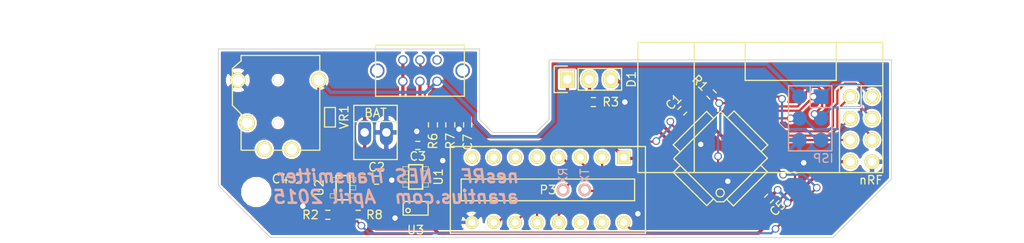
<source format=kicad_pcb>
(kicad_pcb (version 4) (host pcbnew "(2014-10-27 BZR 5228)-product")

  (general
    (links 73)
    (no_connects 0)
    (area 47.320999 23.825999 126.288001 46.024001)
    (thickness 1.6)
    (drawings 22)
    (tracks 413)
    (zones 0)
    (modules 27)
    (nets 31)
  )

  (page User 177.8 127)
  (layers
    (0 F.Cu signal)
    (31 B.Cu signal)
    (32 B.Adhes user)
    (33 F.Adhes user)
    (34 B.Paste user)
    (35 F.Paste user)
    (36 B.SilkS user)
    (37 F.SilkS user)
    (38 B.Mask user)
    (39 F.Mask user)
    (40 Dwgs.User user)
    (41 Cmts.User user)
    (42 Eco1.User user)
    (43 Eco2.User user)
    (44 Edge.Cuts user)
    (45 Margin user)
    (46 B.CrtYd user)
    (47 F.CrtYd user)
    (48 B.Fab user)
    (49 F.Fab user)
  )

  (setup
    (last_trace_width 0.254)
    (trace_clearance 0.254)
    (zone_clearance 0.254)
    (zone_45_only no)
    (trace_min 0.254)
    (segment_width 0.1)
    (edge_width 0.1)
    (via_size 0.889)
    (via_drill 0.635)
    (via_min_size 0.889)
    (via_min_drill 0.508)
    (uvia_size 0.508)
    (uvia_drill 0.127)
    (uvias_allowed no)
    (uvia_min_size 0.508)
    (uvia_min_drill 0.127)
    (pcb_text_width 0.3)
    (pcb_text_size 1.5 1.5)
    (mod_edge_width 0.15)
    (mod_text_size 1 1)
    (mod_text_width 0.15)
    (pad_size 1.7 1.7)
    (pad_drill 1.3)
    (pad_to_mask_clearance 0)
    (aux_axis_origin 47.371 24.13)
    (grid_origin 47.371 24.13)
    (visible_elements 7FFFFF6F)
    (pcbplotparams
      (layerselection 0x010fc_80000001)
      (usegerberextensions true)
      (excludeedgelayer true)
      (linewidth 0.100000)
      (plotframeref false)
      (viasonmask false)
      (mode 1)
      (useauxorigin true)
      (hpglpennumber 1)
      (hpglpenspeed 20)
      (hpglpendiameter 15)
      (hpglpenoverlay 2)
      (psnegative false)
      (psa4output false)
      (plotreference true)
      (plotvalue true)
      (plotinvisibletext false)
      (padsonsilk false)
      (subtractmaskfromsilk true)
      (outputformat 1)
      (mirror false)
      (drillshape 0)
      (scaleselection 1)
      (outputdirectory ""))
  )

  (net 0 "")
  (net 1 /RAW_BATT)
  (net 2 GND)
  (net 3 /VCC)
  (net 4 +5V)
  (net 5 /~RST)
  (net 6 /DIV_BAT_OUT)
  (net 7 /bA)
  (net 8 /bB)
  (net 9 /bSELECT)
  (net 10 /SCK)
  (net 11 /bSTART)
  (net 12 /bDOWN)
  (net 13 /bLEFT)
  (net 14 /bUP)
  (net 15 /bRIGHT)
  (net 16 /RF_CSN)
  (net 17 /RF_CE)
  (net 18 /MOSI)
  (net 19 /MISO)
  (net 20 /DIV_BAT_IN)
  (net 21 /SW_BATT)
  (net 22 /BAT_UVLO)
  (net 23 /CHRG_PROG)
  (net 24 /CHRG_STAT)
  (net 25 /RF_IRQ)
  (net 26 /TX)
  (net 27 /RX)
  (net 28 /Yellow)
  (net 29 /LEDCommon)
  (net 30 /Green)

  (net_class Default "This is the default net class."
    (clearance 0.254)
    (trace_width 0.254)
    (via_dia 0.889)
    (via_drill 0.635)
    (uvia_dia 0.508)
    (uvia_drill 0.127)
    (add_net /BAT_UVLO)
    (add_net /CHRG_PROG)
    (add_net /CHRG_STAT)
    (add_net /DIV_BAT_IN)
    (add_net /DIV_BAT_OUT)
    (add_net /MISO)
    (add_net /MOSI)
    (add_net /RF_CE)
    (add_net /RF_CSN)
    (add_net /RF_IRQ)
    (add_net /RX)
    (add_net /SCK)
    (add_net /TX)
    (add_net /bA)
    (add_net /bB)
    (add_net /bDOWN)
    (add_net /bLEFT)
    (add_net /bRIGHT)
    (add_net /bSELECT)
    (add_net /bSTART)
    (add_net /bUP)
    (add_net /~RST)
  )

  (net_class Power ""
    (clearance 0.254)
    (trace_width 0.381)
    (via_dia 0.889)
    (via_drill 0.635)
    (uvia_dia 0.508)
    (uvia_drill 0.127)
    (add_net +5V)
    (add_net /Green)
    (add_net /LEDCommon)
    (add_net /RAW_BATT)
    (add_net /SW_BATT)
    (add_net /VCC)
    (add_net /Yellow)
    (add_net GND)
  )

  (module SK22D01 (layer F.Cu) (tedit 552DD461) (tstamp 552DAD8C)
    (at 70.993 26.416)
    (path /552B2822)
    (fp_text reference SW1 (at 0 -9.7) (layer F.SilkS) hide
      (effects (font (size 1.5 1.5) (thickness 0.15)))
    )
    (fp_text value DPDT (at 0 4.6) (layer F.SilkS) hide
      (effects (font (size 1.5 1.5) (thickness 0.15)))
    )
    (fp_line (start -2.5 -4.3) (end -2.5 -7.2) (layer Cmts.User) (width 0.15))
    (fp_line (start -2.5 -7.2) (end -1.5 -8.2) (layer Cmts.User) (width 0.15))
    (fp_line (start -1.5 -8.2) (end -0.5 -8.2) (layer Cmts.User) (width 0.15))
    (fp_line (start -0.5 -8.2) (end 0.5 -7.2) (layer Cmts.User) (width 0.15))
    (fp_line (start 0.5 -7.2) (end 0.5 -4.3) (layer Cmts.User) (width 0.15))
    (fp_line (start 3.5 -3.3) (end 3.5 -3.8) (layer Cmts.User) (width 0.15))
    (fp_line (start 3.5 -3.8) (end 3 -4.3) (layer Cmts.User) (width 0.15))
    (fp_line (start 3 -4.3) (end -5 -4.3) (layer Cmts.User) (width 0.15))
    (fp_line (start -5 -4.3) (end -5.5 -3.8) (layer Cmts.User) (width 0.15))
    (fp_line (start -5.5 -3.8) (end -5.5 -3.3) (layer Cmts.User) (width 0.15))
    (fp_line (start -5.5 -3.3) (end 3.5 -3.3) (layer Cmts.User) (width 0.15))
    (fp_line (start -2.5 -3) (end -2.5 -3.3) (layer Cmts.User) (width 0.15))
    (fp_line (start 0.5 -3) (end 0.5 -3.3) (layer Cmts.User) (width 0.15))
    (fp_line (start 5.2 -3) (end -5.2 -3) (layer F.SilkS) (width 0.15))
    (fp_line (start -5.2 -3) (end -5.2 3) (layer F.SilkS) (width 0.15))
    (fp_line (start -5.2 3) (end 5.2 3) (layer F.SilkS) (width 0.15))
    (fp_line (start 5.2 3) (end 5.2 -3) (layer F.SilkS) (width 0.15))
    (pad 1 thru_hole circle (at -2 -1.25) (size 1.1 1.1) (drill 0.8) (layers *.Cu *.Mask)
      (net 1 /RAW_BATT))
    (pad 2 thru_hole circle (at 0 -1.25) (size 1.1 1.1) (drill 0.8) (layers *.Cu *.Mask)
      (net 20 /DIV_BAT_IN))
    (pad 3 thru_hole circle (at 2 -1.25) (size 1.1 1.1) (drill 0.8) (layers *.Cu *.Mask))
    (pad 4 thru_hole circle (at -2 1.25) (size 1.1 1.1) (drill 0.8) (layers *.Cu *.Mask)
      (net 1 /RAW_BATT))
    (pad 5 thru_hole circle (at 0 1.25) (size 1.1 1.1) (drill 0.8) (layers *.Cu *.Mask)
      (net 21 /SW_BATT))
    (pad 6 thru_hole circle (at 2 1.25) (size 1.1 1.1) (drill 0.8) (layers *.Cu *.Mask)
      (net 4 +5V))
    (pad "" np_thru_hole circle (at -5 0) (size 1.7 1.7) (drill 1.3) (layers *.Cu *.Mask))
    (pad "" np_thru_hole circle (at 5 0) (size 1.7 1.7) (drill 1.3) (layers *.Cu *.Mask))
  )

  (module nRF_Header_2x04 (layer F.Cu) (tedit 552DC654) (tstamp 552AB3A8)
    (at 122.682 33.274 270)
    (descr "Through hole pin header")
    (tags "pin header")
    (path /54834047)
    (fp_text reference P1 (at 4.064 -3.556 270) (layer F.SilkS) hide
      (effects (font (size 1 1) (thickness 0.15)))
    )
    (fp_text value nRF (at 5.969 -1.143 360) (layer F.SilkS)
      (effects (font (size 1 1) (thickness 0.15)))
    )
    (fp_line (start -10.16 2.921) (end -5.715 2.921) (layer F.SilkS) (width 0.15))
    (fp_line (start -5.715 2.921) (end -5.715 13.589) (layer F.SilkS) (width 0.15))
    (fp_line (start -5.715 13.589) (end -10.16 13.589) (layer F.SilkS) (width 0.15))
    (fp_line (start 5.08 19.558) (end -10.16 19.558) (layer F.SilkS) (width 0.15))
    (fp_line (start -10.16 -2.54) (end -10.16 26.162) (layer F.SilkS) (width 0.15))
    (fp_line (start -10.16 26.162) (end 5.08 26.162) (layer F.SilkS) (width 0.15))
    (fp_line (start 5.08 26.162) (end 5.08 2.54) (layer F.SilkS) (width 0.15))
    (fp_line (start -5.08 -2.54) (end -10.16 -2.54) (layer F.SilkS) (width 0.15))
    (fp_line (start -2.54 2.54) (end 5.08 2.54) (layer F.SilkS) (width 0.15))
    (fp_line (start 5.08 2.54) (end 5.08 -2.54) (layer F.SilkS) (width 0.15))
    (fp_line (start 5.08 -2.54) (end -5.08 -2.54) (layer F.SilkS) (width 0.15))
    (fp_line (start -5.08 -2.54) (end -5.08 0) (layer F.SilkS) (width 0.15))
    (fp_line (start -5.08 2.54) (end -2.54 2.54) (layer F.SilkS) (width 0.15))
    (fp_line (start -5.08 0) (end -2.54 0) (layer F.SilkS) (width 0.15))
    (fp_line (start -2.54 0) (end -2.54 2.54) (layer F.SilkS) (width 0.15))
    (fp_line (start -5.08 2.54) (end -5.08 0) (layer F.SilkS) (width 0.15))
    (pad 1 thru_hole circle (at -3.81 1.27 270) (size 1.7272 1.7272) (drill 1.016) (layers *.Cu *.Mask F.SilkS)
      (net 25 /RF_IRQ))
    (pad 2 thru_hole oval (at -3.81 -1.27 270) (size 1.7272 1.7272) (drill 1.016) (layers *.Cu *.Mask F.SilkS)
      (net 19 /MISO))
    (pad 3 thru_hole oval (at -1.27 1.27 270) (size 1.7272 1.7272) (drill 1.016) (layers *.Cu *.Mask F.SilkS)
      (net 18 /MOSI))
    (pad 4 thru_hole oval (at -1.27 -1.27 270) (size 1.7272 1.7272) (drill 1.016) (layers *.Cu *.Mask F.SilkS)
      (net 10 /SCK))
    (pad 5 thru_hole oval (at 1.27 1.27 270) (size 1.7272 1.7272) (drill 1.016) (layers *.Cu *.Mask F.SilkS)
      (net 16 /RF_CSN))
    (pad 6 thru_hole oval (at 1.27 -1.27 270) (size 1.7272 1.7272) (drill 1.016) (layers *.Cu *.Mask F.SilkS)
      (net 17 /RF_CE))
    (pad 7 thru_hole oval (at 3.81 1.27 270) (size 1.7272 1.7272) (drill 1.016) (layers *.Cu *.Mask F.SilkS)
      (net 3 /VCC))
    (pad 8 thru_hole oval (at 3.81 -1.27 270) (size 1.7272 1.7272) (drill 1.016) (layers *.Cu *.Mask F.SilkS)
      (net 2 GND))
    (model Pin_Headers/Pin_Header_Straight_2x04.wrl
      (at (xyz 0 0 0))
      (scale (xyz 1 1 1))
      (rotate (xyz 0 0 0))
    )
  )

  (module SMD_Packages:TQFP-32 (layer F.Cu) (tedit 54AF32AB) (tstamp 54AA0AD7)
    (at 106.172 36.703 135)
    (path /54831FBC)
    (fp_text reference IC1 (at 5.461 -4.8895 135) (layer F.SilkS) hide
      (effects (font (size 1 1) (thickness 0.15)))
    )
    (fp_text value ATMEGA328-A (at 0 1.905 135) (layer F.SilkS) hide
      (effects (font (size 1 1) (thickness 0.15)))
    )
    (fp_line (start 5.0292 2.7686) (end 3.8862 2.7686) (layer F.SilkS) (width 0.15))
    (fp_line (start 5.0292 -2.7686) (end 3.9116 -2.7686) (layer F.SilkS) (width 0.15))
    (fp_line (start 5.0292 2.7686) (end 5.0292 -2.7686) (layer F.SilkS) (width 0.15))
    (fp_line (start 2.794 3.9624) (end 2.794 5.0546) (layer F.SilkS) (width 0.15))
    (fp_line (start -2.8194 3.9878) (end -2.8194 5.0546) (layer F.SilkS) (width 0.15))
    (fp_line (start -2.8448 5.0546) (end 2.794 5.08) (layer F.SilkS) (width 0.15))
    (fp_line (start -2.794 -5.0292) (end 2.7178 -5.0546) (layer F.SilkS) (width 0.15))
    (fp_line (start -3.8862 -3.2766) (end -3.8862 3.9116) (layer F.SilkS) (width 0.15))
    (fp_line (start 2.7432 -5.0292) (end 2.7432 -3.9878) (layer F.SilkS) (width 0.15))
    (fp_line (start -3.2512 -3.8862) (end 3.81 -3.8862) (layer F.SilkS) (width 0.15))
    (fp_line (start 3.8608 3.937) (end 3.8608 -3.7846) (layer F.SilkS) (width 0.15))
    (fp_line (start -3.8862 3.937) (end 3.7338 3.937) (layer F.SilkS) (width 0.15))
    (fp_line (start -5.0292 -2.8448) (end -5.0292 2.794) (layer F.SilkS) (width 0.15))
    (fp_line (start -5.0292 2.794) (end -3.8862 2.794) (layer F.SilkS) (width 0.15))
    (fp_line (start -3.87604 -3.302) (end -3.29184 -3.8862) (layer F.SilkS) (width 0.15))
    (fp_line (start -5.02412 -2.8448) (end -3.87604 -2.8448) (layer F.SilkS) (width 0.15))
    (fp_line (start -2.794 -3.8862) (end -2.794 -5.03428) (layer F.SilkS) (width 0.15))
    (fp_circle (center -2.83972 -2.86004) (end -2.43332 -2.60604) (layer F.SilkS) (width 0.15))
    (pad 8 smd rect (at -4.81584 2.77622 135) (size 1.99898 0.44958) (layers F.Cu F.Paste F.Mask)
      (net 24 /CHRG_STAT))
    (pad 7 smd rect (at -4.81584 1.97612 135) (size 1.99898 0.44958) (layers F.Cu F.Paste F.Mask))
    (pad 6 smd rect (at -4.81584 1.17602 135) (size 1.99898 0.44958) (layers F.Cu F.Paste F.Mask)
      (net 3 /VCC))
    (pad 5 smd rect (at -4.81584 0.37592 135) (size 1.99898 0.44958) (layers F.Cu F.Paste F.Mask)
      (net 2 GND))
    (pad 4 smd rect (at -4.81584 -0.42418 135) (size 1.99898 0.44958) (layers F.Cu F.Paste F.Mask)
      (net 3 /VCC))
    (pad 3 smd rect (at -4.81584 -1.22428 135) (size 1.99898 0.44958) (layers F.Cu F.Paste F.Mask)
      (net 2 GND))
    (pad 2 smd rect (at -4.81584 -2.02438 135) (size 1.99898 0.44958) (layers F.Cu F.Paste F.Mask)
      (net 14 /bUP))
    (pad 1 smd rect (at -4.81584 -2.82448 135) (size 1.99898 0.44958) (layers F.Cu F.Paste F.Mask)
      (net 12 /bDOWN))
    (pad 24 smd rect (at 4.7498 -2.8194 135) (size 1.99898 0.44958) (layers F.Cu F.Paste F.Mask)
      (net 28 /Yellow))
    (pad 17 smd rect (at 4.7498 2.794 135) (size 1.99898 0.44958) (layers F.Cu F.Paste F.Mask)
      (net 10 /SCK))
    (pad 18 smd rect (at 4.7498 1.9812 135) (size 1.99898 0.44958) (layers F.Cu F.Paste F.Mask)
      (net 3 /VCC))
    (pad 19 smd rect (at 4.7498 1.1684 135) (size 1.99898 0.44958) (layers F.Cu F.Paste F.Mask))
    (pad 20 smd rect (at 4.7498 0.381 135) (size 1.99898 0.44958) (layers F.Cu F.Paste F.Mask))
    (pad 21 smd rect (at 4.7498 -0.4318 135) (size 1.99898 0.44958) (layers F.Cu F.Paste F.Mask)
      (net 2 GND))
    (pad 22 smd rect (at 4.7498 -1.2192 135) (size 1.99898 0.44958) (layers F.Cu F.Paste F.Mask)
      (net 6 /DIV_BAT_OUT))
    (pad 23 smd rect (at 4.7498 -2.032 135) (size 1.99898 0.44958) (layers F.Cu F.Paste F.Mask)
      (net 30 /Green))
    (pad 32 smd rect (at -2.82448 -4.826 135) (size 0.44958 1.99898) (layers F.Cu F.Paste F.Mask)
      (net 13 /bLEFT))
    (pad 31 smd rect (at -2.02692 -4.826 135) (size 0.44958 1.99898) (layers F.Cu F.Paste F.Mask)
      (net 26 /TX))
    (pad 30 smd rect (at -1.22428 -4.826 135) (size 0.44958 1.99898) (layers F.Cu F.Paste F.Mask)
      (net 27 /RX))
    (pad 29 smd rect (at -0.42672 -4.826 135) (size 0.44958 1.99898) (layers F.Cu F.Paste F.Mask)
      (net 5 /~RST))
    (pad 28 smd rect (at 0.37592 -4.826 135) (size 0.44958 1.99898) (layers F.Cu F.Paste F.Mask)
      (net 15 /bRIGHT))
    (pad 27 smd rect (at 1.17348 -4.826 135) (size 0.44958 1.99898) (layers F.Cu F.Paste F.Mask)
      (net 11 /bSTART))
    (pad 26 smd rect (at 1.97612 -4.826 135) (size 0.44958 1.99898) (layers F.Cu F.Paste F.Mask)
      (net 9 /bSELECT))
    (pad 25 smd rect (at 2.77368 -4.826 135) (size 0.44958 1.99898) (layers F.Cu F.Paste F.Mask)
      (net 8 /bB))
    (pad 9 smd rect (at -2.8194 4.7752 135) (size 0.44958 1.99898) (layers F.Cu F.Paste F.Mask)
      (net 7 /bA))
    (pad 10 smd rect (at -2.032 4.7752 135) (size 0.44958 1.99898) (layers F.Cu F.Paste F.Mask))
    (pad 11 smd rect (at -1.2192 4.7752 135) (size 0.44958 1.99898) (layers F.Cu F.Paste F.Mask))
    (pad 12 smd rect (at -0.4318 4.7752 135) (size 0.44958 1.99898) (layers F.Cu F.Paste F.Mask)
      (net 16 /RF_CSN))
    (pad 13 smd rect (at 0.3556 4.7752 135) (size 0.44958 1.99898) (layers F.Cu F.Paste F.Mask)
      (net 25 /RF_IRQ))
    (pad 14 smd rect (at 1.1684 4.7752 135) (size 0.44958 1.99898) (layers F.Cu F.Paste F.Mask)
      (net 17 /RF_CE))
    (pad 15 smd rect (at 1.9812 4.7752 135) (size 0.44958 1.99898) (layers F.Cu F.Paste F.Mask)
      (net 18 /MOSI))
    (pad 16 smd rect (at 2.794 4.7752 135) (size 0.44958 1.99898) (layers F.Cu F.Paste F.Mask)
      (net 19 /MISO))
    (model smd/tqfp32.wrl
      (at (xyz 0 0 0))
      (scale (xyz 1 1 1))
      (rotate (xyz 0 0 0))
    )
  )

  (module Connect:PINHEAD1-2 (layer F.Cu) (tedit 54AC86F3) (tstamp 5486728E)
    (at 65.786 33.655)
    (path /548395B4)
    (attr virtual)
    (fp_text reference BAT1 (at 0 -3.9) (layer F.SilkS) hide
      (effects (font (size 1 1) (thickness 0.15)))
    )
    (fp_text value BAT (at 0 -2.286) (layer F.SilkS)
      (effects (font (size 1 1) (thickness 0.15)))
    )
    (fp_line (start 2.54 -1.27) (end -2.54 -1.27) (layer F.SilkS) (width 0.15))
    (fp_line (start 2.54 3.175) (end -2.54 3.175) (layer F.SilkS) (width 0.15))
    (fp_line (start -2.54 -3.175) (end 2.54 -3.175) (layer F.SilkS) (width 0.15))
    (fp_line (start -2.54 -3.175) (end -2.54 3.175) (layer F.SilkS) (width 0.15))
    (fp_line (start 2.54 -3.175) (end 2.54 3.175) (layer F.SilkS) (width 0.15))
    (pad 1 thru_hole oval (at -1.27 0) (size 1.50622 3.01498) (drill 0.99822) (layers *.Cu *.Mask)
      (net 1 /RAW_BATT))
    (pad 2 thru_hole oval (at 1.27 0) (size 1.50622 3.01498) (drill 0.99822) (layers *.Cu *.Mask)
      (net 2 GND))
  )

  (module "nesRF TX:SSOP-3" (layer F.Cu) (tedit 552DAEBF) (tstamp 552B1B37)
    (at 70.485 42.545)
    (path /548E58B5)
    (attr smd)
    (fp_text reference U3 (at 0 2.54 180) (layer F.SilkS)
      (effects (font (size 1 1) (thickness 0.15)))
    )
    (fp_text value BD49 (at -1.9685 0 90) (layer F.SilkS) hide
      (effects (font (size 1 1) (thickness 0.15)))
    )
    (fp_circle (center -0.889 0.254) (end -0.889 0) (layer F.SilkS) (width 0.15))
    (fp_line (start 1.46 0.8) (end -1.46 0.8) (layer F.SilkS) (width 0.15))
    (fp_line (start -1.46 0.8) (end -1.46 -0.8) (layer F.SilkS) (width 0.15))
    (fp_line (start -1.43 -0.8) (end 1.46 -0.8) (layer F.SilkS) (width 0.15))
    (fp_line (start 1.46 -0.8) (end 1.46 0.8) (layer F.SilkS) (width 0.15))
    (pad 1 smd rect (at -0.95 1.175) (size 0.4 0.45) (layers F.Cu F.Paste F.Mask)
      (net 2 GND))
    (pad 2 smd rect (at 0.95 1.175) (size 0.4 0.45) (layers F.Cu F.Paste F.Mask)
      (net 22 /BAT_UVLO))
    (pad 3 smd rect (at 0 -1.175) (size 0.4 0.45) (layers F.Cu F.Paste F.Mask)
      (net 21 /SW_BATT))
    (model smd/SOT23_3.wrl
      (at (xyz 0 0 0))
      (scale (xyz 0.35 0.35 0.35))
      (rotate (xyz 0 0 180))
    )
  )

  (module SMD_Packages:SMD-0603 (layer F.Cu) (tedit 552DA1AB) (tstamp 54A9CC19)
    (at 60.452 31.877 270)
    (path /54A9ED8A)
    (attr smd)
    (fp_text reference VR1 (at 0 -1.651 450) (layer F.SilkS)
      (effects (font (size 1 1) (thickness 0.15)))
    )
    (fp_text value VR (at 0 0 270) (layer F.SilkS) hide
      (effects (font (size 1 1) (thickness 0.15)))
    )
    (fp_line (start -1.143 -0.635) (end 1.143 -0.635) (layer F.SilkS) (width 0.15))
    (fp_line (start 1.143 -0.635) (end 1.143 0.635) (layer F.SilkS) (width 0.15))
    (fp_line (start 1.143 0.635) (end -1.143 0.635) (layer F.SilkS) (width 0.15))
    (fp_line (start -1.143 0.635) (end -1.143 -0.635) (layer F.SilkS) (width 0.15))
    (pad 1 smd rect (at -0.762 0 270) (size 0.635 1.143) (layers F.Cu F.Paste F.Mask)
      (net 4 +5V))
    (pad 2 smd rect (at 0.762 0 270) (size 0.635 1.143) (layers F.Cu F.Paste F.Mask)
      (net 2 GND))
    (model smd/resistors/R0603/R0603.wrl
      (at (xyz 0 0 0))
      (scale (xyz 0.5 0.5 0.5))
      (rotate (xyz 0 0 0))
    )
  )

  (module Wire_Pads:SolderWirePad_single_0-8mmDrill (layer B.Cu) (tedit 5531859B) (tstamp 54B061F5)
    (at 87.757 40.386 90)
    (path /5495EB0E)
    (fp_text reference P7 (at 0 2.54 90) (layer B.SilkS) hide
      (effects (font (size 1 1) (thickness 0.15)) (justify mirror))
    )
    (fp_text value RX (at 1.651 0 90) (layer B.SilkS)
      (effects (font (size 1 1) (thickness 0.15)) (justify mirror))
    )
    (pad 1 thru_hole circle (at 0 0 90) (size 1.5 1.5) (drill 0.9) (layers *.Cu *.Mask B.SilkS)
      (net 27 /RX))
  )

  (module Wire_Pads:SolderWirePad_single_0-8mmDrill (layer B.Cu) (tedit 553185B0) (tstamp 54B061F9)
    (at 90.297 40.386 90)
    (path /5495EA4A)
    (fp_text reference P8 (at 0 2.54 90) (layer B.SilkS) hide
      (effects (font (size 1 1) (thickness 0.15)) (justify mirror))
    )
    (fp_text value TX (at 1.651 0 270) (layer B.SilkS)
      (effects (font (size 1 1) (thickness 0.15)) (justify mirror))
    )
    (pad 1 thru_hole circle (at 0 0 90) (size 1.5 1.5) (drill 0.9) (layers *.Cu *.Mask B.SilkS)
      (net 26 /TX))
  )

  (module "nesRF TX:SJ-4351x" (layer F.Cu) (tedit 552CAB1C) (tstamp 54C6FE6F)
    (at 54.356 24.638 270)
    (descr "3.5mm Jack, 4-way")
    (tags "jack, 3.5mm, phone")
    (path /5483C0D4)
    (fp_text reference J1 (at 13.335 0 360) (layer F.SilkS) hide
      (effects (font (size 2.032 2.032) (thickness 0.254)))
    )
    (fp_text value POWER_JACK (at -4.445 0 360) (layer F.SilkS) hide
      (effects (font (size 1.5 1.5) (thickness 0.15)))
    )
    (fp_line (start 6.858 4.318) (end 11.049 4.318) (layer F.SilkS) (width 0.15))
    (fp_line (start 0 4.318) (end 0.635 4.318) (layer F.SilkS) (width 0.15))
    (fp_line (start 6.858 4.318) (end 5.842 5.334) (layer F.SilkS) (width 0.15))
    (fp_line (start 5.842 5.334) (end 1.524 5.334) (layer F.SilkS) (width 0.15))
    (fp_line (start 1.524 5.334) (end 0.635 4.318) (layer F.SilkS) (width 0.15))
    (fp_line (start 11.0998 -4.9022) (end 11.0998 4.2926) (layer F.SilkS) (width 0.15))
    (fp_line (start 0 -4.9022) (end 11.0998 -4.9022) (layer F.SilkS) (width 0.15))
    (fp_line (start 0 -4.9022) (end 0 0) (layer F.SilkS) (width 0.15))
    (fp_line (start 0 -2.9972) (end -2.9972 -2.9972) (layer Dwgs.User) (width 0.15))
    (fp_line (start -2.9972 -2.9972) (end -3 3) (layer Dwgs.User) (width 0.15))
    (fp_line (start -2.9972 2.9972) (end 0 2.9972) (layer Dwgs.User) (width 0.15))
    (fp_line (start 0 0) (end 0 4.2926) (layer F.SilkS) (width 0.15))
    (pad 1 thru_hole circle (at 2.8956 -4.8006 270) (size 1.778 1.778) (drill 1.27) (layers *.Cu *.Mask F.SilkS)
      (net 4 +5V))
    (pad 4 thru_hole circle (at 2.8956 4.699 270) (size 1.778 1.778) (drill 1.27) (layers *.Cu *.Mask F.SilkS)
      (net 2 GND))
    (pad 3 thru_hole circle (at 10.9982 -1.6002 270) (size 1.778 1.778) (drill 1.27) (layers *.Cu *.Mask F.SilkS))
    (pad 5 thru_hole circle (at 10.9982 1.6002 270) (size 1.778 1.778) (drill 1.27) (layers *.Cu *.Mask F.SilkS))
    (pad 2 thru_hole circle (at 7.8994 3.6068 270) (size 1.778 1.778) (drill 1.27) (layers *.Cu *.Mask F.SilkS))
    (pad "" thru_hole circle (at 2.8956 0 270) (size 0.9906 0.9906) (drill 0.9906) (layers *.Cu *.Mask F.SilkS))
    (pad "" thru_hole circle (at 7.8994 0 270) (size 0.9906 0.9906) (drill 0.9906) (layers *.Cu *.Mask F.SilkS))
  )

  (module Capacitors_SMD:C_0402 (layer F.Cu) (tedit 552CA2AC) (tstamp 552AB385)
    (at 101.727 31.115 225)
    (descr "Capacitor SMD 0402, reflow soldering, AVX (see smccp.pdf)")
    (tags "capacitor 0402")
    (path /54832416)
    (attr smd)
    (fp_text reference C1 (at 0 1.436841 225) (layer F.SilkS)
      (effects (font (size 1 1) (thickness 0.15)))
    )
    (fp_text value 0.1u (at 0 1.7 225) (layer F.Fab) hide
      (effects (font (size 1 1) (thickness 0.15)))
    )
    (fp_line (start -1.15 -0.6) (end 1.15 -0.6) (layer F.CrtYd) (width 0.05))
    (fp_line (start -1.15 0.6) (end 1.15 0.6) (layer F.CrtYd) (width 0.05))
    (fp_line (start -1.15 -0.6) (end -1.15 0.6) (layer F.CrtYd) (width 0.05))
    (fp_line (start 1.15 -0.6) (end 1.15 0.6) (layer F.CrtYd) (width 0.05))
    (fp_line (start 0.25 -0.475) (end -0.25 -0.475) (layer F.SilkS) (width 0.15))
    (fp_line (start -0.25 0.475) (end 0.25 0.475) (layer F.SilkS) (width 0.15))
    (pad 1 smd rect (at -0.55 0 225) (size 0.6 0.5) (layers F.Cu F.Paste F.Mask)
      (net 3 /VCC))
    (pad 2 smd rect (at 0.55 0 225) (size 0.6 0.5) (layers F.Cu F.Paste F.Mask)
      (net 2 GND))
    (model Capacitors_SMD/C_0402E.wrl
      (at (xyz 0 0 0))
      (scale (xyz 1 1 1))
      (rotate (xyz 0 0 0))
    )
  )

  (module Capacitors_SMD:C_0402 (layer F.Cu) (tedit 552CAB32) (tstamp 552AB38A)
    (at 65.913 39.243)
    (descr "Capacitor SMD 0402, reflow soldering, AVX (see smccp.pdf)")
    (tags "capacitor 0402")
    (path /5483B1F0)
    (attr smd)
    (fp_text reference C2 (at 0 -1.524) (layer F.SilkS)
      (effects (font (size 1 1) (thickness 0.15)))
    )
    (fp_text value 4.7u (at 0 1.7) (layer F.Fab) hide
      (effects (font (size 1 1) (thickness 0.15)))
    )
    (fp_line (start -1.15 -0.6) (end 1.15 -0.6) (layer F.CrtYd) (width 0.05))
    (fp_line (start -1.15 0.6) (end 1.15 0.6) (layer F.CrtYd) (width 0.05))
    (fp_line (start -1.15 -0.6) (end -1.15 0.6) (layer F.CrtYd) (width 0.05))
    (fp_line (start 1.15 -0.6) (end 1.15 0.6) (layer F.CrtYd) (width 0.05))
    (fp_line (start 0.25 -0.475) (end -0.25 -0.475) (layer F.SilkS) (width 0.15))
    (fp_line (start -0.25 0.475) (end 0.25 0.475) (layer F.SilkS) (width 0.15))
    (pad 1 smd rect (at -0.55 0) (size 0.6 0.5) (layers F.Cu F.Paste F.Mask)
      (net 1 /RAW_BATT))
    (pad 2 smd rect (at 0.55 0) (size 0.6 0.5) (layers F.Cu F.Paste F.Mask)
      (net 2 GND))
    (model Capacitors_SMD/C_0402E.wrl
      (at (xyz 0 0 0))
      (scale (xyz 1 1 1))
      (rotate (xyz 0 0 0))
    )
  )

  (module Capacitors_SMD:C_0402 (layer F.Cu) (tedit 552DD550) (tstamp 552CA29C)
    (at 70.739 35.179 180)
    (descr "Capacitor SMD 0402, reflow soldering, AVX (see smccp.pdf)")
    (tags "capacitor 0402")
    (path /548B977D)
    (attr smd)
    (fp_text reference C3 (at 0 -1.27 180) (layer F.SilkS)
      (effects (font (size 1 1) (thickness 0.15)))
    )
    (fp_text value 1u (at 0 1.7 180) (layer F.Fab) hide
      (effects (font (size 1 1) (thickness 0.15)))
    )
    (fp_line (start -1.15 -0.6) (end 1.15 -0.6) (layer F.CrtYd) (width 0.05))
    (fp_line (start -1.15 0.6) (end 1.15 0.6) (layer F.CrtYd) (width 0.05))
    (fp_line (start -1.15 -0.6) (end -1.15 0.6) (layer F.CrtYd) (width 0.05))
    (fp_line (start 1.15 -0.6) (end 1.15 0.6) (layer F.CrtYd) (width 0.05))
    (fp_line (start 0.25 -0.475) (end -0.25 -0.475) (layer F.SilkS) (width 0.15))
    (fp_line (start -0.25 0.475) (end 0.25 0.475) (layer F.SilkS) (width 0.15))
    (pad 1 smd rect (at -0.55 0 180) (size 0.6 0.5) (layers F.Cu F.Paste F.Mask)
      (net 3 /VCC))
    (pad 2 smd rect (at 0.55 0 180) (size 0.6 0.5) (layers F.Cu F.Paste F.Mask)
      (net 2 GND))
    (model Capacitors_SMD/C_0402E.wrl
      (at (xyz 0 0 0))
      (scale (xyz 1 1 1))
      (rotate (xyz 0 0 0))
    )
  )

  (module Capacitors_SMD:C_0402 (layer F.Cu) (tedit 552CAB2A) (tstamp 552AB394)
    (at 56.769 39.116 180)
    (descr "Capacitor SMD 0402, reflow soldering, AVX (see smccp.pdf)")
    (tags "capacitor 0402")
    (path /548C7F79)
    (attr smd)
    (fp_text reference C4 (at 2.159 0 180) (layer F.SilkS)
      (effects (font (size 1 1) (thickness 0.15)))
    )
    (fp_text value 4.7u (at 0 1.7 180) (layer F.Fab) hide
      (effects (font (size 1 1) (thickness 0.15)))
    )
    (fp_line (start -1.15 -0.6) (end 1.15 -0.6) (layer F.CrtYd) (width 0.05))
    (fp_line (start -1.15 0.6) (end 1.15 0.6) (layer F.CrtYd) (width 0.05))
    (fp_line (start -1.15 -0.6) (end -1.15 0.6) (layer F.CrtYd) (width 0.05))
    (fp_line (start 1.15 -0.6) (end 1.15 0.6) (layer F.CrtYd) (width 0.05))
    (fp_line (start 0.25 -0.475) (end -0.25 -0.475) (layer F.SilkS) (width 0.15))
    (fp_line (start -0.25 0.475) (end 0.25 0.475) (layer F.SilkS) (width 0.15))
    (pad 1 smd rect (at -0.55 0 180) (size 0.6 0.5) (layers F.Cu F.Paste F.Mask)
      (net 4 +5V))
    (pad 2 smd rect (at 0.55 0 180) (size 0.6 0.5) (layers F.Cu F.Paste F.Mask)
      (net 2 GND))
    (model Capacitors_SMD/C_0402E.wrl
      (at (xyz 0 0 0))
      (scale (xyz 1 1 1))
      (rotate (xyz 0 0 0))
    )
  )

  (module Capacitors_SMD:C_0402 (layer F.Cu) (tedit 552CA6AF) (tstamp 552AB399)
    (at 111.887 41.402 225)
    (descr "Capacitor SMD 0402, reflow soldering, AVX (see smccp.pdf)")
    (tags "capacitor 0402")
    (path /548C918B)
    (attr smd)
    (fp_text reference C5 (at 0.089803 -1.526644 225) (layer F.SilkS)
      (effects (font (size 1 1) (thickness 0.15)))
    )
    (fp_text value 0.1u (at 0 1.7 225) (layer F.Fab) hide
      (effects (font (size 1 1) (thickness 0.15)))
    )
    (fp_line (start -1.15 -0.6) (end 1.15 -0.6) (layer F.CrtYd) (width 0.05))
    (fp_line (start -1.15 0.6) (end 1.15 0.6) (layer F.CrtYd) (width 0.05))
    (fp_line (start -1.15 -0.6) (end -1.15 0.6) (layer F.CrtYd) (width 0.05))
    (fp_line (start 1.15 -0.6) (end 1.15 0.6) (layer F.CrtYd) (width 0.05))
    (fp_line (start 0.25 -0.475) (end -0.25 -0.475) (layer F.SilkS) (width 0.15))
    (fp_line (start -0.25 0.475) (end 0.25 0.475) (layer F.SilkS) (width 0.15))
    (pad 1 smd rect (at -0.55 0 225) (size 0.6 0.5) (layers F.Cu F.Paste F.Mask)
      (net 3 /VCC))
    (pad 2 smd rect (at 0.55 0 225) (size 0.6 0.5) (layers F.Cu F.Paste F.Mask)
      (net 2 GND))
    (model Capacitors_SMD/C_0402E.wrl
      (at (xyz 0 0 0))
      (scale (xyz 1 1 1))
      (rotate (xyz 0 0 0))
    )
  )

  (module Capacitors_SMD:C_0402 (layer F.Cu) (tedit 552DD5A8) (tstamp 552AB3A3)
    (at 76.581 32.766 90)
    (descr "Capacitor SMD 0402, reflow soldering, AVX (see smccp.pdf)")
    (tags "capacitor 0402")
    (path /548FC150)
    (attr smd)
    (fp_text reference C7 (at -2.032 0 90) (layer F.SilkS)
      (effects (font (size 1 1) (thickness 0.15)))
    )
    (fp_text value 0.1u (at 0 1.7 90) (layer F.Fab) hide
      (effects (font (size 1 1) (thickness 0.15)))
    )
    (fp_line (start -1.15 -0.6) (end 1.15 -0.6) (layer F.CrtYd) (width 0.05))
    (fp_line (start -1.15 0.6) (end 1.15 0.6) (layer F.CrtYd) (width 0.05))
    (fp_line (start -1.15 -0.6) (end -1.15 0.6) (layer F.CrtYd) (width 0.05))
    (fp_line (start 1.15 -0.6) (end 1.15 0.6) (layer F.CrtYd) (width 0.05))
    (fp_line (start 0.25 -0.475) (end -0.25 -0.475) (layer F.SilkS) (width 0.15))
    (fp_line (start -0.25 0.475) (end 0.25 0.475) (layer F.SilkS) (width 0.15))
    (pad 1 smd rect (at -0.55 0 90) (size 0.6 0.5) (layers F.Cu F.Paste F.Mask)
      (net 2 GND))
    (pad 2 smd rect (at 0.55 0 90) (size 0.6 0.5) (layers F.Cu F.Paste F.Mask)
      (net 6 /DIV_BAT_OUT))
    (model Capacitors_SMD/C_0402E.wrl
      (at (xyz 0 0 0))
      (scale (xyz 1 1 1))
      (rotate (xyz 0 0 0))
    )
  )

  (module Resistors_SMD:R_0402 (layer F.Cu) (tedit 552CA933) (tstamp 552AB3B3)
    (at 105.156 29.21 135)
    (descr "Resistor SMD 0402, reflow soldering, Vishay (see dcrcw.pdf)")
    (tags "resistor 0402")
    (path /548321EB)
    (attr smd)
    (fp_text reference R1 (at 1.905 0 135) (layer F.SilkS)
      (effects (font (size 1 1) (thickness 0.15)))
    )
    (fp_text value 10k (at 0 1.8 135) (layer F.Fab) hide
      (effects (font (size 1 1) (thickness 0.15)))
    )
    (fp_line (start -0.95 -0.65) (end 0.95 -0.65) (layer F.CrtYd) (width 0.05))
    (fp_line (start -0.95 0.65) (end 0.95 0.65) (layer F.CrtYd) (width 0.05))
    (fp_line (start -0.95 -0.65) (end -0.95 0.65) (layer F.CrtYd) (width 0.05))
    (fp_line (start 0.95 -0.65) (end 0.95 0.65) (layer F.CrtYd) (width 0.05))
    (fp_line (start 0.25 -0.525) (end -0.25 -0.525) (layer F.SilkS) (width 0.15))
    (fp_line (start -0.25 0.525) (end 0.25 0.525) (layer F.SilkS) (width 0.15))
    (pad 1 smd rect (at -0.45 0 135) (size 0.4 0.6) (layers F.Cu F.Paste F.Mask)
      (net 5 /~RST))
    (pad 2 smd rect (at 0.45 0 135) (size 0.4 0.6) (layers F.Cu F.Paste F.Mask)
      (net 3 /VCC))
    (model Resistors_SMD/R_0402.wrl
      (at (xyz 0 0 0))
      (scale (xyz 1 1 1))
      (rotate (xyz 0 0 0))
    )
  )

  (module Resistors_SMD:R_0402 (layer F.Cu) (tedit 552EE8AD) (tstamp 552AB3B8)
    (at 60.198 43.307)
    (descr "Resistor SMD 0402, reflow soldering, Vishay (see dcrcw.pdf)")
    (tags "resistor 0402")
    (path /54835112)
    (attr smd)
    (fp_text reference R2 (at -2.032 0) (layer F.SilkS)
      (effects (font (size 1 1) (thickness 0.15)))
    )
    (fp_text value 19.1k (at 0 1.8) (layer F.Fab) hide
      (effects (font (size 1 1) (thickness 0.15)))
    )
    (fp_line (start -0.95 -0.65) (end 0.95 -0.65) (layer F.CrtYd) (width 0.05))
    (fp_line (start -0.95 0.65) (end 0.95 0.65) (layer F.CrtYd) (width 0.05))
    (fp_line (start -0.95 -0.65) (end -0.95 0.65) (layer F.CrtYd) (width 0.05))
    (fp_line (start 0.95 -0.65) (end 0.95 0.65) (layer F.CrtYd) (width 0.05))
    (fp_line (start 0.25 -0.525) (end -0.25 -0.525) (layer F.SilkS) (width 0.15))
    (fp_line (start -0.25 0.525) (end 0.25 0.525) (layer F.SilkS) (width 0.15))
    (pad 1 smd rect (at -0.45 0) (size 0.4 0.6) (layers F.Cu F.Paste F.Mask)
      (net 2 GND))
    (pad 2 smd rect (at 0.45 0) (size 0.4 0.6) (layers F.Cu F.Paste F.Mask)
      (net 23 /CHRG_PROG))
    (model Resistors_SMD/R_0402.wrl
      (at (xyz 0 0 0))
      (scale (xyz 1 1 1))
      (rotate (xyz 0 0 0))
    )
  )

  (module Resistors_SMD:R_0402 (layer F.Cu) (tedit 552DD5A0) (tstamp 552AB3C2)
    (at 72.517 32.766 270)
    (descr "Resistor SMD 0402, reflow soldering, Vishay (see dcrcw.pdf)")
    (tags "resistor 0402")
    (path /548E3FE5)
    (attr smd)
    (fp_text reference R6 (at 1.905 0 270) (layer F.SilkS)
      (effects (font (size 1 1) (thickness 0.15)))
    )
    (fp_text value 300k (at 0 1.8 270) (layer F.Fab) hide
      (effects (font (size 1 1) (thickness 0.15)))
    )
    (fp_line (start -0.95 -0.65) (end 0.95 -0.65) (layer F.CrtYd) (width 0.05))
    (fp_line (start -0.95 0.65) (end 0.95 0.65) (layer F.CrtYd) (width 0.05))
    (fp_line (start -0.95 -0.65) (end -0.95 0.65) (layer F.CrtYd) (width 0.05))
    (fp_line (start 0.95 -0.65) (end 0.95 0.65) (layer F.CrtYd) (width 0.05))
    (fp_line (start 0.25 -0.525) (end -0.25 -0.525) (layer F.SilkS) (width 0.15))
    (fp_line (start -0.25 0.525) (end 0.25 0.525) (layer F.SilkS) (width 0.15))
    (pad 1 smd rect (at -0.45 0 270) (size 0.4 0.6) (layers F.Cu F.Paste F.Mask)
      (net 6 /DIV_BAT_OUT))
    (pad 2 smd rect (at 0.45 0 270) (size 0.4 0.6) (layers F.Cu F.Paste F.Mask)
      (net 20 /DIV_BAT_IN))
    (model Resistors_SMD/R_0402.wrl
      (at (xyz 0 0 0))
      (scale (xyz 1 1 1))
      (rotate (xyz 0 0 0))
    )
  )

  (module Resistors_SMD:R_0402 (layer F.Cu) (tedit 552DD5A4) (tstamp 552AB3C7)
    (at 74.549 32.766 90)
    (descr "Resistor SMD 0402, reflow soldering, Vishay (see dcrcw.pdf)")
    (tags "resistor 0402")
    (path /548E400E)
    (attr smd)
    (fp_text reference R7 (at -1.905 0 90) (layer F.SilkS)
      (effects (font (size 1 1) (thickness 0.15)))
    )
    (fp_text value 100k (at 0 1.8 90) (layer F.Fab) hide
      (effects (font (size 1 1) (thickness 0.15)))
    )
    (fp_line (start -0.95 -0.65) (end 0.95 -0.65) (layer F.CrtYd) (width 0.05))
    (fp_line (start -0.95 0.65) (end 0.95 0.65) (layer F.CrtYd) (width 0.05))
    (fp_line (start -0.95 -0.65) (end -0.95 0.65) (layer F.CrtYd) (width 0.05))
    (fp_line (start 0.95 -0.65) (end 0.95 0.65) (layer F.CrtYd) (width 0.05))
    (fp_line (start 0.25 -0.525) (end -0.25 -0.525) (layer F.SilkS) (width 0.15))
    (fp_line (start -0.25 0.525) (end 0.25 0.525) (layer F.SilkS) (width 0.15))
    (pad 1 smd rect (at -0.45 0 90) (size 0.4 0.6) (layers F.Cu F.Paste F.Mask)
      (net 2 GND))
    (pad 2 smd rect (at 0.45 0 90) (size 0.4 0.6) (layers F.Cu F.Paste F.Mask)
      (net 6 /DIV_BAT_OUT))
    (model Resistors_SMD/R_0402.wrl
      (at (xyz 0 0 0))
      (scale (xyz 1 1 1))
      (rotate (xyz 0 0 0))
    )
  )

  (module Resistors_SMD:R_0402 (layer F.Cu) (tedit 552EE86B) (tstamp 552AB3CC)
    (at 63.754 43.307 180)
    (descr "Resistor SMD 0402, reflow soldering, Vishay (see dcrcw.pdf)")
    (tags "resistor 0402")
    (path /54ACB400)
    (attr smd)
    (fp_text reference R8 (at -1.905 0 180) (layer F.SilkS)
      (effects (font (size 1 1) (thickness 0.15)))
    )
    (fp_text value 10k (at 0 1.8 180) (layer F.Fab) hide
      (effects (font (size 1 1) (thickness 0.15)))
    )
    (fp_line (start -0.95 -0.65) (end 0.95 -0.65) (layer F.CrtYd) (width 0.05))
    (fp_line (start -0.95 0.65) (end 0.95 0.65) (layer F.CrtYd) (width 0.05))
    (fp_line (start -0.95 -0.65) (end -0.95 0.65) (layer F.CrtYd) (width 0.05))
    (fp_line (start 0.95 -0.65) (end 0.95 0.65) (layer F.CrtYd) (width 0.05))
    (fp_line (start 0.25 -0.525) (end -0.25 -0.525) (layer F.SilkS) (width 0.15))
    (fp_line (start -0.25 0.525) (end 0.25 0.525) (layer F.SilkS) (width 0.15))
    (pad 1 smd rect (at -0.45 0 180) (size 0.4 0.6) (layers F.Cu F.Paste F.Mask)
      (net 3 /VCC))
    (pad 2 smd rect (at 0.45 0 180) (size 0.4 0.6) (layers F.Cu F.Paste F.Mask)
      (net 24 /CHRG_STAT))
    (model Resistors_SMD/R_0402.wrl
      (at (xyz 0 0 0))
      (scale (xyz 1 1 1))
      (rotate (xyz 0 0 0))
    )
  )

  (module "nesRF TX:SOT23-5" (layer F.Cu) (tedit 552DD557) (tstamp 552B1B1D)
    (at 70.485 38.862 270)
    (descr "SMALL OUTLINE TRANSISTOR")
    (tags "SMALL OUTLINE TRANSISTOR")
    (path /54839E58)
    (attr smd)
    (fp_text reference U1 (at 0 -2.667 450) (layer F.SilkS)
      (effects (font (size 1 1) (thickness 0.15)))
    )
    (fp_text value TCR2EF (at 1.905 2.54 270) (layer B.SilkS) hide
      (effects (font (size 1.27 1.27) (thickness 0.0889)) (justify mirror))
    )
    (fp_line (start -1.19888 1.4986) (end -0.6985 1.4986) (layer F.SilkS) (width 0.06604))
    (fp_line (start -0.6985 1.4986) (end -0.6985 0.84836) (layer F.SilkS) (width 0.06604))
    (fp_line (start -1.19888 0.84836) (end -0.6985 0.84836) (layer F.SilkS) (width 0.06604))
    (fp_line (start -1.19888 1.4986) (end -1.19888 0.84836) (layer F.SilkS) (width 0.06604))
    (fp_line (start -0.24892 1.4986) (end 0.24892 1.4986) (layer F.SilkS) (width 0.06604))
    (fp_line (start 0.24892 1.4986) (end 0.24892 0.84836) (layer F.SilkS) (width 0.06604))
    (fp_line (start -0.24892 0.84836) (end 0.24892 0.84836) (layer F.SilkS) (width 0.06604))
    (fp_line (start -0.24892 1.4986) (end -0.24892 0.84836) (layer F.SilkS) (width 0.06604))
    (fp_line (start 0.6985 1.4986) (end 1.19888 1.4986) (layer F.SilkS) (width 0.06604))
    (fp_line (start 1.19888 1.4986) (end 1.19888 0.84836) (layer F.SilkS) (width 0.06604))
    (fp_line (start 0.6985 0.84836) (end 1.19888 0.84836) (layer F.SilkS) (width 0.06604))
    (fp_line (start 0.6985 1.4986) (end 0.6985 0.84836) (layer F.SilkS) (width 0.06604))
    (fp_line (start 0.6985 -0.84836) (end 1.19888 -0.84836) (layer F.SilkS) (width 0.06604))
    (fp_line (start 1.19888 -0.84836) (end 1.19888 -1.4986) (layer F.SilkS) (width 0.06604))
    (fp_line (start 0.6985 -1.4986) (end 1.19888 -1.4986) (layer F.SilkS) (width 0.06604))
    (fp_line (start 0.6985 -0.84836) (end 0.6985 -1.4986) (layer F.SilkS) (width 0.06604))
    (fp_line (start -1.19888 -0.84836) (end -0.6985 -0.84836) (layer F.SilkS) (width 0.06604))
    (fp_line (start -0.6985 -0.84836) (end -0.6985 -1.4986) (layer F.SilkS) (width 0.06604))
    (fp_line (start -1.19888 -1.4986) (end -0.6985 -1.4986) (layer F.SilkS) (width 0.06604))
    (fp_line (start -1.19888 -0.84836) (end -1.19888 -1.4986) (layer F.SilkS) (width 0.06604))
    (fp_line (start 1.4224 -0.81026) (end 1.4224 0.81026) (layer F.SilkS) (width 0.1778))
    (fp_line (start 1.4224 0.81026) (end -1.4224 0.81026) (layer F.SilkS) (width 0.1778))
    (fp_line (start -1.4224 0.81026) (end -1.4224 -0.81026) (layer F.SilkS) (width 0.1778))
    (fp_line (start -1.4224 -0.81026) (end 1.4224 -0.81026) (layer F.SilkS) (width 0.1778))
    (fp_line (start -0.5207 -0.81026) (end 0.5207 -0.81026) (layer F.SilkS) (width 0.1778))
    (fp_line (start -0.42672 0.81026) (end -0.5207 0.81026) (layer F.SilkS) (width 0.1778))
    (fp_line (start 0.5207 0.81026) (end 0.42672 0.81026) (layer F.SilkS) (width 0.1778))
    (fp_line (start -1.32588 0.81026) (end -1.4224 0.81026) (layer F.SilkS) (width 0.1778))
    (fp_line (start 1.4224 0.81026) (end 1.32588 0.81026) (layer F.SilkS) (width 0.1778))
    (fp_line (start 1.32588 -0.81026) (end 1.4224 -0.81026) (layer F.SilkS) (width 0.1778))
    (fp_line (start -1.4224 -0.81026) (end -1.32588 -0.81026) (layer F.SilkS) (width 0.1778))
    (pad 1 smd rect (at -0.94996 1.29794 270) (size 0.54864 1.19888) (layers F.Cu F.Paste F.Mask)
      (net 21 /SW_BATT))
    (pad 2 smd rect (at 0 1.29794 270) (size 0.54864 1.19888) (layers F.Cu F.Paste F.Mask)
      (net 2 GND))
    (pad 3 smd rect (at 0.94996 1.29794 270) (size 0.54864 1.19888) (layers F.Cu F.Paste F.Mask)
      (net 22 /BAT_UVLO))
    (pad 4 smd rect (at 0.94996 -1.29794 270) (size 0.54864 1.19888) (layers F.Cu F.Paste F.Mask))
    (pad 5 smd rect (at -0.94996 -1.29794 270) (size 0.54864 1.19888) (layers F.Cu F.Paste F.Mask)
      (net 3 /VCC))
    (model smd/SOT23_5.wrl
      (at (xyz 0 0 0))
      (scale (xyz 0.1 0.1 0.1))
      (rotate (xyz 0 0 0))
    )
  )

  (module "nesRF TX:SOT23-5" (layer F.Cu) (tedit 552DB121) (tstamp 552CA276)
    (at 61.976 40.132 90)
    (descr "SMALL OUTLINE TRANSISTOR")
    (tags "SMALL OUTLINE TRANSISTOR")
    (path /548C64ED)
    (clearance 0.13)
    (attr smd)
    (fp_text reference U2 (at 0 -2.794 90) (layer F.SilkS)
      (effects (font (size 1 1) (thickness 0.15)))
    )
    (fp_text value MCP73832 (at 1.905 2.54 90) (layer B.SilkS) hide
      (effects (font (size 1.27 1.27) (thickness 0.0889)) (justify mirror))
    )
    (fp_line (start -1.19888 1.4986) (end -0.6985 1.4986) (layer F.SilkS) (width 0.06604))
    (fp_line (start -0.6985 1.4986) (end -0.6985 0.84836) (layer F.SilkS) (width 0.06604))
    (fp_line (start -1.19888 0.84836) (end -0.6985 0.84836) (layer F.SilkS) (width 0.06604))
    (fp_line (start -1.19888 1.4986) (end -1.19888 0.84836) (layer F.SilkS) (width 0.06604))
    (fp_line (start -0.24892 1.4986) (end 0.24892 1.4986) (layer F.SilkS) (width 0.06604))
    (fp_line (start 0.24892 1.4986) (end 0.24892 0.84836) (layer F.SilkS) (width 0.06604))
    (fp_line (start -0.24892 0.84836) (end 0.24892 0.84836) (layer F.SilkS) (width 0.06604))
    (fp_line (start -0.24892 1.4986) (end -0.24892 0.84836) (layer F.SilkS) (width 0.06604))
    (fp_line (start 0.6985 1.4986) (end 1.19888 1.4986) (layer F.SilkS) (width 0.06604))
    (fp_line (start 1.19888 1.4986) (end 1.19888 0.84836) (layer F.SilkS) (width 0.06604))
    (fp_line (start 0.6985 0.84836) (end 1.19888 0.84836) (layer F.SilkS) (width 0.06604))
    (fp_line (start 0.6985 1.4986) (end 0.6985 0.84836) (layer F.SilkS) (width 0.06604))
    (fp_line (start 0.6985 -0.84836) (end 1.19888 -0.84836) (layer F.SilkS) (width 0.06604))
    (fp_line (start 1.19888 -0.84836) (end 1.19888 -1.4986) (layer F.SilkS) (width 0.06604))
    (fp_line (start 0.6985 -1.4986) (end 1.19888 -1.4986) (layer F.SilkS) (width 0.06604))
    (fp_line (start 0.6985 -0.84836) (end 0.6985 -1.4986) (layer F.SilkS) (width 0.06604))
    (fp_line (start -1.19888 -0.84836) (end -0.6985 -0.84836) (layer F.SilkS) (width 0.06604))
    (fp_line (start -0.6985 -0.84836) (end -0.6985 -1.4986) (layer F.SilkS) (width 0.06604))
    (fp_line (start -1.19888 -1.4986) (end -0.6985 -1.4986) (layer F.SilkS) (width 0.06604))
    (fp_line (start -1.19888 -0.84836) (end -1.19888 -1.4986) (layer F.SilkS) (width 0.06604))
    (fp_line (start 1.4224 -0.81026) (end 1.4224 0.81026) (layer F.SilkS) (width 0.1778))
    (fp_line (start 1.4224 0.81026) (end -1.4224 0.81026) (layer F.SilkS) (width 0.1778))
    (fp_line (start -1.4224 0.81026) (end -1.4224 -0.81026) (layer F.SilkS) (width 0.1778))
    (fp_line (start -1.4224 -0.81026) (end 1.4224 -0.81026) (layer F.SilkS) (width 0.1778))
    (fp_line (start -0.5207 -0.81026) (end 0.5207 -0.81026) (layer F.SilkS) (width 0.1778))
    (fp_line (start -0.42672 0.81026) (end -0.5207 0.81026) (layer F.SilkS) (width 0.1778))
    (fp_line (start 0.5207 0.81026) (end 0.42672 0.81026) (layer F.SilkS) (width 0.1778))
    (fp_line (start -1.32588 0.81026) (end -1.4224 0.81026) (layer F.SilkS) (width 0.1778))
    (fp_line (start 1.4224 0.81026) (end 1.32588 0.81026) (layer F.SilkS) (width 0.1778))
    (fp_line (start 1.32588 -0.81026) (end 1.4224 -0.81026) (layer F.SilkS) (width 0.1778))
    (fp_line (start -1.4224 -0.81026) (end -1.32588 -0.81026) (layer F.SilkS) (width 0.1778))
    (pad 1 smd rect (at -0.94996 1.29794 90) (size 0.54864 1.19888) (layers F.Cu F.Paste F.Mask)
      (net 24 /CHRG_STAT))
    (pad 2 smd rect (at 0 1.29794 90) (size 0.54864 1.19888) (layers F.Cu F.Paste F.Mask)
      (net 2 GND))
    (pad 3 smd rect (at 0.94996 1.29794 90) (size 0.54864 1.19888) (layers F.Cu F.Paste F.Mask)
      (net 1 /RAW_BATT))
    (pad 4 smd rect (at 0.94996 -1.29794 90) (size 0.54864 1.19888) (layers F.Cu F.Paste F.Mask)
      (net 4 +5V))
    (pad 5 smd rect (at -0.94996 -1.29794 90) (size 0.54864 1.19888) (layers F.Cu F.Paste F.Mask)
      (net 23 /CHRG_PROG))
    (model smd/SOT23_5.wrl
      (at (xyz 0 0 0))
      (scale (xyz 0.1 0.1 0.1))
      (rotate (xyz 0 0 0))
    )
  )

  (module "nesRF TX:NPTH_90" locked (layer F.Cu) (tedit 552CABBC) (tstamp 552CABBE)
    (at 51.816 40.64)
    (descr "module 1 pin (ou trou mecanique de percage)")
    (tags DEV)
    (fp_text reference REF** (at 0 -3.048) (layer F.SilkS) hide
      (effects (font (size 1 1) (thickness 0.15)))
    )
    (fp_text value 1pin (at 0 2.794) (layer F.Fab) hide
      (effects (font (size 1 1) (thickness 0.15)))
    )
    (pad "" np_thru_hole circle (at 0 0) (size 3.048 3.048) (drill 3.048) (layers *.Cu *.Mask))
  )

  (module Pin_Headers:Pin_Header_Straight_1x03 (layer F.Cu) (tedit 552CAB9E) (tstamp 552C9E3A)
    (at 88.265 27.432 90)
    (descr "Through hole pin header")
    (tags "pin header")
    (path /552B1C8F)
    (fp_text reference D1 (at 0 7.493 270) (layer F.SilkS)
      (effects (font (size 1 1) (thickness 0.15)))
    )
    (fp_text value BI_LED (at 0 -3.1 90) (layer F.Fab) hide
      (effects (font (size 1 1) (thickness 0.15)))
    )
    (fp_line (start -1.75 -1.75) (end -1.75 6.85) (layer F.CrtYd) (width 0.05))
    (fp_line (start 1.75 -1.75) (end 1.75 6.85) (layer F.CrtYd) (width 0.05))
    (fp_line (start -1.75 -1.75) (end 1.75 -1.75) (layer F.CrtYd) (width 0.05))
    (fp_line (start -1.75 6.85) (end 1.75 6.85) (layer F.CrtYd) (width 0.05))
    (fp_line (start -1.27 1.27) (end -1.27 6.35) (layer F.SilkS) (width 0.15))
    (fp_line (start -1.27 6.35) (end 1.27 6.35) (layer F.SilkS) (width 0.15))
    (fp_line (start 1.27 6.35) (end 1.27 1.27) (layer F.SilkS) (width 0.15))
    (fp_line (start 1.55 -1.55) (end 1.55 0) (layer F.SilkS) (width 0.15))
    (fp_line (start 1.27 1.27) (end -1.27 1.27) (layer F.SilkS) (width 0.15))
    (fp_line (start -1.55 0) (end -1.55 -1.55) (layer F.SilkS) (width 0.15))
    (fp_line (start -1.55 -1.55) (end 1.55 -1.55) (layer F.SilkS) (width 0.15))
    (pad 1 thru_hole rect (at 0 0 90) (size 2.032 1.7272) (drill 1.016) (layers *.Cu *.Mask F.SilkS)
      (net 28 /Yellow))
    (pad 2 thru_hole oval (at 0 2.54 90) (size 2.032 1.7272) (drill 1.016) (layers *.Cu *.Mask F.SilkS)
      (net 29 /LEDCommon))
    (pad 3 thru_hole oval (at 0 5.08 90) (size 2.032 1.7272) (drill 1.016) (layers *.Cu *.Mask F.SilkS)
      (net 30 /Green))
  )

  (module Discret:SWDIP8 (layer F.Cu) (tedit 552CA2B6) (tstamp 552C9E4E)
    (at 85.979 40.386 180)
    (descr "Switch Dil 8 elements")
    (tags "SWITCH DEV")
    (path /553181D6)
    (fp_text reference P3 (at 0 0 180) (layer F.SilkS)
      (effects (font (size 1 1) (thickness 0.15)))
    )
    (fp_text value DIL16 (at 0 -6.35 180) (layer F.Fab) hide
      (effects (font (size 1 1) (thickness 0.15)))
    )
    (fp_line (start -11.43 5.08) (end 11.43 5.08) (layer F.SilkS) (width 0.15))
    (fp_line (start 11.43 5.08) (end 11.43 -5.08) (layer F.SilkS) (width 0.15))
    (fp_line (start 11.43 -5.08) (end -11.43 -5.08) (layer F.SilkS) (width 0.15))
    (fp_line (start -11.43 -5.08) (end -11.43 5.08) (layer F.SilkS) (width 0.15))
    (fp_line (start -10.16 -1.27) (end 10.16 -1.27) (layer F.SilkS) (width 0.15))
    (fp_line (start 10.16 -1.27) (end 10.16 1.27) (layer F.SilkS) (width 0.15))
    (fp_line (start 10.16 1.27) (end -10.16 1.27) (layer F.SilkS) (width 0.15))
    (fp_line (start -10.16 1.27) (end -10.16 -1.27) (layer F.SilkS) (width 0.15))
    (pad 1 thru_hole rect (at -8.89 3.81 180) (size 1.524 1.524) (drill 0.8128) (layers *.Cu *.Mask F.SilkS)
      (net 3 /VCC))
    (pad 2 thru_hole circle (at -6.35 3.81 180) (size 1.524 1.524) (drill 0.8128) (layers *.Cu *.Mask F.SilkS)
      (net 8 /bB))
    (pad 3 thru_hole circle (at -3.81 3.81 180) (size 1.524 1.524) (drill 0.8128) (layers *.Cu *.Mask F.SilkS)
      (net 9 /bSELECT))
    (pad 4 thru_hole circle (at -1.27 3.81 180) (size 1.524 1.524) (drill 0.8128) (layers *.Cu *.Mask F.SilkS)
      (net 11 /bSTART))
    (pad 5 thru_hole circle (at 1.27 3.81 180) (size 1.524 1.524) (drill 0.8128) (layers *.Cu *.Mask F.SilkS))
    (pad 6 thru_hole circle (at 3.81 3.81 180) (size 1.524 1.524) (drill 0.8128) (layers *.Cu *.Mask F.SilkS))
    (pad 7 thru_hole circle (at 6.35 3.81 180) (size 1.524 1.524) (drill 0.8128) (layers *.Cu *.Mask F.SilkS))
    (pad 8 thru_hole circle (at 8.89 3.81 180) (size 1.524 1.524) (drill 0.8128) (layers *.Cu *.Mask F.SilkS))
    (pad 9 thru_hole circle (at 8.89 -3.81 180) (size 1.524 1.524) (drill 0.8128) (layers *.Cu *.Mask F.SilkS)
      (net 2 GND))
    (pad 10 thru_hole circle (at 6.35 -3.81 180) (size 1.524 1.524) (drill 0.8128) (layers *.Cu *.Mask F.SilkS)
      (net 15 /bRIGHT))
    (pad 11 thru_hole circle (at 3.81 -3.81 180) (size 1.524 1.524) (drill 0.8128) (layers *.Cu *.Mask F.SilkS)
      (net 13 /bLEFT))
    (pad 12 thru_hole circle (at 1.27 -3.81 180) (size 1.524 1.524) (drill 0.8128) (layers *.Cu *.Mask F.SilkS)
      (net 12 /bDOWN))
    (pad 13 thru_hole circle (at -1.27 -3.81 180) (size 1.524 1.524) (drill 0.8128) (layers *.Cu *.Mask F.SilkS)
      (net 14 /bUP))
    (pad 14 thru_hole circle (at -3.81 -3.81 180) (size 1.524 1.524) (drill 0.8128) (layers *.Cu *.Mask F.SilkS))
    (pad 15 thru_hole circle (at -6.35 -3.81 180) (size 1.524 1.524) (drill 0.8128) (layers *.Cu *.Mask F.SilkS))
    (pad 16 thru_hole circle (at -8.89 -3.81 180) (size 1.524 1.524) (drill 0.8128) (layers *.Cu *.Mask F.SilkS)
      (net 7 /bA))
  )

  (module Resistors_SMD:R_0402 (layer F.Cu) (tedit 552DD4AC) (tstamp 552C9E54)
    (at 91.313 30.099)
    (descr "Resistor SMD 0402, reflow soldering, Vishay (see dcrcw.pdf)")
    (tags "resistor 0402")
    (path /552B1C98)
    (attr smd)
    (fp_text reference R3 (at 2.032 0) (layer F.SilkS)
      (effects (font (size 1 1) (thickness 0.15)))
    )
    (fp_text value 180 (at 0 1.8) (layer F.Fab) hide
      (effects (font (size 1 1) (thickness 0.15)))
    )
    (fp_line (start -0.95 -0.65) (end 0.95 -0.65) (layer F.CrtYd) (width 0.05))
    (fp_line (start -0.95 0.65) (end 0.95 0.65) (layer F.CrtYd) (width 0.05))
    (fp_line (start -0.95 -0.65) (end -0.95 0.65) (layer F.CrtYd) (width 0.05))
    (fp_line (start 0.95 -0.65) (end 0.95 0.65) (layer F.CrtYd) (width 0.05))
    (fp_line (start 0.25 -0.525) (end -0.25 -0.525) (layer F.SilkS) (width 0.15))
    (fp_line (start -0.25 0.525) (end 0.25 0.525) (layer F.SilkS) (width 0.15))
    (pad 1 smd rect (at -0.45 0) (size 0.4 0.6) (layers F.Cu F.Paste F.Mask)
      (net 29 /LEDCommon))
    (pad 2 smd rect (at 0.45 0) (size 0.4 0.6) (layers F.Cu F.Paste F.Mask)
      (net 2 GND))
    (model Resistors_SMD/R_0402.wrl
      (at (xyz 0 0 0))
      (scale (xyz 1 1 1))
      (rotate (xyz 0 0 0))
    )
  )

  (module "nesRF TX:ISP_POGO" (layer B.Cu) (tedit 552DC646) (tstamp 552DA5FB)
    (at 116.713 32.004 270)
    (descr "Through hole pin header")
    (tags "pin header")
    (path /54833358)
    (fp_text reference P2 (at 3.048 3.302 270) (layer B.SilkS) hide
      (effects (font (size 1 1) (thickness 0.15)) (justify mirror))
    )
    (fp_text value ISP (at 4.699 -1.524 360) (layer B.SilkS)
      (effects (font (size 1 1) (thickness 0.15)) (justify mirror))
    )
    (fp_line (start -3.81 0) (end -1.27 0) (layer B.SilkS) (width 0.15))
    (fp_line (start -1.27 0) (end -1.27 -2.54) (layer B.SilkS) (width 0.15))
    (fp_line (start -3.81 -2.54) (end 3.81 -2.54) (layer B.SilkS) (width 0.15))
    (fp_line (start 3.81 -2.54) (end 3.81 2.54) (layer B.SilkS) (width 0.15))
    (fp_line (start 3.81 2.54) (end -1.27 2.54) (layer B.SilkS) (width 0.15))
    (fp_line (start -3.81 -2.54) (end -3.81 0) (layer B.SilkS) (width 0.15))
    (fp_line (start -3.81 2.54) (end -3.81 0) (layer B.SilkS) (width 0.15))
    (fp_line (start -1.27 2.54) (end -3.81 2.54) (layer B.SilkS) (width 0.15))
    (pad 1 smd rect (at -2.54 -1.27 270) (size 1.7272 1.7272) (layers B.Cu B.Mask)
      (net 19 /MISO))
    (pad 2 smd oval (at -2.54 1.27 270) (size 1.7272 1.7272) (layers B.Cu B.Mask)
      (net 4 +5V))
    (pad 3 smd oval (at 0 -1.27 270) (size 1.7272 1.7272) (layers B.Cu B.Mask)
      (net 10 /SCK))
    (pad 4 smd oval (at 0 1.27 270) (size 1.7272 1.7272) (layers B.Cu B.Mask)
      (net 18 /MOSI))
    (pad 5 smd oval (at 2.54 -1.27 270) (size 1.7272 1.7272) (layers B.Cu B.Mask)
      (net 5 /~RST))
    (pad 6 smd oval (at 2.54 1.27 270) (size 1.7272 1.7272) (layers B.Cu B.Mask)
      (net 2 GND))
  )

  (gr_text "nesRF   NES Transmitter\narantius.com  April 2015" (at 82.804 40.005) (layer B.SilkS)
    (effects (font (size 1.5 1.5) (thickness 0.3) italic) (justify left mirror))
  )
  (gr_line (start 46.863 19.939) (end 136.525 19.939) (angle 90) (layer F.CrtYd) (width 0.1))
  (gr_line (start 86.106 25.146) (end 126.238 25.146) (angle 90) (layer Edge.Cuts) (width 0.1))
  (gr_line (start 77.978 23.876) (end 47.371 23.876) (angle 90) (layer Edge.Cuts) (width 0.1))
  (gr_line (start 84.582 33.655) (end 79.502 33.655) (angle 90) (layer Edge.Cuts) (width 0.1))
  (gr_line (start 86.106 32.131) (end 84.582 33.655) (angle 90) (layer Edge.Cuts) (width 0.1))
  (gr_line (start 86.106 25.146) (end 86.106 32.131) (angle 90) (layer Edge.Cuts) (width 0.1) (tstamp 55318EA9))
  (gr_line (start 77.978 32.131) (end 79.502 33.655) (angle 90) (layer Edge.Cuts) (width 0.1))
  (gr_line (start 77.978 31.496) (end 77.978 32.131) (angle 90) (layer Edge.Cuts) (width 0.1))
  (gr_line (start 77.978 23.876) (end 77.978 31.496) (angle 90) (layer Edge.Cuts) (width 0.1))
  (gr_line (start 126.238 39.116) (end 119.38 45.974) (angle 90) (layer Edge.Cuts) (width 0.1))
  (gr_text "Case top edge" (at 35.687 20.066) (layer F.CrtYd)
    (effects (font (size 1.778 1.778) (thickness 0.1778)))
  )
  (gr_line (start 47.371 39.878) (end 53.467 45.974) (angle 90) (layer Edge.Cuts) (width 0.1) (tstamp 55318925))
  (gr_line (start 126.238 39.116) (end 126.238 25.146) (angle 90) (layer Edge.Cuts) (width 0.1))
  (gr_line (start 53.467 45.974) (end 119.38 45.974) (angle 90) (layer Edge.Cuts) (width 0.1))
  (gr_line (start 47.371 23.876) (end 47.371 39.878) (angle 90) (layer Edge.Cuts) (width 0.1))
  (gr_line (start 58.674 23.368) (end 58.674 21.844) (angle 90) (layer F.CrtYd) (width 0.1))
  (gr_line (start 50.038 23.368) (end 58.674 23.368) (angle 90) (layer F.CrtYd) (width 0.1))
  (gr_line (start 50.038 21.844) (end 50.038 23.368) (angle 90) (layer F.CrtYd) (width 0.1))
  (gr_circle (center 82.042 29.083) (end 85.725 29.21) (layer B.CrtYd) (width 0.1))
  (gr_line (start 70.612 21.844) (end 69.342 21.844) (angle 90) (layer F.CrtYd) (width 0.1))
  (gr_line (start 21.844 21.844) (end 141.732 21.844) (angle 90) (layer F.CrtYd) (width 0.1))

  (segment (start 68.993 27.666) (end 68.993 25.166) (width 0.381) (layer F.Cu) (net 1))
  (segment (start 68.993 27.666) (end 68.993 29.571) (width 0.381) (layer F.Cu) (net 1))
  (segment (start 67.945 30.607) (end 65.405 30.607) (width 0.381) (layer F.Cu) (net 1) (tstamp 552EDA83))
  (segment (start 67.957 30.607) (end 67.945 30.607) (width 0.381) (layer F.Cu) (net 1) (tstamp 552DD56F))
  (segment (start 65.405 30.607) (end 64.516 31.496) (width 0.381) (layer F.Cu) (net 1) (tstamp 552DD570))
  (segment (start 64.516 31.496) (end 64.516 33.655) (width 0.381) (layer F.Cu) (net 1) (tstamp 552DD571))
  (segment (start 68.993 29.571) (end 67.957 30.607) (width 0.381) (layer F.Cu) (net 1) (tstamp 55318FA9))
  (segment (start 63.27394 39.18204) (end 63.27394 37.69106) (width 0.381) (layer F.Cu) (net 1))
  (segment (start 64.516 36.449) (end 64.516 33.655) (width 0.381) (layer F.Cu) (net 1) (tstamp 552DB272))
  (segment (start 63.27394 37.69106) (end 64.516 36.449) (width 0.381) (layer F.Cu) (net 1) (tstamp 552DB271))
  (segment (start 65.363 39.243) (end 64.389 39.243) (width 0.381) (layer F.Cu) (net 1))
  (segment (start 64.32804 39.18204) (end 63.27394 39.18204) (width 0.381) (layer F.Cu) (net 1) (tstamp 552DB26E))
  (segment (start 64.389 39.243) (end 64.32804 39.18204) (width 0.381) (layer F.Cu) (net 1) (tstamp 552DB26D))
  (segment (start 63.27394 39.18204) (end 63.3349 39.243) (width 0.381) (layer F.Cu) (net 1))
  (segment (start 55.372 30.607) (end 52.7304 30.607) (width 0.381) (layer F.Cu) (net 2))
  (segment (start 60.452 32.639) (end 57.404 32.639) (width 0.381) (layer F.Cu) (net 2))
  (segment (start 57.404 32.639) (end 55.372 30.607) (width 0.381) (layer F.Cu) (net 2) (tstamp 552DA1E4))
  (segment (start 52.7304 30.607) (end 49.657 27.5336) (width 0.381) (layer F.Cu) (net 2) (tstamp 5531900F))
  (segment (start 48.768 29.5656) (end 48.768 28.4226) (width 0.381) (layer F.Cu) (net 2))
  (segment (start 48.768 28.4226) (end 49.657 27.5336) (width 0.381) (layer F.Cu) (net 2) (tstamp 5531900B))
  (segment (start 56.219 39.116) (end 55.457 38.354) (width 0.381) (layer F.Cu) (net 2))
  (segment (start 55.457 38.354) (end 51.054 38.354) (width 0.381) (layer F.Cu) (net 2) (tstamp 552DB295))
  (segment (start 51.054 38.354) (end 48.768 36.068) (width 0.381) (layer F.Cu) (net 2) (tstamp 552DB296))
  (segment (start 48.768 36.068) (end 48.768 29.5656) (width 0.381) (layer F.Cu) (net 2) (tstamp 552DB298))
  (segment (start 96.012 42.672) (end 96.52 43.18) (width 0.381) (layer B.Cu) (net 2))
  (via (at 96.52 43.18) (size 0.889) (layers F.Cu B.Cu) (net 2))
  (segment (start 103.759 42.672) (end 96.012 42.672) (width 0.381) (layer B.Cu) (net 2))
  (segment (start 96.012 42.672) (end 93.345 42.672) (width 0.381) (layer B.Cu) (net 2) (tstamp 55318A15))
  (segment (start 93.345 42.672) (end 78.232 42.672) (width 0.381) (layer B.Cu) (net 2) (tstamp 552DD2BD))
  (segment (start 78.232 42.672) (end 77.089 43.815) (width 0.381) (layer B.Cu) (net 2) (tstamp 55318741))
  (segment (start 77.089 44.196) (end 77.089 43.815) (width 0.381) (layer B.Cu) (net 2))
  (segment (start 77.089 44.196) (end 68.58 44.196) (width 0.381) (layer B.Cu) (net 2))
  (via (at 68.072 43.688) (size 0.889) (layers F.Cu B.Cu) (net 2))
  (segment (start 68.58 44.196) (end 68.072 43.688) (width 0.381) (layer B.Cu) (net 2) (tstamp 5531873D))
  (segment (start 91.763 30.099) (end 94.996 30.099) (width 0.381) (layer F.Cu) (net 2))
  (via (at 94.996 30.099) (size 0.889) (layers F.Cu B.Cu) (net 2))
  (segment (start 107.061 39.37) (end 103.886 36.195) (width 0.381) (layer B.Cu) (net 2))
  (segment (start 103.886 35.027657) (end 103.886 35.052) (width 0.381) (layer F.Cu) (net 2) (tstamp 552DB35B))
  (segment (start 103.886 35.027657) (end 102.508056 33.649713) (width 0.381) (layer F.Cu) (net 2))
  (via (at 103.886 35.052) (size 0.889) (layers F.Cu B.Cu) (net 2))
  (segment (start 103.886 36.195) (end 103.886 35.052) (width 0.381) (layer B.Cu) (net 2) (tstamp 552EE8E9))
  (segment (start 62.357 39.243) (end 60.325 39.243) (width 0.381) (layer B.Cu) (net 2))
  (segment (start 67.691 39.243) (end 62.357 39.243) (width 0.381) (layer B.Cu) (net 2))
  (via (at 57.277 42.291) (size 0.889) (layers F.Cu B.Cu) (net 2))
  (segment (start 60.325 39.243) (end 57.277 42.291) (width 0.381) (layer B.Cu) (net 2) (tstamp 552EE89F))
  (segment (start 115.443 34.544) (end 115.443 36.703) (width 0.381) (layer B.Cu) (net 2))
  (via (at 115.951 37.211) (size 0.889) (layers F.Cu B.Cu) (net 2))
  (segment (start 115.443 36.703) (end 115.951 37.211) (width 0.381) (layer B.Cu) (net 2) (tstamp 552EE806))
  (segment (start 75.565 35.052) (end 73.66 36.957) (width 0.381) (layer B.Cu) (net 2) (tstamp 552EE63C))
  (via (at 73.66 36.957) (size 0.889) (layers F.Cu B.Cu) (net 2))
  (via (at 75.565 33.274) (size 0.889) (layers F.Cu B.Cu) (net 2))
  (segment (start 75.507 33.216) (end 75.565 33.274) (width 0.381) (layer F.Cu) (net 2) (tstamp 552EE546))
  (segment (start 75.565 33.274) (end 75.565 35.052) (width 0.381) (layer B.Cu) (net 2))
  (segment (start 115.443 34.544) (end 113.284 36.703) (width 0.381) (layer B.Cu) (net 2))
  (segment (start 56.219 39.116) (end 56.219 41.233) (width 0.381) (layer F.Cu) (net 2))
  (segment (start 56.219 41.233) (end 57.277 42.291) (width 0.381) (layer F.Cu) (net 2) (tstamp 552DCA17))
  (segment (start 57.277 42.291) (end 58.293 43.307) (width 0.381) (layer F.Cu) (net 2) (tstamp 552EE8A6))
  (segment (start 58.293 43.307) (end 59.748 43.307) (width 0.381) (layer F.Cu) (net 2))
  (segment (start 60.452 32.639) (end 60.452 34.544) (width 0.381) (layer F.Cu) (net 2))
  (segment (start 56.219 38.777) (end 56.219 39.116) (width 0.381) (layer F.Cu) (net 2) (tstamp 552DCA14))
  (segment (start 60.452 34.544) (end 56.219 38.777) (width 0.381) (layer F.Cu) (net 2) (tstamp 552DCA06))
  (segment (start 67.691 36.449) (end 67.691 39.243) (width 0.381) (layer B.Cu) (net 2) (tstamp 552DC9FD))
  (via (at 67.691 39.243) (size 0.889) (layers F.Cu B.Cu) (net 2))
  (segment (start 67.056 33.655) (end 67.056 35.814) (width 0.381) (layer B.Cu) (net 2))
  (segment (start 67.056 35.814) (end 67.691 36.449) (width 0.381) (layer B.Cu) (net 2) (tstamp 552DC9FB))
  (segment (start 63.27394 40.132) (end 66.167 40.132) (width 0.381) (layer F.Cu) (net 2))
  (segment (start 66.463 39.836) (end 66.463 39.243) (width 0.381) (layer F.Cu) (net 2) (tstamp 552DC41F))
  (segment (start 66.167 40.132) (end 66.463 39.836) (width 0.381) (layer F.Cu) (net 2) (tstamp 552DC41C))
  (segment (start 68.104 43.72) (end 68.072 43.688) (width 0.381) (layer F.Cu) (net 2) (tstamp 552DB184))
  (segment (start 68.104 43.72) (end 69.535 43.72) (width 0.381) (layer F.Cu) (net 2))
  (segment (start 67.691 42.037) (end 68.072 42.418) (width 0.381) (layer F.Cu) (net 2) (tstamp 552DB280))
  (segment (start 68.072 42.418) (end 68.072 43.688) (width 0.381) (layer F.Cu) (net 2) (tstamp 552DB281))
  (segment (start 67.691 39.243) (end 67.691 42.037) (width 0.381) (layer F.Cu) (net 2))
  (segment (start 69.18706 38.862) (end 68.072 38.862) (width 0.381) (layer F.Cu) (net 2))
  (segment (start 68.072 38.862) (end 67.691 39.243) (width 0.381) (layer F.Cu) (net 2) (tstamp 552DB27C))
  (segment (start 67.691 39.243) (end 66.463 39.243) (width 0.381) (layer F.Cu) (net 2) (tstamp 552DB27D))
  (segment (start 110.998 41.290818) (end 110.998 40.997369) (width 0.381) (layer F.Cu) (net 2) (tstamp 552CA6D9))
  (segment (start 110.998 40.997369) (end 109.843129 39.842498) (width 0.381) (layer F.Cu) (net 2) (tstamp 552CA6DA))
  (segment (start 111.053591 41.346409) (end 110.998 41.290818) (width 0.381) (layer F.Cu) (net 2) (tstamp 552CA6E1))
  (segment (start 111.498091 41.790909) (end 111.053591 41.346409) (width 0.381) (layer F.Cu) (net 2))
  (segment (start 109.647606 41.91) (end 110.49 41.91) (width 0.381) (layer F.Cu) (net 2) (tstamp 552CA6DD))
  (segment (start 110.49 41.91) (end 111.053591 41.346409) (width 0.381) (layer F.Cu) (net 2) (tstamp 552CA6DE))
  (segment (start 108.711616 40.97401) (end 109.647606 41.91) (width 0.381) (layer F.Cu) (net 2))
  (segment (start 101.338091 32.479748) (end 101.338091 31.503909) (width 0.381) (layer F.Cu) (net 2) (tstamp 552CA8BC))
  (segment (start 102.508056 33.649713) (end 101.338091 32.479748) (width 0.381) (layer F.Cu) (net 2))
  (via (at 107.061 39.37) (size 0.889) (layers F.Cu B.Cu) (net 2))
  (segment (start 107.107606 39.37) (end 107.061 39.37) (width 0.381) (layer F.Cu) (net 2) (tstamp 552DB356))
  (segment (start 107.107606 39.37) (end 108.711616 40.97401) (width 0.381) (layer F.Cu) (net 2))
  (segment (start 103.759 42.672) (end 107.061 39.37) (width 0.381) (layer B.Cu) (net 2) (tstamp 55318749))
  (segment (start 75.507 33.216) (end 75.607 33.316) (width 0.381) (layer F.Cu) (net 2) (tstamp 552DD65D))
  (segment (start 75.607 33.316) (end 76.581 33.316) (width 0.381) (layer F.Cu) (net 2) (tstamp 552DD65E))
  (segment (start 74.549 33.216) (end 75.507 33.216) (width 0.381) (layer F.Cu) (net 2))
  (segment (start 70.189 33.951) (end 70.612 33.528) (width 0.381) (layer F.Cu) (net 2) (tstamp 552DD8CD))
  (via (at 70.612 33.528) (size 0.889) (layers F.Cu B.Cu) (net 2))
  (segment (start 70.189 35.179) (end 70.189 33.951) (width 0.381) (layer F.Cu) (net 2))
  (segment (start 107.061 39.37) (end 109.728 36.703) (width 0.381) (layer B.Cu) (net 2) (tstamp 552DDA66))
  (segment (start 111.76 36.703) (end 109.728 36.703) (width 0.381) (layer B.Cu) (net 2) (tstamp 552DDA64))
  (segment (start 111.76 36.703) (end 113.284 36.703) (width 0.381) (layer B.Cu) (net 2))
  (segment (start 91.763 30.099) (end 91.763 30.168) (width 0.381) (layer F.Cu) (net 2))
  (segment (start 112.275909 41.013091) (end 112.903 40.386) (width 0.381) (layer F.Cu) (net 3))
  (via (at 114.046 41.91) (size 0.889) (layers F.Cu B.Cu) (net 3))
  (segment (start 114.046 41.529) (end 114.046 41.91) (width 0.381) (layer B.Cu) (net 3) (tstamp 553187DC))
  (segment (start 112.903 40.386) (end 114.046 41.529) (width 0.381) (layer B.Cu) (net 3) (tstamp 553187DB))
  (via (at 112.903 40.386) (size 0.889) (layers F.Cu B.Cu) (net 3))
  (segment (start 114.046 41.91) (end 114.1095 41.9735) (width 0.381) (layer F.Cu) (net 3) (tstamp 553187DE))
  (segment (start 114.1095 41.9735) (end 114.046 41.91) (width 0.381) (layer F.Cu) (net 3) (tstamp 553187DF))
  (segment (start 114.046 41.91) (end 114.046 42.037) (width 0.381) (layer F.Cu) (net 3) (tstamp 553187E1))
  (segment (start 104.837802 28.891802) (end 103.003513 30.726091) (width 0.381) (layer F.Cu) (net 3))
  (segment (start 103.003513 30.726091) (end 102.996931 30.726091) (width 0.381) (layer F.Cu) (net 3) (tstamp 552EE9A6))
  (segment (start 116.205 39.878) (end 118.999 37.084) (width 0.381) (layer F.Cu) (net 3))
  (segment (start 114.427 41.656) (end 116.205 39.878) (width 0.381) (layer F.Cu) (net 3) (tstamp 552DC960))
  (segment (start 118.999 37.084) (end 121.412 37.084) (width 0.381) (layer F.Cu) (net 3) (tstamp 552EE39A))
  (segment (start 104.214304 31.943464) (end 105.029 32.75816) (width 0.381) (layer F.Cu) (net 3))
  (segment (start 103.505 36.703) (end 94.996 36.703) (width 0.381) (layer F.Cu) (net 3) (tstamp 552DB36F))
  (segment (start 105.029 35.179) (end 103.505 36.703) (width 0.381) (layer F.Cu) (net 3) (tstamp 552DB36D))
  (segment (start 105.029 32.75816) (end 105.029 35.179) (width 0.381) (layer F.Cu) (net 3) (tstamp 552DB36C))
  (segment (start 94.996 36.703) (end 94.869 36.576) (width 0.381) (layer F.Cu) (net 3) (tstamp 552DB371))
  (segment (start 110.408885 39.276741) (end 107.569 36.436856) (width 0.381) (layer F.Cu) (net 3))
  (segment (start 107.569 35.29816) (end 104.214304 31.943464) (width 0.381) (layer F.Cu) (net 3) (tstamp 552DB365))
  (segment (start 107.569 36.436856) (end 107.569 35.29816) (width 0.381) (layer F.Cu) (net 3) (tstamp 552DB364))
  (segment (start 111.648818 40.386) (end 111.518144 40.386) (width 0.381) (layer F.Cu) (net 3) (tstamp 552CA6D5))
  (segment (start 112.275909 41.013091) (end 111.648818 40.386) (width 0.381) (layer F.Cu) (net 3))
  (segment (start 111.518144 40.386) (end 110.408885 39.276741) (width 0.381) (layer F.Cu) (net 3) (tstamp 552CA6D6))
  (segment (start 109.486144 38.354) (end 109.093 38.354) (width 0.381) (layer F.Cu) (net 3) (tstamp 552CA6E3))
  (segment (start 108.712 38.735) (end 108.331 39.116) (width 0.381) (layer F.Cu) (net 3) (tstamp 552CA87C))
  (segment (start 109.093 38.354) (end 108.712 38.735) (width 0.381) (layer F.Cu) (net 3) (tstamp 552CA6E4))
  (segment (start 108.331 39.116) (end 108.331 39.461881) (width 0.381) (layer F.Cu) (net 3) (tstamp 552CA6E5))
  (segment (start 108.331 39.461881) (end 109.277373 40.408254) (width 0.381) (layer F.Cu) (net 3) (tstamp 552CA6E6))
  (segment (start 110.408885 39.276741) (end 109.486144 38.354) (width 0.381) (layer F.Cu) (net 3))
  (segment (start 102.996931 30.726091) (end 102.115909 30.726091) (width 0.381) (layer F.Cu) (net 3) (tstamp 552CA8B7))
  (segment (start 104.214304 31.943464) (end 102.996931 30.726091) (width 0.381) (layer F.Cu) (net 3))
  (segment (start 71.289 36.745) (end 71.289 35.179) (width 0.381) (layer F.Cu) (net 3) (tstamp 552DD627))
  (segment (start 71.78294 37.23894) (end 71.289 36.745) (width 0.381) (layer F.Cu) (net 3) (tstamp 552DD626))
  (segment (start 71.78294 37.465) (end 71.78294 37.23894) (width 0.381) (layer F.Cu) (net 3) (tstamp 552DD76E))
  (segment (start 71.78294 37.91204) (end 71.78294 37.465) (width 0.381) (layer F.Cu) (net 3))
  (segment (start 72.644 44.958) (end 65.855 44.958) (width 0.381) (layer F.Cu) (net 3) (tstamp 552DB2A4))
  (segment (start 64.204 43.307) (end 65.855 44.958) (width 0.381) (layer F.Cu) (net 3) (tstamp 552DB2A5))
  (segment (start 73.152 45.466) (end 72.644 44.958) (width 0.381) (layer F.Cu) (net 3) (tstamp 552DD6CA))
  (segment (start 114.427 41.656) (end 114.046 42.037) (width 0.381) (layer F.Cu) (net 3) (tstamp 552DDA7B))
  (segment (start 114.046 42.037) (end 110.617 45.466) (width 0.381) (layer F.Cu) (net 3) (tstamp 553187E2))
  (segment (start 75.946 45.466) (end 110.617 45.466) (width 0.381) (layer F.Cu) (net 3) (tstamp 552DB15C))
  (segment (start 75.946 45.466) (end 73.152 45.466) (width 0.381) (layer F.Cu) (net 3))
  (segment (start 71.8439 37.973) (end 71.78294 37.91204) (width 0.381) (layer F.Cu) (net 3) (tstamp 552DD6DD))
  (segment (start 72.644 41.021) (end 72.644 44.958) (width 0.381) (layer F.Cu) (net 3))
  (segment (start 73.025 38.481) (end 72.517 37.973) (width 0.381) (layer F.Cu) (net 3) (tstamp 552DD6D9))
  (segment (start 73.025 40.64) (end 73.025 38.481) (width 0.381) (layer F.Cu) (net 3) (tstamp 552DD6D8))
  (segment (start 72.644 41.021) (end 73.025 40.64) (width 0.381) (layer F.Cu) (net 3) (tstamp 552DD6D4))
  (segment (start 71.8439 37.973) (end 72.517 37.973) (width 0.381) (layer F.Cu) (net 3))
  (segment (start 93.599 35.306) (end 73.71588 35.306) (width 0.381) (layer F.Cu) (net 3) (tstamp 552DD948))
  (segment (start 73.71588 35.306) (end 71.78294 37.23894) (width 0.381) (layer F.Cu) (net 3) (tstamp 552DD94C))
  (segment (start 94.869 36.576) (end 93.599 35.306) (width 0.381) (layer F.Cu) (net 3))
  (segment (start 59.1566 27.5336) (end 59.1566 29.8196) (width 0.381) (layer F.Cu) (net 4))
  (segment (start 59.1566 29.8196) (end 60.452 31.115) (width 0.381) (layer F.Cu) (net 4) (tstamp 552DA1E1))
  (segment (start 59.1566 27.5336) (end 60.579 28.956) (width 0.381) (layer B.Cu) (net 4))
  (segment (start 60.579 28.956) (end 71.703 28.956) (width 0.381) (layer B.Cu) (net 4) (tstamp 55319003))
  (segment (start 71.703 28.956) (end 72.993 27.666) (width 0.381) (layer B.Cu) (net 4) (tstamp 55318FC5))
  (segment (start 74.783 28.809) (end 73.64 27.666) (width 0.381) (layer B.Cu) (net 4))
  (segment (start 77.47 32.385) (end 79.248 34.163) (width 0.381) (layer B.Cu) (net 4) (tstamp 55318ECA))
  (segment (start 79.248 34.163) (end 84.836 34.163) (width 0.381) (layer B.Cu) (net 4) (tstamp 55318ED0))
  (segment (start 84.836 34.163) (end 86.614 32.385) (width 0.381) (layer B.Cu) (net 4) (tstamp 55318ED5))
  (segment (start 86.614 32.385) (end 86.614 26.289) (width 0.381) (layer B.Cu) (net 4) (tstamp 55318ED7))
  (segment (start 115.443 29.464) (end 111.633 25.654) (width 0.381) (layer B.Cu) (net 4))
  (segment (start 75.946 29.972) (end 74.783 28.809) (width 0.381) (layer B.Cu) (net 4))
  (segment (start 86.614 26.289) (end 87.249 25.654) (width 0.381) (layer B.Cu) (net 4) (tstamp 552DD7F7))
  (segment (start 87.249 25.654) (end 111.633 25.654) (width 0.381) (layer B.Cu) (net 4) (tstamp 552DD7FF))
  (segment (start 77.47 31.496) (end 75.946 29.972) (width 0.381) (layer B.Cu) (net 4) (tstamp 552DD96D))
  (segment (start 77.47 31.496) (end 77.47 32.385) (width 0.381) (layer B.Cu) (net 4))
  (segment (start 73.64 27.666) (end 72.993 27.666) (width 0.381) (layer B.Cu) (net 4) (tstamp 55318FB6))
  (segment (start 57.319 39.116) (end 58.928 39.116) (width 0.381) (layer F.Cu) (net 4))
  (segment (start 58.99404 39.18204) (end 60.67806 39.18204) (width 0.381) (layer F.Cu) (net 4) (tstamp 552DB292))
  (segment (start 58.928 39.116) (end 58.99404 39.18204) (width 0.381) (layer F.Cu) (net 4) (tstamp 552DB291))
  (segment (start 60.452 31.115) (end 61.341 31.115) (width 0.381) (layer F.Cu) (net 4))
  (segment (start 61.341 31.115) (end 62.357 32.131) (width 0.381) (layer F.Cu) (net 4) (tstamp 552DB275))
  (segment (start 62.357 32.131) (end 62.357 36.322) (width 0.381) (layer F.Cu) (net 4) (tstamp 552DB276))
  (segment (start 62.357 36.322) (end 60.67806 38.00094) (width 0.381) (layer F.Cu) (net 4) (tstamp 552DB277))
  (segment (start 60.67806 38.00094) (end 60.67806 39.18204) (width 0.381) (layer F.Cu) (net 4) (tstamp 552DB279))
  (segment (start 107.95 29.463998) (end 107.485578 29.463998) (width 0.254) (layer F.Cu) (net 5))
  (segment (start 106.723576 30.226) (end 106.045 30.226) (width 0.254) (layer F.Cu) (net 5) (tstamp 552EE9B5))
  (segment (start 107.485578 29.463998) (end 106.723576 30.226) (width 0.254) (layer F.Cu) (net 5) (tstamp 552EE9B4))
  (segment (start 105.474198 29.528198) (end 106.045 30.099) (width 0.254) (layer F.Cu) (net 5))
  (segment (start 106.045 30.099) (end 106.045 30.226) (width 0.254) (layer F.Cu) (net 5) (tstamp 552EE9A9))
  (segment (start 106.172 30.353) (end 106.172 31.75) (width 0.254) (layer B.Cu) (net 5) (tstamp 552EE9AC))
  (segment (start 105.918 37.560473) (end 105.918 36.449) (width 0.254) (layer F.Cu) (net 5) (tstamp 552EE920))
  (via (at 105.918 36.449) (size 0.889) (layers F.Cu B.Cu) (net 5))
  (segment (start 105.918 36.449) (end 105.918 34.036) (width 0.254) (layer B.Cu) (net 5) (tstamp 552EE927))
  (segment (start 105.918 34.036) (end 106.172 33.782) (width 0.254) (layer B.Cu) (net 5) (tstamp 552EE928))
  (segment (start 106.172 33.782) (end 106.172 31.75) (width 0.254) (layer B.Cu) (net 5) (tstamp 552EE92A))
  (segment (start 103.061239 40.417234) (end 105.918 37.560473) (width 0.254) (layer F.Cu) (net 5))
  (via (at 106.045 30.226) (size 0.889) (layers F.Cu B.Cu) (net 5))
  (segment (start 106.045 30.226) (end 106.172 30.353) (width 0.254) (layer B.Cu) (net 5) (tstamp 552EE9AB))
  (segment (start 115.824 33.274) (end 116.205 33.274) (width 0.254) (layer B.Cu) (net 5))
  (segment (start 107.949998 29.463998) (end 107.95 29.463998) (width 0.254) (layer F.Cu) (net 5) (tstamp 552EE510))
  (segment (start 107.95 29.463998) (end 113.156998 29.463998) (width 0.254) (layer F.Cu) (net 5) (tstamp 552EE9B2))
  (segment (start 113.156998 29.463998) (end 113.411 29.718) (width 0.254) (layer F.Cu) (net 5) (tstamp 552EE514))
  (via (at 113.411 29.718) (size 0.889) (layers F.Cu B.Cu) (net 5))
  (segment (start 113.411 29.718) (end 113.411 32.385) (width 0.254) (layer B.Cu) (net 5) (tstamp 552EE51B))
  (segment (start 113.411 32.385) (end 114.3 33.274) (width 0.254) (layer B.Cu) (net 5) (tstamp 552EE51C))
  (segment (start 114.3 33.274) (end 115.824 33.274) (width 0.254) (layer B.Cu) (net 5) (tstamp 552EE520))
  (segment (start 116.205 33.274) (end 117.475 34.544) (width 0.254) (layer B.Cu) (net 5) (tstamp 552EE52F))
  (segment (start 117.475 34.544) (end 117.983 34.544) (width 0.254) (layer B.Cu) (net 5) (tstamp 552EE531))
  (segment (start 74.231498 34.734498) (end 89.154 34.734498) (width 0.254) (layer F.Cu) (net 6) (tstamp 552DD989))
  (segment (start 73.533 34.036) (end 74.231498 34.734498) (width 0.254) (layer F.Cu) (net 6) (tstamp 552DD988))
  (segment (start 73.533 32.316) (end 73.533 34.036) (width 0.254) (layer F.Cu) (net 6))
  (via (at 98.679 34.671) (size 0.889) (layers F.Cu B.Cu) (net 6))
  (segment (start 98.679 34.671) (end 98.615502 34.734498) (width 0.254) (layer F.Cu) (net 6) (tstamp 55318711))
  (segment (start 98.615502 34.734498) (end 98.234498 34.734498) (width 0.254) (layer F.Cu) (net 6) (tstamp 55318712))
  (via (at 100.33 32.385) (size 0.889) (layers F.Cu B.Cu) (net 6))
  (segment (start 100.33 32.385) (end 100.33 32.585209) (width 0.254) (layer F.Cu) (net 6) (tstamp 552DD9C9))
  (segment (start 100.33 32.585209) (end 101.95128 34.206489) (width 0.254) (layer F.Cu) (net 6) (tstamp 552DD9CA))
  (segment (start 89.154 34.734498) (end 98.234498 34.734498) (width 0.254) (layer F.Cu) (net 6))
  (segment (start 100.33 32.385) (end 100.33 33.02) (width 0.254) (layer B.Cu) (net 6))
  (segment (start 100.33 33.02) (end 98.679 34.671) (width 0.254) (layer B.Cu) (net 6) (tstamp 5531870F))
  (segment (start 73.533 32.316) (end 74.549 32.316) (width 0.254) (layer F.Cu) (net 6) (tstamp 552DD986))
  (segment (start 72.517 32.316) (end 73.533 32.316) (width 0.254) (layer F.Cu) (net 6))
  (segment (start 75.507 32.316) (end 75.607 32.216) (width 0.254) (layer F.Cu) (net 6) (tstamp 552DD940))
  (segment (start 75.607 32.216) (end 76.581 32.216) (width 0.254) (layer F.Cu) (net 6) (tstamp 552DD941))
  (segment (start 74.549 32.316) (end 75.507 32.316) (width 0.254) (layer F.Cu) (net 6))
  (segment (start 111.542193 35.320041) (end 114.935 38.712848) (width 0.254) (layer F.Cu) (net 7))
  (segment (start 109.982 44.704) (end 109.981994 44.704006) (width 0.254) (layer F.Cu) (net 7) (tstamp 55319567))
  (segment (start 114.935 39.751) (end 109.982 44.704) (width 0.254) (layer F.Cu) (net 7) (tstamp 553187BA))
  (segment (start 114.935 38.712848) (end 114.935 39.751) (width 0.254) (layer F.Cu) (net 7) (tstamp 553187B8))
  (segment (start 109.791502 44.894498) (end 95.567498 44.894498) (width 0.254) (layer F.Cu) (net 7) (tstamp 55319569))
  (segment (start 95.567498 44.894498) (end 94.869 44.196) (width 0.254) (layer F.Cu) (net 7) (tstamp 5531956A))
  (segment (start 109.982 44.704) (end 109.791502 44.894498) (width 0.254) (layer F.Cu) (net 7))
  (segment (start 100.798215 38.154209) (end 100.617006 37.973) (width 0.254) (layer F.Cu) (net 8))
  (segment (start 92.329 37.592) (end 92.329 36.576) (width 0.254) (layer F.Cu) (net 8) (tstamp 5531871D))
  (segment (start 92.71 37.973) (end 92.329 37.592) (width 0.254) (layer F.Cu) (net 8) (tstamp 5531871C))
  (segment (start 100.617006 37.973) (end 92.71 37.973) (width 0.254) (layer F.Cu) (net 8) (tstamp 5531871B))
  (segment (start 101.362175 38.718169) (end 100.456344 39.624) (width 0.254) (layer F.Cu) (net 9))
  (segment (start 90.297 37.592) (end 89.789 37.084) (width 0.254) (layer F.Cu) (net 9) (tstamp 55318726))
  (segment (start 91.610576 37.592) (end 90.297 37.592) (width 0.254) (layer F.Cu) (net 9) (tstamp 55318725))
  (segment (start 92.499578 38.481002) (end 91.610576 37.592) (width 0.254) (layer F.Cu) (net 9) (tstamp 55318724))
  (segment (start 98.806002 38.481002) (end 92.499578 38.481002) (width 0.254) (layer F.Cu) (net 9) (tstamp 55318722))
  (segment (start 99.949 39.624) (end 98.806002 38.481002) (width 0.254) (layer F.Cu) (net 9) (tstamp 55318721))
  (segment (start 100.456344 39.624) (end 99.949 39.624) (width 0.254) (layer F.Cu) (net 9) (tstamp 55318720))
  (segment (start 89.789 37.084) (end 89.789 36.576) (width 0.254) (layer F.Cu) (net 9) (tstamp 55318727))
  (segment (start 117.983 32.004) (end 117.729 32.004) (width 0.254) (layer B.Cu) (net 10))
  (segment (start 117.729 32.004) (end 117.221 31.496) (width 0.254) (layer B.Cu) (net 10) (tstamp 553189AB))
  (segment (start 117.602 28.321) (end 116.84 28.321) (width 0.254) (layer F.Cu) (net 10) (tstamp 553189B6))
  (segment (start 118.11 28.829) (end 117.602 28.321) (width 0.254) (layer F.Cu) (net 10) (tstamp 553189B4))
  (segment (start 118.11 30.607) (end 118.11 28.829) (width 0.254) (layer F.Cu) (net 10) (tstamp 553189B3))
  (segment (start 117.221 31.496) (end 118.11 30.607) (width 0.254) (layer F.Cu) (net 10) (tstamp 553189B2))
  (via (at 117.221 31.496) (size 0.889) (layers F.Cu B.Cu) (net 10))
  (segment (start 112.17712 29.972) (end 107.696 29.972) (width 0.254) (layer F.Cu) (net 10))
  (segment (start 112.17712 29.972) (end 112.812118 30.606998) (width 0.254) (layer F.Cu) (net 10) (tstamp 552EE4B8))
  (segment (start 112.812118 30.606998) (end 115.232578 30.606998) (width 0.254) (layer F.Cu) (net 10) (tstamp 552EE4BA))
  (segment (start 115.232578 30.606998) (end 116.205 29.634576) (width 0.254) (layer F.Cu) (net 10) (tstamp 552EE4BC))
  (segment (start 116.205 29.634576) (end 116.205 28.956) (width 0.254) (layer F.Cu) (net 10) (tstamp 552EE4BE))
  (segment (start 116.205 28.956) (end 116.84 28.321) (width 0.254) (layer F.Cu) (net 10) (tstamp 552EE4BF))
  (segment (start 106.299272 31.368728) (end 104.789041 31.368728) (width 0.254) (layer F.Cu) (net 10) (tstamp 552EE965))
  (segment (start 107.696 29.972) (end 106.299272 31.368728) (width 0.254) (layer F.Cu) (net 10) (tstamp 552EE962))
  (segment (start 123.952 32.004) (end 122.682 30.734) (width 0.254) (layer B.Cu) (net 10))
  (segment (start 122.682 30.734) (end 119.253 30.734) (width 0.254) (layer B.Cu) (net 10) (tstamp 552EE41D))
  (segment (start 119.253 30.734) (end 117.983 32.004) (width 0.254) (layer B.Cu) (net 10) (tstamp 552EE41F))
  (segment (start 104.789041 31.368728) (end 104.521 31.100687) (width 0.254) (layer F.Cu) (net 10))
  (segment (start 101.929727 39.285722) (end 100.956449 40.259) (width 0.254) (layer F.Cu) (net 11))
  (segment (start 89.154002 38.100002) (end 87.63 36.576) (width 0.254) (layer F.Cu) (net 11) (tstamp 55318734))
  (segment (start 91.400154 38.100002) (end 89.154002 38.100002) (width 0.254) (layer F.Cu) (net 11) (tstamp 55318733))
  (segment (start 92.289156 38.989004) (end 91.400154 38.100002) (width 0.254) (layer F.Cu) (net 11) (tstamp 55318732))
  (segment (start 98.59558 38.989004) (end 92.289156 38.989004) (width 0.254) (layer F.Cu) (net 11) (tstamp 55318730))
  (segment (start 99.865576 40.259) (end 98.59558 38.989004) (width 0.254) (layer F.Cu) (net 11) (tstamp 5531872F))
  (segment (start 100.956449 40.259) (end 99.865576 40.259) (width 0.254) (layer F.Cu) (net 11) (tstamp 5531872E))
  (segment (start 87.63 36.576) (end 87.249 36.576) (width 0.254) (layer F.Cu) (net 11) (tstamp 55318736))
  (segment (start 107.580104 42.105522) (end 105.997624 43.688002) (width 0.254) (layer F.Cu) (net 12))
  (segment (start 84.709 42.926) (end 84.709 44.196) (width 0.254) (layer F.Cu) (net 12) (tstamp 553187A6))
  (segment (start 85.343998 42.291002) (end 84.709 42.926) (width 0.254) (layer F.Cu) (net 12) (tstamp 553187A5))
  (segment (start 91.015422 42.291002) (end 85.343998 42.291002) (width 0.254) (layer F.Cu) (net 12) (tstamp 553187A4))
  (segment (start 91.77741 41.529014) (end 91.015422 42.291002) (width 0.254) (layer F.Cu) (net 12) (tstamp 553187A3))
  (segment (start 93.726 41.529014) (end 91.77741 41.529014) (width 0.254) (layer F.Cu) (net 12) (tstamp 553187A2))
  (segment (start 97.54347 41.529014) (end 93.726 41.529014) (width 0.254) (layer F.Cu) (net 12) (tstamp 553187A1))
  (segment (start 98.940464 42.926008) (end 97.54347 41.529014) (width 0.254) (layer F.Cu) (net 12) (tstamp 553187A0))
  (segment (start 100.841736 42.926008) (end 98.940464 42.926008) (width 0.254) (layer F.Cu) (net 12) (tstamp 5531879F))
  (segment (start 101.60373 43.688002) (end 100.841736 42.926008) (width 0.254) (layer F.Cu) (net 12) (tstamp 5531879E))
  (segment (start 105.997624 43.688002) (end 101.60373 43.688002) (width 0.254) (layer F.Cu) (net 12) (tstamp 5531879C))
  (segment (start 104.756712 42.112706) (end 103.689418 43.18) (width 0.254) (layer F.Cu) (net 13))
  (segment (start 84.582 41.783) (end 82.169 44.196) (width 0.254) (layer F.Cu) (net 13) (tstamp 55318798))
  (segment (start 90.805 41.783) (end 84.582 41.783) (width 0.254) (layer F.Cu) (net 13) (tstamp 55318797))
  (segment (start 91.566988 41.021012) (end 90.805 41.783) (width 0.254) (layer F.Cu) (net 13) (tstamp 55318796))
  (segment (start 97.753892 41.021012) (end 91.566988 41.021012) (width 0.254) (layer F.Cu) (net 13) (tstamp 55318794))
  (segment (start 99.150886 42.418006) (end 97.753892 41.021012) (width 0.254) (layer F.Cu) (net 13) (tstamp 55318793))
  (segment (start 101.052158 42.418006) (end 99.150886 42.418006) (width 0.254) (layer F.Cu) (net 13) (tstamp 55318792))
  (segment (start 101.814152 43.18) (end 101.052158 42.418006) (width 0.254) (layer F.Cu) (net 13) (tstamp 55318791))
  (segment (start 103.689418 43.18) (end 101.814152 43.18) (width 0.254) (layer F.Cu) (net 13) (tstamp 5531878F))
  (segment (start 108.14586 41.539766) (end 109.093 42.486906) (width 0.254) (layer F.Cu) (net 14))
  (segment (start 87.249 43.307) (end 87.249 44.196) (width 0.254) (layer F.Cu) (net 14) (tstamp 553187B5))
  (segment (start 87.756996 42.799004) (end 87.249 43.307) (width 0.254) (layer F.Cu) (net 14) (tstamp 553187B4))
  (segment (start 91.225844 42.799004) (end 87.756996 42.799004) (width 0.254) (layer F.Cu) (net 14) (tstamp 553187B3))
  (segment (start 91.987832 42.037016) (end 91.225844 42.799004) (width 0.254) (layer F.Cu) (net 14) (tstamp 553187B2))
  (segment (start 97.333048 42.037016) (end 91.987832 42.037016) (width 0.254) (layer F.Cu) (net 14) (tstamp 553187B0))
  (segment (start 98.730042 43.43401) (end 97.333048 42.037016) (width 0.254) (layer F.Cu) (net 14) (tstamp 553187AF))
  (segment (start 100.631314 43.43401) (end 98.730042 43.43401) (width 0.254) (layer F.Cu) (net 14) (tstamp 553187AE))
  (segment (start 101.393308 44.196004) (end 100.631314 43.43401) (width 0.254) (layer F.Cu) (net 14) (tstamp 553187AD))
  (segment (start 107.822996 44.196004) (end 101.393308 44.196004) (width 0.254) (layer F.Cu) (net 14) (tstamp 553187AB))
  (segment (start 109.093 42.926) (end 107.822996 44.196004) (width 0.254) (layer F.Cu) (net 14) (tstamp 553187AA))
  (segment (start 109.093 42.486906) (end 109.093 42.926) (width 0.254) (layer F.Cu) (net 14) (tstamp 553187A9))
  (segment (start 79.629 44.196) (end 80.137 44.196) (width 0.254) (layer F.Cu) (net 15))
  (segment (start 80.137 44.196) (end 81.702712 42.630288) (width 0.254) (layer F.Cu) (net 15) (tstamp 553187C6))
  (segment (start 81.702712 42.630288) (end 83.016288 42.630288) (width 0.254) (layer F.Cu) (net 15) (tstamp 553187C7))
  (segment (start 83.016288 42.630288) (end 84.625576 41.021) (width 0.254) (layer F.Cu) (net 15) (tstamp 553187C9))
  (segment (start 84.625576 41.021) (end 84.963 41.021) (width 0.254) (layer F.Cu) (net 15) (tstamp 553187CA))
  (segment (start 84.963 41.021) (end 87.375996 38.608004) (width 0.254) (layer F.Cu) (net 15) (tstamp 553187CB))
  (segment (start 88.94358 38.608004) (end 87.375996 38.608004) (width 0.254) (layer F.Cu) (net 15))
  (segment (start 101.449369 40.894) (end 99.782152 40.894) (width 0.254) (layer F.Cu) (net 15) (tstamp 5531874E))
  (segment (start 99.782152 40.894) (end 98.385158 39.497006) (width 0.254) (layer F.Cu) (net 15) (tstamp 55318750))
  (segment (start 98.385158 39.497006) (end 92.078734 39.497006) (width 0.254) (layer F.Cu) (net 15) (tstamp 55318751))
  (segment (start 92.078734 39.497006) (end 91.189732 38.608004) (width 0.254) (layer F.Cu) (net 15) (tstamp 55318753))
  (segment (start 91.189732 38.608004) (end 88.94358 38.608004) (width 0.254) (layer F.Cu) (net 15) (tstamp 55318754))
  (segment (start 102.493687 39.849682) (end 101.449369 40.894) (width 0.254) (layer F.Cu) (net 15))
  (segment (start 109.853905 33.631752) (end 110.592657 32.893) (width 0.254) (layer F.Cu) (net 16))
  (segment (start 113.157 34.544) (end 121.412 34.544) (width 0.254) (layer F.Cu) (net 16) (tstamp 552EE3CB))
  (segment (start 111.506 32.893) (end 113.157 34.544) (width 0.254) (layer F.Cu) (net 16) (tstamp 552EE3C9))
  (segment (start 110.592657 32.893) (end 111.506 32.893) (width 0.254) (layer F.Cu) (net 16) (tstamp 552EE3C7))
  (segment (start 108.722393 32.50024) (end 109.472633 31.75) (width 0.254) (layer F.Cu) (net 17))
  (segment (start 122.682 32.893) (end 123.952 34.163) (width 0.254) (layer F.Cu) (net 17) (tstamp 552EE45C))
  (segment (start 122.682 28.575) (end 122.682 32.893) (width 0.254) (layer F.Cu) (net 17) (tstamp 552EE45A))
  (segment (start 109.472633 31.75) (end 111.799848 31.75) (width 0.254) (layer F.Cu) (net 17) (tstamp 552EE43B))
  (segment (start 123.952 34.163) (end 123.952 34.544) (width 0.254) (layer F.Cu) (net 17) (tstamp 552EE45E))
  (segment (start 111.799848 31.75) (end 113.577844 33.527996) (width 0.254) (layer F.Cu) (net 17) (tstamp 552EE446))
  (segment (start 113.577844 33.527996) (end 118.78858 33.527996) (width 0.254) (layer F.Cu) (net 17) (tstamp 552EE448))
  (segment (start 122.047 27.94) (end 122.682 28.575) (width 0.254) (layer F.Cu) (net 17) (tstamp 552EE458))
  (segment (start 120.777 27.94) (end 122.047 27.94) (width 0.254) (layer F.Cu) (net 17) (tstamp 552EE457))
  (segment (start 119.888 28.829) (end 120.777 27.94) (width 0.254) (layer F.Cu) (net 17) (tstamp 552EE454))
  (segment (start 119.888 30.269576) (end 119.888 28.829) (width 0.254) (layer F.Cu) (net 17) (tstamp 552EE452))
  (segment (start 119.379998 30.777578) (end 119.888 30.269576) (width 0.254) (layer F.Cu) (net 17) (tstamp 552EE450))
  (segment (start 119.379998 32.936578) (end 119.379998 30.777578) (width 0.254) (layer F.Cu) (net 17) (tstamp 552EE44E))
  (segment (start 118.78858 33.527996) (end 119.379998 32.936578) (width 0.254) (layer F.Cu) (net 17) (tstamp 552EE44D))
  (segment (start 121.412 32.004) (end 120.142 33.274) (width 0.254) (layer B.Cu) (net 18))
  (segment (start 117.221 33.274) (end 115.951 32.004) (width 0.254) (layer B.Cu) (net 18) (tstamp 552EE52B))
  (segment (start 120.142 33.274) (end 117.221 33.274) (width 0.254) (layer B.Cu) (net 18) (tstamp 552EE527))
  (segment (start 115.951 32.004) (end 115.443 32.004) (width 0.254) (layer B.Cu) (net 18) (tstamp 552EE52C))
  (segment (start 108.147656 31.925504) (end 108.831162 31.241998) (width 0.254) (layer F.Cu) (net 18))
  (segment (start 108.831162 31.241998) (end 112.01027 31.241998) (width 0.254) (layer F.Cu) (net 18) (tstamp 552EE466))
  (segment (start 112.01027 31.241998) (end 112.772272 32.004) (width 0.254) (layer F.Cu) (net 18) (tstamp 552EE469))
  (segment (start 112.772272 32.004) (end 114.427 32.004) (width 0.254) (layer F.Cu) (net 18) (tstamp 552EE46C))
  (via (at 114.427 32.004) (size 0.889) (layers F.Cu B.Cu) (net 18))
  (segment (start 114.427 32.004) (end 115.443 32.004) (width 0.254) (layer B.Cu) (net 18) (tstamp 552EE471))
  (segment (start 107.57292 31.350767) (end 108.316687 30.607) (width 0.254) (layer F.Cu) (net 19))
  (segment (start 117.094 29.464) (end 117.983 29.464) (width 0.254) (layer B.Cu) (net 19) (tstamp 552EE49B))
  (via (at 117.094 29.464) (size 0.889) (layers F.Cu B.Cu) (net 19))
  (segment (start 115.443 31.115) (end 117.094 29.464) (width 0.254) (layer F.Cu) (net 19) (tstamp 552EE492))
  (segment (start 112.601696 31.115) (end 115.443 31.115) (width 0.254) (layer F.Cu) (net 19) (tstamp 552EE48E))
  (segment (start 112.093696 30.607) (end 112.601696 31.115) (width 0.254) (layer F.Cu) (net 19) (tstamp 552EE48C))
  (segment (start 108.316687 30.607) (end 112.093696 30.607) (width 0.254) (layer F.Cu) (net 19) (tstamp 552EE489))
  (segment (start 117.983 29.464) (end 119.38 28.067) (width 0.254) (layer B.Cu) (net 19))
  (segment (start 122.555 28.067) (end 123.952 29.464) (width 0.254) (layer B.Cu) (net 19) (tstamp 552EE430))
  (segment (start 119.38 28.067) (end 122.555 28.067) (width 0.254) (layer B.Cu) (net 19) (tstamp 552EE42D))
  (segment (start 70.993 25.781) (end 72.009 26.797) (width 0.254) (layer F.Cu) (net 20) (tstamp 553191AF))
  (segment (start 72.009 26.797) (end 72.009 28.511502) (width 0.254) (layer F.Cu) (net 20) (tstamp 553191B3))
  (segment (start 72.009 28.511502) (end 71.564502 28.956) (width 0.254) (layer F.Cu) (net 20) (tstamp 553191B6))
  (segment (start 71.564502 28.956) (end 71.564502 32.702502) (width 0.254) (layer F.Cu) (net 20) (tstamp 553191B7))
  (segment (start 71.564502 32.702502) (end 72.078 33.216) (width 0.254) (layer F.Cu) (net 20) (tstamp 553191B8))
  (segment (start 72.078 33.216) (end 72.517 33.216) (width 0.254) (layer F.Cu) (net 20) (tstamp 553191BA))
  (segment (start 70.993 25.166) (end 70.993 25.781) (width 0.254) (layer F.Cu) (net 20))
  (segment (start 70.993 27.666) (end 70.993 31.242) (width 0.381) (layer F.Cu) (net 21))
  (segment (start 69.18706 33.04794) (end 70.993 31.242) (width 0.381) (layer F.Cu) (net 21) (tstamp 552DD567))
  (segment (start 69.18706 33.04794) (end 69.18706 37.91204) (width 0.381) (layer F.Cu) (net 21))
  (segment (start 69.18706 37.91204) (end 70.04304 37.91204) (width 0.381) (layer F.Cu) (net 21))
  (segment (start 70.485 38.354) (end 70.485 41.37) (width 0.381) (layer F.Cu) (net 21) (tstamp 552DB122))
  (segment (start 70.04304 37.91204) (end 70.485 38.354) (width 0.381) (layer F.Cu) (net 21) (tstamp 552DB121))
  (segment (start 69.18706 39.81196) (end 69.18706 41.47206) (width 0.254) (layer F.Cu) (net 22))
  (segment (start 69.18706 41.47206) (end 71.435 43.72) (width 0.254) (layer F.Cu) (net 22) (tstamp 552DB125))
  (segment (start 60.648 43.307) (end 60.648 41.11202) (width 0.254) (layer F.Cu) (net 23))
  (segment (start 60.648 41.11202) (end 60.67806 41.08196) (width 0.254) (layer F.Cu) (net 23) (tstamp 552DB19E))
  (segment (start 63.304 43.307) (end 63.304 43.746) (width 0.254) (layer F.Cu) (net 24))
  (segment (start 65.024 45.466) (end 65.278 45.466) (width 0.254) (layer B.Cu) (net 24) (tstamp 552EE879))
  (segment (start 64.135 44.577) (end 65.024 45.466) (width 0.254) (layer B.Cu) (net 24) (tstamp 552EE878))
  (via (at 64.135 44.577) (size 0.889) (layers F.Cu B.Cu) (net 24))
  (segment (start 63.304 43.746) (end 64.135 44.577) (width 0.254) (layer F.Cu) (net 24) (tstamp 552EE876))
  (segment (start 115.697 41.91) (end 116.078 41.529) (width 0.254) (layer F.Cu) (net 24) (tstamp 553195C6))
  (segment (start 112.649 44.958) (end 115.697 41.91) (width 0.254) (layer F.Cu) (net 24) (tstamp 552DDB54))
  (via (at 112.649 44.958) (size 0.889) (layers F.Cu B.Cu) (net 24))
  (segment (start 112.141 45.466) (end 112.649 44.958) (width 0.254) (layer B.Cu) (net 24) (tstamp 552DDB39))
  (segment (start 65.278 45.466) (end 112.141 45.466) (width 0.254) (layer B.Cu) (net 24) (tstamp 552EE87C))
  (segment (start 63.304 43.307) (end 63.304 41.11202) (width 0.254) (layer F.Cu) (net 24))
  (segment (start 63.304 41.11202) (end 63.27394 41.08196) (width 0.254) (layer F.Cu) (net 24) (tstamp 552DB17B))
  (segment (start 113.075229 38.145229) (end 113.538 38.608) (width 0.254) (layer F.Cu) (net 24) (tstamp 5531959E))
  (via (at 113.538 38.608) (size 0.889) (layers F.Cu B.Cu) (net 24))
  (segment (start 113.538 38.608) (end 115.951 38.608) (width 0.254) (layer B.Cu) (net 24) (tstamp 553195B6))
  (segment (start 115.951 38.608) (end 117.475 40.132) (width 0.254) (layer B.Cu) (net 24) (tstamp 553195B7))
  (via (at 117.475 40.132) (size 0.889) (layers F.Cu B.Cu) (net 24))
  (segment (start 117.475 40.132) (end 115.697 41.91) (width 0.254) (layer F.Cu) (net 24) (tstamp 553195C3))
  (segment (start 111.540397 38.145229) (end 113.075229 38.145229) (width 0.254) (layer F.Cu) (net 24))
  (segment (start 121.412 29.464) (end 119.888 30.988) (width 0.254) (layer F.Cu) (net 25))
  (segment (start 119.888 33.147) (end 118.999002 34.035998) (width 0.254) (layer F.Cu) (net 25) (tstamp 552EE40D))
  (segment (start 119.888 30.988) (end 119.888 33.147) (width 0.254) (layer F.Cu) (net 25) (tstamp 552EE408))
  (segment (start 109.297129 33.074977) (end 109.987108 32.384998) (width 0.254) (layer F.Cu) (net 25))
  (segment (start 109.987108 32.384998) (end 111.716422 32.384998) (width 0.254) (layer F.Cu) (net 25) (tstamp 552EE3D5))
  (segment (start 111.716422 32.384998) (end 113.367422 34.035998) (width 0.254) (layer F.Cu) (net 25) (tstamp 552EE3D8))
  (segment (start 113.367422 34.035998) (end 118.999002 34.035998) (width 0.254) (layer F.Cu) (net 25) (tstamp 552EE3D9))
  (segment (start 104.192752 41.548746) (end 103.196498 42.545) (width 0.254) (layer F.Cu) (net 26))
  (segment (start 97.964314 40.51301) (end 90.42401 40.51301) (width 0.254) (layer F.Cu) (net 26) (tstamp 55318783))
  (segment (start 99.361308 41.910004) (end 97.964314 40.51301) (width 0.254) (layer F.Cu) (net 26) (tstamp 55318782))
  (segment (start 101.26258 41.910004) (end 99.361308 41.910004) (width 0.254) (layer F.Cu) (net 26) (tstamp 55318781))
  (segment (start 101.897576 42.545) (end 101.26258 41.910004) (width 0.254) (layer F.Cu) (net 26) (tstamp 55318780))
  (segment (start 103.196498 42.545) (end 101.897576 42.545) (width 0.254) (layer F.Cu) (net 26) (tstamp 5531877F))
  (segment (start 90.42401 40.51301) (end 90.297 40.386) (width 0.254) (layer F.Cu) (net 26) (tstamp 55318785))
  (segment (start 103.625199 40.981194) (end 102.696393 41.91) (width 0.254) (layer F.Cu) (net 27))
  (segment (start 89.026994 39.116006) (end 87.757 40.386) (width 0.254) (layer F.Cu) (net 27) (tstamp 55318764))
  (segment (start 90.97931 39.116006) (end 89.026994 39.116006) (width 0.254) (layer F.Cu) (net 27) (tstamp 55318760))
  (segment (start 91.868312 40.005008) (end 90.97931 39.116006) (width 0.254) (layer F.Cu) (net 27) (tstamp 5531875F))
  (segment (start 98.174736 40.005008) (end 91.868312 40.005008) (width 0.254) (layer F.Cu) (net 27) (tstamp 5531875D))
  (segment (start 99.57173 41.402002) (end 98.174736 40.005008) (width 0.254) (layer F.Cu) (net 27) (tstamp 5531875C))
  (segment (start 101.473002 41.402002) (end 99.57173 41.402002) (width 0.254) (layer F.Cu) (net 27) (tstamp 5531875B))
  (segment (start 101.981 41.91) (end 101.473002 41.402002) (width 0.254) (layer F.Cu) (net 27) (tstamp 5531875A))
  (segment (start 102.696393 41.91) (end 101.981 41.91) (width 0.254) (layer F.Cu) (net 27) (tstamp 55318759))
  (segment (start 100.819767 35.338001) (end 96.723766 31.242) (width 0.381) (layer F.Cu) (net 28))
  (segment (start 88.265 29.083) (end 88.265 27.432) (width 0.381) (layer F.Cu) (net 28) (tstamp 553186FE))
  (segment (start 90.424 31.242) (end 88.265 29.083) (width 0.381) (layer F.Cu) (net 28) (tstamp 553186FD))
  (segment (start 96.723766 31.242) (end 90.424 31.242) (width 0.381) (layer F.Cu) (net 28) (tstamp 553186FB))
  (segment (start 90.863 27.49) (end 90.805 27.432) (width 0.381) (layer F.Cu) (net 29) (tstamp 552DDCE3))
  (segment (start 90.863 30.099) (end 90.863 27.49) (width 0.381) (layer F.Cu) (net 29))
  (segment (start 94.027318 27.432) (end 93.345 27.432) (width 0.381) (layer F.Cu) (net 30) (tstamp 552DDCE6))
  (segment (start 101.376543 34.781225) (end 94.027318 27.432) (width 0.381) (layer F.Cu) (net 30))

  (zone (net 2) (net_name GND) (layer B.Cu) (tstamp 55318F1E) (hatch edge 0.508)
    (connect_pads (clearance 0.254))
    (min_thickness 0.254)
    (fill yes (arc_segments 16) (thermal_gap 0.508) (thermal_bridge_width 0.508))
    (polygon
      (pts
        (xy 128.143 46.609) (xy 45.085 46.609) (xy 45.085 22.352) (xy 128.143 22.352)
      )
    )
    (filled_polygon
      (pts
        (xy 125.807 38.937474) (xy 125.406968 39.337506) (xy 125.406968 37.443027) (xy 125.406968 36.724973) (xy 125.158821 36.19551)
        (xy 124.726947 35.801312) (xy 124.465828 35.693159) (xy 124.832065 35.448448) (xy 125.10186 35.044671) (xy 125.1966 34.568383)
        (xy 125.1966 34.519617) (xy 125.10186 34.043329) (xy 124.832065 33.639552) (xy 124.428288 33.369757) (xy 123.952 33.275017)
        (xy 123.475712 33.369757) (xy 123.071935 33.639552) (xy 122.80214 34.043329) (xy 122.7074 34.519617) (xy 122.7074 34.568383)
        (xy 122.80214 35.044671) (xy 123.071935 35.448448) (xy 123.438171 35.693159) (xy 123.177053 35.801312) (xy 122.745179 36.19551)
        (xy 122.6566 36.384506) (xy 122.6566 34.568383) (xy 122.6566 34.519617) (xy 122.56186 34.043329) (xy 122.292065 33.639552)
        (xy 121.888288 33.369757) (xy 121.412 33.275017) (xy 120.935712 33.369757) (xy 120.531935 33.639552) (xy 120.26214 34.043329)
        (xy 120.1674 34.519617) (xy 120.1674 34.568383) (xy 120.26214 35.044671) (xy 120.531935 35.448448) (xy 120.935712 35.718243)
        (xy 121.412 35.812983) (xy 121.888288 35.718243) (xy 122.292065 35.448448) (xy 122.56186 35.044671) (xy 122.6566 34.568383)
        (xy 122.6566 36.384506) (xy 122.562323 36.585661) (xy 122.56186 36.583329) (xy 122.292065 36.179552) (xy 121.888288 35.909757)
        (xy 121.412 35.815017) (xy 120.935712 35.909757) (xy 120.531935 36.179552) (xy 120.26214 36.583329) (xy 120.1674 37.059617)
        (xy 120.1674 37.108383) (xy 120.26214 37.584671) (xy 120.531935 37.988448) (xy 120.935712 38.258243) (xy 121.412 38.352983)
        (xy 121.888288 38.258243) (xy 122.292065 37.988448) (xy 122.56186 37.584671) (xy 122.562323 37.582338) (xy 122.745179 37.97249)
        (xy 123.177053 38.366688) (xy 123.592974 38.538958) (xy 123.825 38.417817) (xy 123.825 37.211) (xy 123.805 37.211)
        (xy 123.805 36.957) (xy 123.825 36.957) (xy 123.825 36.937) (xy 124.079 36.937) (xy 124.079 36.957)
        (xy 125.286469 36.957) (xy 125.406968 36.724973) (xy 125.406968 37.443027) (xy 125.286469 37.211) (xy 124.079 37.211)
        (xy 124.079 38.417817) (xy 124.311026 38.538958) (xy 124.726947 38.366688) (xy 125.158821 37.97249) (xy 125.406968 37.443027)
        (xy 125.406968 39.337506) (xy 119.201474 45.543) (xy 118.300643 45.543) (xy 118.300643 39.968518) (xy 118.175233 39.665002)
        (xy 117.943219 39.432583) (xy 117.639923 39.306643) (xy 117.367826 39.306406) (xy 116.31021 38.24879) (xy 116.145403 38.138669)
        (xy 115.951 38.1) (xy 115.316 38.1) (xy 115.316 35.877817) (xy 115.316 34.671) (xy 114.108531 34.671)
        (xy 113.988032 34.903027) (xy 114.236179 35.43249) (xy 114.668053 35.826688) (xy 115.083974 35.998958) (xy 115.316 35.877817)
        (xy 115.316 38.1) (xy 114.197302 38.1) (xy 114.006219 37.908583) (xy 113.702923 37.782643) (xy 113.374518 37.782357)
        (xy 113.071002 37.907767) (xy 112.838583 38.139781) (xy 112.712643 38.443077) (xy 112.712357 38.771482) (xy 112.837767 39.074998)
        (xy 113.069781 39.307417) (xy 113.373077 39.433357) (xy 113.701482 39.433643) (xy 114.004998 39.308233) (xy 114.197566 39.116)
        (xy 115.740579 39.116) (xy 116.649592 40.025013) (xy 116.649357 40.295482) (xy 116.774767 40.598998) (xy 117.006781 40.831417)
        (xy 117.310077 40.957357) (xy 117.638482 40.957643) (xy 117.941998 40.832233) (xy 118.174417 40.600219) (xy 118.300357 40.296923)
        (xy 118.300643 39.968518) (xy 118.300643 45.543) (xy 114.871643 45.543) (xy 114.871643 41.746518) (xy 114.746233 41.443002)
        (xy 114.514219 41.210583) (xy 114.504741 41.206647) (xy 114.450112 41.124888) (xy 114.450108 41.124885) (xy 113.728485 40.403261)
        (xy 113.728643 40.222518) (xy 113.603233 39.919002) (xy 113.371219 39.686583) (xy 113.067923 39.560643) (xy 112.739518 39.560357)
        (xy 112.436002 39.685767) (xy 112.203583 39.917781) (xy 112.077643 40.221077) (xy 112.077357 40.549482) (xy 112.202767 40.852998)
        (xy 112.434781 41.085417) (xy 112.738077 41.211357) (xy 112.920292 41.211515) (xy 113.289068 41.580291) (xy 113.220643 41.745077)
        (xy 113.220357 42.073482) (xy 113.345767 42.376998) (xy 113.577781 42.609417) (xy 113.881077 42.735357) (xy 114.209482 42.735643)
        (xy 114.512998 42.610233) (xy 114.745417 42.378219) (xy 114.871357 42.074923) (xy 114.871643 41.746518) (xy 114.871643 45.543)
        (xy 113.231432 45.543) (xy 113.348417 45.426219) (xy 113.474357 45.122923) (xy 113.474643 44.794518) (xy 113.349233 44.491002)
        (xy 113.117219 44.258583) (xy 112.813923 44.132643) (xy 112.485518 44.132357) (xy 112.182002 44.257767) (xy 111.949583 44.489781)
        (xy 111.823643 44.793077) (xy 111.823499 44.958) (xy 106.870643 44.958) (xy 106.870643 30.062518) (xy 106.745233 29.759002)
        (xy 106.513219 29.526583) (xy 106.209923 29.400643) (xy 105.881518 29.400357) (xy 105.578002 29.525767) (xy 105.345583 29.757781)
        (xy 105.219643 30.061077) (xy 105.219357 30.389482) (xy 105.344767 30.692998) (xy 105.576781 30.925417) (xy 105.664 30.961633)
        (xy 105.664 31.75) (xy 105.664 33.57158) (xy 105.55879 33.67679) (xy 105.448669 33.841597) (xy 105.41 34.036)
        (xy 105.41 35.789697) (xy 105.218583 35.980781) (xy 105.092643 36.284077) (xy 105.092357 36.612482) (xy 105.217767 36.915998)
        (xy 105.449781 37.148417) (xy 105.753077 37.274357) (xy 106.081482 37.274643) (xy 106.384998 37.149233) (xy 106.617417 36.917219)
        (xy 106.743357 36.613923) (xy 106.743643 36.285518) (xy 106.618233 35.982002) (xy 106.426 35.789433) (xy 106.426 34.24642)
        (xy 106.53121 34.14121) (xy 106.641331 33.976404) (xy 106.641331 33.976403) (xy 106.647746 33.94415) (xy 106.679999 33.782)
        (xy 106.68 33.782) (xy 106.68 31.75) (xy 106.68 30.758523) (xy 106.744417 30.694219) (xy 106.870357 30.390923)
        (xy 106.870643 30.062518) (xy 106.870643 44.958) (xy 101.155643 44.958) (xy 101.155643 32.221518) (xy 101.030233 31.918002)
        (xy 100.798219 31.685583) (xy 100.494923 31.559643) (xy 100.166518 31.559357) (xy 99.863002 31.684767) (xy 99.630583 31.916781)
        (xy 99.504643 32.220077) (xy 99.504357 32.548482) (xy 99.629767 32.851998) (xy 99.704608 32.92697) (xy 98.785987 33.845592)
        (xy 98.515518 33.845357) (xy 98.212002 33.970767) (xy 97.979583 34.202781) (xy 97.853643 34.506077) (xy 97.853357 34.834482)
        (xy 97.978767 35.137998) (xy 98.210781 35.370417) (xy 98.514077 35.496357) (xy 98.842482 35.496643) (xy 99.145998 35.371233)
        (xy 99.378417 35.139219) (xy 99.504357 34.835923) (xy 99.504593 34.563826) (xy 100.68921 33.37921) (xy 100.689211 33.37921)
        (xy 100.799331 33.214403) (xy 100.831968 33.050323) (xy 101.029417 32.853219) (xy 101.155357 32.549923) (xy 101.155643 32.221518)
        (xy 101.155643 44.958) (xy 95.723527 44.958) (xy 95.837423 44.844303) (xy 96.011801 44.424354) (xy 96.012198 43.969641)
        (xy 96.012 43.969161) (xy 96.012 37.413785) (xy 96.012 37.262214) (xy 96.012 35.738214) (xy 95.953996 35.59818)
        (xy 95.846819 35.491004) (xy 95.706785 35.433) (xy 95.555214 35.433) (xy 94.031214 35.433) (xy 93.89118 35.491004)
        (xy 93.784004 35.598181) (xy 93.726 35.738215) (xy 93.726 35.889786) (xy 93.726 37.413786) (xy 93.784004 37.55382)
        (xy 93.891181 37.660996) (xy 94.031215 37.719) (xy 94.182786 37.719) (xy 95.706786 37.719) (xy 95.84682 37.660996)
        (xy 95.953996 37.553819) (xy 96.012 37.413785) (xy 96.012 43.969161) (xy 95.838554 43.549388) (xy 95.517303 43.227577)
        (xy 95.097354 43.053199) (xy 94.642641 43.052802) (xy 94.222388 43.226446) (xy 93.900577 43.547697) (xy 93.726199 43.967646)
        (xy 93.725802 44.422359) (xy 93.899446 44.842612) (xy 94.014633 44.958) (xy 93.183527 44.958) (xy 93.297423 44.844303)
        (xy 93.471801 44.424354) (xy 93.472198 43.969641) (xy 93.472198 36.349641) (xy 93.298554 35.929388) (xy 92.977303 35.607577)
        (xy 92.557354 35.433199) (xy 92.102641 35.432802) (xy 91.682388 35.606446) (xy 91.360577 35.927697) (xy 91.186199 36.347646)
        (xy 91.185802 36.802359) (xy 91.359446 37.222612) (xy 91.680697 37.544423) (xy 92.100646 37.718801) (xy 92.555359 37.719198)
        (xy 92.975612 37.545554) (xy 93.297423 37.224303) (xy 93.471801 36.804354) (xy 93.472198 36.349641) (xy 93.472198 43.969641)
        (xy 93.298554 43.549388) (xy 92.977303 43.227577) (xy 92.557354 43.053199) (xy 92.102641 43.052802) (xy 91.682388 43.226446)
        (xy 91.428196 43.480195) (xy 91.428196 40.162017) (xy 91.256375 39.746177) (xy 90.938497 39.427744) (xy 90.932198 39.425128)
        (xy 90.932198 36.349641) (xy 90.758554 35.929388) (xy 90.437303 35.607577) (xy 90.017354 35.433199) (xy 89.562641 35.432802)
        (xy 89.142388 35.606446) (xy 88.820577 35.927697) (xy 88.646199 36.347646) (xy 88.645802 36.802359) (xy 88.819446 37.222612)
        (xy 89.140697 37.544423) (xy 89.560646 37.718801) (xy 90.015359 37.719198) (xy 90.435612 37.545554) (xy 90.757423 37.224303)
        (xy 90.931801 36.804354) (xy 90.932198 36.349641) (xy 90.932198 39.425128) (xy 90.522957 39.255196) (xy 90.073017 39.254804)
        (xy 89.657177 39.426625) (xy 89.338744 39.744503) (xy 89.166196 40.160043) (xy 89.165804 40.609983) (xy 89.337625 41.025823)
        (xy 89.655503 41.344256) (xy 90.071043 41.516804) (xy 90.520983 41.517196) (xy 90.936823 41.345375) (xy 91.255256 41.027497)
        (xy 91.427804 40.611957) (xy 91.428196 40.162017) (xy 91.428196 43.480195) (xy 91.360577 43.547697) (xy 91.186199 43.967646)
        (xy 91.185802 44.422359) (xy 91.359446 44.842612) (xy 91.474633 44.958) (xy 90.643527 44.958) (xy 90.757423 44.844303)
        (xy 90.931801 44.424354) (xy 90.932198 43.969641) (xy 90.758554 43.549388) (xy 90.437303 43.227577) (xy 90.017354 43.053199)
        (xy 89.562641 43.052802) (xy 89.142388 43.226446) (xy 88.888196 43.480195) (xy 88.888196 40.162017) (xy 88.716375 39.746177)
        (xy 88.398497 39.427744) (xy 88.392198 39.425128) (xy 88.392198 36.349641) (xy 88.218554 35.929388) (xy 87.897303 35.607577)
        (xy 87.477354 35.433199) (xy 87.022641 35.432802) (xy 86.602388 35.606446) (xy 86.280577 35.927697) (xy 86.106199 36.347646)
        (xy 86.105802 36.802359) (xy 86.279446 37.222612) (xy 86.600697 37.544423) (xy 87.020646 37.718801) (xy 87.475359 37.719198)
        (xy 87.895612 37.545554) (xy 88.217423 37.224303) (xy 88.391801 36.804354) (xy 88.392198 36.349641) (xy 88.392198 39.425128)
        (xy 87.982957 39.255196) (xy 87.533017 39.254804) (xy 87.117177 39.426625) (xy 86.798744 39.744503) (xy 86.626196 40.160043)
        (xy 86.625804 40.609983) (xy 86.797625 41.025823) (xy 87.115503 41.344256) (xy 87.531043 41.516804) (xy 87.980983 41.517196)
        (xy 88.396823 41.345375) (xy 88.715256 41.027497) (xy 88.887804 40.611957) (xy 88.888196 40.162017) (xy 88.888196 43.480195)
        (xy 88.820577 43.547697) (xy 88.646199 43.967646) (xy 88.645802 44.422359) (xy 88.819446 44.842612) (xy 88.934633 44.958)
        (xy 88.103527 44.958) (xy 88.217423 44.844303) (xy 88.391801 44.424354) (xy 88.392198 43.969641) (xy 88.218554 43.549388)
        (xy 87.897303 43.227577) (xy 87.477354 43.053199) (xy 87.022641 43.052802) (xy 86.602388 43.226446) (xy 86.280577 43.547697)
        (xy 86.106199 43.967646) (xy 86.105802 44.422359) (xy 86.279446 44.842612) (xy 86.394633 44.958) (xy 85.563527 44.958)
        (xy 85.677423 44.844303) (xy 85.851801 44.424354) (xy 85.852198 43.969641) (xy 85.852198 36.349641) (xy 85.678554 35.929388)
        (xy 85.357303 35.607577) (xy 84.937354 35.433199) (xy 84.482641 35.432802) (xy 84.062388 35.606446) (xy 83.740577 35.927697)
        (xy 83.566199 36.347646) (xy 83.565802 36.802359) (xy 83.739446 37.222612) (xy 84.060697 37.544423) (xy 84.480646 37.718801)
        (xy 84.935359 37.719198) (xy 85.355612 37.545554) (xy 85.677423 37.224303) (xy 85.851801 36.804354) (xy 85.852198 36.349641)
        (xy 85.852198 43.969641) (xy 85.678554 43.549388) (xy 85.357303 43.227577) (xy 84.937354 43.053199) (xy 84.482641 43.052802)
        (xy 84.062388 43.226446) (xy 83.740577 43.547697) (xy 83.566199 43.967646) (xy 83.565802 44.422359) (xy 83.739446 44.842612)
        (xy 83.854633 44.958) (xy 83.023527 44.958) (xy 83.137423 44.844303) (xy 83.311801 44.424354) (xy 83.312198 43.969641)
        (xy 83.312198 36.349641) (xy 83.138554 35.929388) (xy 82.817303 35.607577) (xy 82.397354 35.433199) (xy 81.942641 35.432802)
        (xy 81.522388 35.606446) (xy 81.200577 35.927697) (xy 81.026199 36.347646) (xy 81.025802 36.802359) (xy 81.199446 37.222612)
        (xy 81.520697 37.544423) (xy 81.940646 37.718801) (xy 82.395359 37.719198) (xy 82.815612 37.545554) (xy 83.137423 37.224303)
        (xy 83.311801 36.804354) (xy 83.312198 36.349641) (xy 83.312198 43.969641) (xy 83.138554 43.549388) (xy 82.817303 43.227577)
        (xy 82.397354 43.053199) (xy 81.942641 43.052802) (xy 81.522388 43.226446) (xy 81.200577 43.547697) (xy 81.026199 43.967646)
        (xy 81.025802 44.422359) (xy 81.199446 44.842612) (xy 81.314633 44.958) (xy 80.483527 44.958) (xy 80.597423 44.844303)
        (xy 80.771801 44.424354) (xy 80.772198 43.969641) (xy 80.772198 36.349641) (xy 80.598554 35.929388) (xy 80.277303 35.607577)
        (xy 79.857354 35.433199) (xy 79.402641 35.432802) (xy 78.982388 35.606446) (xy 78.660577 35.927697) (xy 78.486199 36.347646)
        (xy 78.485802 36.802359) (xy 78.659446 37.222612) (xy 78.980697 37.544423) (xy 79.400646 37.718801) (xy 79.855359 37.719198)
        (xy 80.275612 37.545554) (xy 80.597423 37.224303) (xy 80.771801 36.804354) (xy 80.772198 36.349641) (xy 80.772198 43.969641)
        (xy 80.598554 43.549388) (xy 80.277303 43.227577) (xy 79.857354 43.053199) (xy 79.402641 43.052802) (xy 78.982388 43.226446)
        (xy 78.660577 43.547697) (xy 78.486199 43.967646) (xy 78.486029 44.16166) (xy 78.470362 43.848632) (xy 78.311397 43.464857)
        (xy 78.232198 43.44214) (xy 78.232198 36.349641) (xy 78.058554 35.929388) (xy 77.737303 35.607577) (xy 77.317354 35.433199)
        (xy 76.862641 35.432802) (xy 76.442388 35.606446) (xy 76.120577 35.927697) (xy 75.946199 36.347646) (xy 75.945802 36.802359)
        (xy 76.119446 37.222612) (xy 76.440697 37.544423) (xy 76.860646 37.718801) (xy 77.315359 37.719198) (xy 77.735612 37.545554)
        (xy 78.057423 37.224303) (xy 78.231801 36.804354) (xy 78.232198 36.349641) (xy 78.232198 43.44214) (xy 78.069213 43.395392)
        (xy 77.889608 43.574997) (xy 77.889608 43.215787) (xy 77.820143 42.973603) (xy 77.296698 42.786856) (xy 76.741632 42.814638)
        (xy 76.357857 42.973603) (xy 76.288392 43.215787) (xy 77.089 44.016395) (xy 77.889608 43.215787) (xy 77.889608 43.574997)
        (xy 77.268605 44.196) (xy 77.282747 44.210142) (xy 77.103142 44.389747) (xy 77.089 44.375605) (xy 77.074857 44.389747)
        (xy 76.895252 44.210142) (xy 76.909395 44.196) (xy 76.108787 43.395392) (xy 75.866603 43.464857) (xy 75.679856 43.988302)
        (xy 75.707638 44.543368) (xy 75.866603 44.927143) (xy 75.974183 44.958) (xy 68.44411 44.958) (xy 68.44411 34.53638)
        (xy 68.44411 33.782) (xy 68.44411 33.528) (xy 68.44411 32.77362) (xy 68.289846 32.252081) (xy 67.94774 31.829276)
        (xy 67.469875 31.569573) (xy 67.397674 31.555217) (xy 67.183 31.677838) (xy 67.183 33.528) (xy 68.44411 33.528)
        (xy 68.44411 33.782) (xy 67.183 33.782) (xy 67.183 35.632162) (xy 67.397674 35.754783) (xy 67.469875 35.740427)
        (xy 67.94774 35.480724) (xy 68.289846 35.057919) (xy 68.44411 34.53638) (xy 68.44411 44.958) (xy 66.929 44.958)
        (xy 66.929 35.632162) (xy 66.929 33.782) (xy 66.929 33.528) (xy 66.929 31.677838) (xy 66.714326 31.555217)
        (xy 66.642125 31.569573) (xy 66.16426 31.829276) (xy 65.822154 32.252081) (xy 65.66789 32.77362) (xy 65.66789 33.528)
        (xy 66.929 33.528) (xy 66.929 33.782) (xy 65.66789 33.782) (xy 65.66789 34.53638) (xy 65.822154 35.057919)
        (xy 66.16426 35.480724) (xy 66.642125 35.740427) (xy 66.714326 35.754783) (xy 66.929 35.632162) (xy 66.929 44.958)
        (xy 65.65011 44.958) (xy 65.65011 34.446378) (xy 65.65011 32.863622) (xy 65.563781 32.429617) (xy 65.317937 32.061685)
        (xy 64.950005 31.815841) (xy 64.516 31.729512) (xy 64.081995 31.815841) (xy 63.714063 32.061685) (xy 63.468219 32.429617)
        (xy 63.38189 32.863622) (xy 63.38189 34.446378) (xy 63.468219 34.880383) (xy 63.714063 35.248315) (xy 64.081995 35.494159)
        (xy 64.516 35.580488) (xy 64.950005 35.494159) (xy 65.317937 35.248315) (xy 65.563781 34.880383) (xy 65.65011 34.446378)
        (xy 65.65011 44.958) (xy 65.278 44.958) (xy 65.23442 44.958) (xy 64.960407 44.683987) (xy 64.960643 44.413518)
        (xy 64.835233 44.110002) (xy 64.603219 43.877583) (xy 64.299923 43.751643) (xy 63.971518 43.751357) (xy 63.668002 43.876767)
        (xy 63.435583 44.108781) (xy 63.309643 44.412077) (xy 63.309357 44.740482) (xy 63.434767 45.043998) (xy 63.666781 45.276417)
        (xy 63.970077 45.402357) (xy 64.242173 45.402593) (xy 64.38258 45.543) (xy 57.22642 45.543) (xy 57.22642 35.38469)
        (xy 57.033482 34.917742) (xy 56.676537 34.560174) (xy 56.209927 34.366421) (xy 55.70469 34.36598) (xy 55.237742 34.558918)
        (xy 55.232452 34.564198) (xy 55.232452 32.363858) (xy 55.232452 27.360058) (xy 55.099324 27.037864) (xy 54.853032 26.791142)
        (xy 54.531072 26.657452) (xy 54.182458 26.657148) (xy 53.860264 26.790276) (xy 53.613542 27.036568) (xy 53.479852 27.358528)
        (xy 53.479548 27.707142) (xy 53.612676 28.029336) (xy 53.858968 28.276058) (xy 54.180928 28.409748) (xy 54.529542 28.410052)
        (xy 54.851736 28.276924) (xy 55.098458 28.030632) (xy 55.232148 27.708672) (xy 55.232452 27.360058) (xy 55.232452 32.363858)
        (xy 55.099324 32.041664) (xy 54.853032 31.794942) (xy 54.531072 31.661252) (xy 54.182458 31.660948) (xy 53.860264 31.794076)
        (xy 53.613542 32.040368) (xy 53.479852 32.362328) (xy 53.479548 32.710942) (xy 53.612676 33.033136) (xy 53.858968 33.279858)
        (xy 54.180928 33.413548) (xy 54.529542 33.413852) (xy 54.851736 33.280724) (xy 55.098458 33.034432) (xy 55.232148 32.712472)
        (xy 55.232452 32.363858) (xy 55.232452 34.564198) (xy 54.880174 34.915863) (xy 54.686421 35.382473) (xy 54.68598 35.88771)
        (xy 54.878918 36.354658) (xy 55.235863 36.712226) (xy 55.702473 36.905979) (xy 56.20771 36.90642) (xy 56.674658 36.713482)
        (xy 57.032226 36.356537) (xy 57.225979 35.889927) (xy 57.22642 35.38469) (xy 57.22642 45.543) (xy 54.02602 45.543)
        (xy 54.02602 35.38469) (xy 53.833082 34.917742) (xy 53.476137 34.560174) (xy 53.009527 34.366421) (xy 52.50429 34.36598)
        (xy 52.037342 34.558918) (xy 52.01942 34.576808) (xy 52.01942 32.28589) (xy 51.826482 31.818942) (xy 51.469537 31.461374)
        (xy 51.192516 31.346345) (xy 51.192516 27.771635) (xy 51.166723 27.1659) (xy 50.984539 26.726067) (xy 50.729196 26.641009)
        (xy 50.549591 26.820614) (xy 50.549591 26.461404) (xy 50.464533 26.206061) (xy 49.895035 25.998084) (xy 49.2893 26.023877)
        (xy 48.849467 26.206061) (xy 48.764409 26.461404) (xy 49.657 27.353995) (xy 50.549591 26.461404) (xy 50.549591 26.820614)
        (xy 49.836605 27.5336) (xy 50.729196 28.426191) (xy 50.984539 28.341133) (xy 51.192516 27.771635) (xy 51.192516 31.346345)
        (xy 51.002927 31.267621) (xy 50.549591 31.267225) (xy 50.549591 28.605796) (xy 49.657 27.713205) (xy 49.477395 27.89281)
        (xy 49.477395 27.5336) (xy 48.584804 26.641009) (xy 48.329461 26.726067) (xy 48.121484 27.295565) (xy 48.147277 27.9013)
        (xy 48.329461 28.341133) (xy 48.584804 28.426191) (xy 49.477395 27.5336) (xy 49.477395 27.89281) (xy 48.764409 28.605796)
        (xy 48.849467 28.861139) (xy 49.418965 29.069116) (xy 50.0247 29.043323) (xy 50.464533 28.861139) (xy 50.549591 28.605796)
        (xy 50.549591 31.267225) (xy 50.49769 31.26718) (xy 50.030742 31.460118) (xy 49.673174 31.817063) (xy 49.479421 32.283673)
        (xy 49.47898 32.78891) (xy 49.671918 33.255858) (xy 50.028863 33.613426) (xy 50.495473 33.807179) (xy 51.00071 33.80762)
        (xy 51.467658 33.614682) (xy 51.825226 33.257737) (xy 52.018979 32.791127) (xy 52.01942 32.28589) (xy 52.01942 34.576808)
        (xy 51.679774 34.915863) (xy 51.486021 35.382473) (xy 51.48558 35.88771) (xy 51.678518 36.354658) (xy 52.035463 36.712226)
        (xy 52.502073 36.905979) (xy 53.00731 36.90642) (xy 53.474258 36.713482) (xy 53.831826 36.356537) (xy 54.025579 35.889927)
        (xy 54.02602 35.38469) (xy 54.02602 45.543) (xy 53.72133 45.543) (xy 53.72133 40.262735) (xy 53.431922 39.562314)
        (xy 52.896505 39.025961) (xy 52.19659 38.735332) (xy 51.438735 38.73467) (xy 50.738314 39.024078) (xy 50.201961 39.559495)
        (xy 49.911332 40.25941) (xy 49.91067 41.017265) (xy 50.200078 41.717686) (xy 50.735495 42.254039) (xy 51.43541 42.544668)
        (xy 52.193265 42.54533) (xy 52.893686 42.255922) (xy 53.430039 41.720505) (xy 53.720668 41.02059) (xy 53.72133 40.262735)
        (xy 53.72133 45.543) (xy 53.645526 45.543) (xy 47.802 39.699474) (xy 47.802 24.307) (xy 68.633982 24.307)
        (xy 68.46632 24.376277) (xy 68.204197 24.637943) (xy 68.062162 24.98) (xy 68.061839 25.350375) (xy 68.203277 25.69268)
        (xy 68.464943 25.954803) (xy 68.807 26.096838) (xy 69.177375 26.097161) (xy 69.51968 25.955723) (xy 69.781803 25.694057)
        (xy 69.923838 25.352) (xy 69.924161 24.981625) (xy 69.782723 24.63932) (xy 69.521057 24.377197) (xy 69.352004 24.307)
        (xy 70.633982 24.307) (xy 70.46632 24.376277) (xy 70.204197 24.637943) (xy 70.062162 24.98) (xy 70.061839 25.350375)
        (xy 70.203277 25.69268) (xy 70.464943 25.954803) (xy 70.807 26.096838) (xy 71.177375 26.097161) (xy 71.51968 25.955723)
        (xy 71.781803 25.694057) (xy 71.923838 25.352) (xy 71.924161 24.981625) (xy 71.782723 24.63932) (xy 71.521057 24.377197)
        (xy 71.352004 24.307) (xy 72.633982 24.307) (xy 72.46632 24.376277) (xy 72.204197 24.637943) (xy 72.062162 24.98)
        (xy 72.061839 25.350375) (xy 72.203277 25.69268) (xy 72.464943 25.954803) (xy 72.807 26.096838) (xy 73.177375 26.097161)
        (xy 73.51968 25.955723) (xy 73.781803 25.694057) (xy 73.923838 25.352) (xy 73.924161 24.981625) (xy 73.782723 24.63932)
        (xy 73.521057 24.377197) (xy 73.352004 24.307) (xy 77.547 24.307) (xy 77.547 30.764776) (xy 77.224213 30.441989)
        (xy 77.224213 26.172213) (xy 77.0372 25.719605) (xy 76.691216 25.373017) (xy 76.238935 25.185214) (xy 75.749213 25.184787)
        (xy 75.296605 25.3718) (xy 74.950017 25.717784) (xy 74.762214 26.170065) (xy 74.761787 26.659787) (xy 74.9488 27.112395)
        (xy 75.294784 27.458983) (xy 75.747065 27.646786) (xy 76.236787 27.647213) (xy 76.689395 27.4602) (xy 77.035983 27.114216)
        (xy 77.223786 26.661935) (xy 77.224213 26.172213) (xy 77.224213 30.441989) (xy 76.350112 29.567888) (xy 76.350108 29.567885)
        (xy 75.187112 28.404888) (xy 75.187108 28.404885) (xy 74.044112 27.261888) (xy 73.858704 27.138003) (xy 73.822417 27.130785)
        (xy 73.762257 27.118818) (xy 73.762256 27.118818) (xy 73.521057 26.877197) (xy 73.179 26.735162) (xy 72.808625 26.734839)
        (xy 72.46632 26.876277) (xy 72.204197 27.137943) (xy 72.062162 27.48) (xy 72.061892 27.788883) (xy 71.870624 27.980151)
        (xy 71.923838 27.852) (xy 71.924161 27.481625) (xy 71.782723 27.13932) (xy 71.521057 26.877197) (xy 71.179 26.735162)
        (xy 70.808625 26.734839) (xy 70.46632 26.876277) (xy 70.204197 27.137943) (xy 70.062162 27.48) (xy 70.061839 27.850375)
        (xy 70.203277 28.19268) (xy 70.394762 28.3845) (xy 69.591027 28.3845) (xy 69.781803 28.194057) (xy 69.923838 27.852)
        (xy 69.924161 27.481625) (xy 69.782723 27.13932) (xy 69.521057 26.877197) (xy 69.179 26.735162) (xy 68.808625 26.734839)
        (xy 68.46632 26.876277) (xy 68.204197 27.137943) (xy 68.062162 27.48) (xy 68.061839 27.850375) (xy 68.203277 28.19268)
        (xy 68.394762 28.3845) (xy 67.224213 28.3845) (xy 67.224213 26.172213) (xy 67.0372 25.719605) (xy 66.691216 25.373017)
        (xy 66.238935 25.185214) (xy 65.749213 25.184787) (xy 65.296605 25.3718) (xy 64.950017 25.717784) (xy 64.762214 26.170065)
        (xy 64.761787 26.659787) (xy 64.9488 27.112395) (xy 65.294784 27.458983) (xy 65.747065 27.646786) (xy 66.236787 27.647213)
        (xy 66.689395 27.4602) (xy 67.035983 27.114216) (xy 67.223786 26.661935) (xy 67.224213 26.172213) (xy 67.224213 28.3845)
        (xy 60.815723 28.3845) (xy 60.365401 27.934177) (xy 60.426379 27.787327) (xy 60.42682 27.28209) (xy 60.233882 26.815142)
        (xy 59.876937 26.457574) (xy 59.410327 26.263821) (xy 58.90509 26.26338) (xy 58.438142 26.456318) (xy 58.080574 26.813263)
        (xy 57.886821 27.279873) (xy 57.88638 27.78511) (xy 58.079318 28.252058) (xy 58.436263 28.609626) (xy 58.902873 28.803379)
        (xy 59.40811 28.80382) (xy 59.557054 28.742277) (xy 60.174885 29.360108) (xy 60.174888 29.360112) (xy 60.360296 29.483997)
        (xy 60.360297 29.483997) (xy 60.579 29.5275) (xy 71.702994 29.5275) (xy 71.703 29.527501) (xy 71.703 29.5275)
        (xy 71.885417 29.491214) (xy 71.921703 29.483997) (xy 71.921704 29.483997) (xy 72.107112 29.360112) (xy 72.87033 28.596893)
        (xy 73.177375 28.597161) (xy 73.51968 28.455723) (xy 73.570634 28.404857) (xy 74.378885 29.213108) (xy 74.378888 29.213112)
        (xy 75.541885 30.376108) (xy 75.541888 30.376112) (xy 76.8985 31.732723) (xy 76.8985 32.384994) (xy 76.898499 32.385)
        (xy 76.934785 32.567417) (xy 76.942003 32.603704) (xy 77.065888 32.789112) (xy 78.843885 34.567108) (xy 78.843888 34.567112)
        (xy 78.843889 34.567112) (xy 78.967774 34.649889) (xy 79.029296 34.690997) (xy 79.029297 34.690998) (xy 79.248 34.734501)
        (xy 79.248 34.7345) (xy 79.248005 34.7345) (xy 84.835994 34.7345) (xy 84.836 34.734501) (xy 84.836 34.7345)
        (xy 85.018417 34.698214) (xy 85.054703 34.690997) (xy 85.054704 34.690997) (xy 85.240112 34.567112) (xy 87.018108 32.789114)
        (xy 87.018112 32.789112) (xy 87.018112 32.789111) (xy 87.100889 32.665226) (xy 87.141997 32.603704) (xy 87.141998 32.603703)
        (xy 87.1855 32.385) (xy 87.185501 32.385) (xy 87.1855 32.384994) (xy 87.1855 28.770915) (xy 87.185581 28.770996)
        (xy 87.325615 28.829) (xy 87.477186 28.829) (xy 89.204386 28.829) (xy 89.34442 28.770996) (xy 89.451596 28.663819)
        (xy 89.5096 28.523785) (xy 89.5096 28.372214) (xy 89.5096 26.340214) (xy 89.462083 26.2255) (xy 90.144436 26.2255)
        (xy 89.924935 26.372166) (xy 89.65514 26.775943) (xy 89.5604 27.252231) (xy 89.5604 27.611769) (xy 89.65514 28.088057)
        (xy 89.924935 28.491834) (xy 90.328712 28.761629) (xy 90.805 28.856369) (xy 91.281288 28.761629) (xy 91.685065 28.491834)
        (xy 91.95486 28.088057) (xy 92.0496 27.611769) (xy 92.0496 27.252231) (xy 91.95486 26.775943) (xy 91.685065 26.372166)
        (xy 91.465563 26.2255) (xy 92.684436 26.2255) (xy 92.464935 26.372166) (xy 92.19514 26.775943) (xy 92.1004 27.252231)
        (xy 92.1004 27.611769) (xy 92.19514 28.088057) (xy 92.464935 28.491834) (xy 92.868712 28.761629) (xy 93.345 28.856369)
        (xy 93.821288 28.761629) (xy 94.225065 28.491834) (xy 94.49486 28.088057) (xy 94.5896 27.611769) (xy 94.5896 27.252231)
        (xy 94.49486 26.775943) (xy 94.225065 26.372166) (xy 94.005563 26.2255) (xy 111.396276 26.2255) (xy 114.266754 29.095977)
        (xy 114.1984 29.439617) (xy 114.1984 29.461962) (xy 114.111233 29.251002) (xy 113.879219 29.018583) (xy 113.575923 28.892643)
        (xy 113.247518 28.892357) (xy 112.944002 29.017767) (xy 112.711583 29.249781) (xy 112.585643 29.553077) (xy 112.585357 29.881482)
        (xy 112.710767 30.184998) (xy 112.903 30.377566) (xy 112.903 32.385) (xy 112.941669 32.579403) (xy 113.05179 32.74421)
        (xy 113.94079 33.63321) (xy 114.105597 33.743331) (xy 114.187393 33.759601) (xy 113.988032 34.184973) (xy 114.108531 34.417)
        (xy 115.316 34.417) (xy 115.316 34.397) (xy 115.57 34.397) (xy 115.57 34.417) (xy 115.59 34.417)
        (xy 115.59 34.671) (xy 115.57 34.671) (xy 115.57 35.877817) (xy 115.802026 35.998958) (xy 116.217947 35.826688)
        (xy 116.649821 35.43249) (xy 116.832676 35.042338) (xy 116.83314 35.044671) (xy 117.102935 35.448448) (xy 117.506712 35.718243)
        (xy 117.983 35.812983) (xy 118.459288 35.718243) (xy 118.863065 35.448448) (xy 119.13286 35.044671) (xy 119.2276 34.568383)
        (xy 119.2276 34.519617) (xy 119.13286 34.043329) (xy 118.958245 33.782) (xy 120.142 33.782) (xy 120.336403 33.743331)
        (xy 120.50121 33.63321) (xy 120.952781 33.181638) (xy 121.412 33.272983) (xy 121.888288 33.178243) (xy 122.292065 32.908448)
        (xy 122.56186 32.504671) (xy 122.6566 32.028383) (xy 122.6566 31.979617) (xy 122.56186 31.503329) (xy 122.387245 31.242)
        (xy 122.47158 31.242) (xy 122.790653 31.561073) (xy 122.7074 31.979617) (xy 122.7074 32.028383) (xy 122.80214 32.504671)
        (xy 123.071935 32.908448) (xy 123.475712 33.178243) (xy 123.952 33.272983) (xy 124.428288 33.178243) (xy 124.832065 32.908448)
        (xy 125.10186 32.504671) (xy 125.1966 32.028383) (xy 125.1966 31.979617) (xy 125.10186 31.503329) (xy 124.832065 31.099552)
        (xy 124.428288 30.829757) (xy 123.952 30.735017) (xy 123.492781 30.826361) (xy 123.04121 30.37479) (xy 122.876403 30.264669)
        (xy 122.682 30.226) (xy 122.410337 30.226) (xy 122.466505 30.16993) (xy 122.656383 29.712652) (xy 122.656815 29.21752)
        (xy 122.467736 28.759912) (xy 122.283146 28.575) (xy 122.34458 28.575) (xy 122.790653 29.021073) (xy 122.7074 29.439617)
        (xy 122.7074 29.488383) (xy 122.80214 29.964671) (xy 123.071935 30.368448) (xy 123.475712 30.638243) (xy 123.952 30.732983)
        (xy 124.428288 30.638243) (xy 124.832065 30.368448) (xy 125.10186 29.964671) (xy 125.1966 29.488383) (xy 125.1966 29.439617)
        (xy 125.10186 28.963329) (xy 124.832065 28.559552) (xy 124.428288 28.289757) (xy 123.952 28.195017) (xy 123.492781 28.286361)
        (xy 122.91421 27.70779) (xy 122.749403 27.597669) (xy 122.555 27.559) (xy 119.38 27.559) (xy 119.217849 27.591253)
        (xy 119.185596 27.597669) (xy 119.02079 27.70779) (xy 118.50918 28.2194) (xy 117.043614 28.2194) (xy 116.90358 28.277404)
        (xy 116.796404 28.384581) (xy 116.7384 28.524615) (xy 116.7384 28.676186) (xy 116.7384 28.717738) (xy 116.627002 28.763767)
        (xy 116.526531 28.864061) (xy 116.323065 28.559552) (xy 115.919288 28.289757) (xy 115.443 28.195017) (xy 115.058685 28.271462)
        (xy 112.364223 25.577) (xy 125.807 25.577) (xy 125.807 38.937474)
      )
    )
  )
  (zone (net 2) (net_name GND) (layer F.Cu) (tstamp 552DCA4A) (hatch edge 0.508)
    (connect_pads (clearance 0.254))
    (min_thickness 0.254)
    (fill yes (arc_segments 16) (thermal_gap 0.508) (thermal_bridge_width 0.508))
    (polygon
      (pts
        (xy 128.143 46.609) (xy 45.085 46.609) (xy 45.085 22.352) (xy 128.143 22.352)
      )
    )
    (filled_polygon
      (pts
        (xy 72.420776 45.543) (xy 61.6585 45.543) (xy 61.6585 41.432065) (xy 61.6585 41.280494) (xy 61.6585 40.731854)
        (xy 61.600496 40.59182) (xy 61.493319 40.484644) (xy 61.353285 40.42664) (xy 61.201714 40.42664) (xy 60.002834 40.42664)
        (xy 59.8628 40.484644) (xy 59.755624 40.591821) (xy 59.69762 40.731855) (xy 59.69762 40.883426) (xy 59.69762 41.432066)
        (xy 59.755624 41.5721) (xy 59.862801 41.679276) (xy 60.002835 41.73728) (xy 60.14 41.73728) (xy 60.14 42.39921)
        (xy 60.074309 42.372) (xy 60.00675 42.372) (xy 59.848 42.53075) (xy 59.848 43.18) (xy 59.895 43.18)
        (xy 59.895 43.434) (xy 59.848 43.434) (xy 59.848 44.08325) (xy 60.00675 44.242) (xy 60.074309 44.242)
        (xy 60.307698 44.145327) (xy 60.465025 43.988) (xy 60.523786 43.988) (xy 60.923786 43.988) (xy 61.06382 43.929996)
        (xy 61.170996 43.822819) (xy 61.229 43.682785) (xy 61.229 43.531214) (xy 61.229 42.931214) (xy 61.170996 42.79118)
        (xy 61.156 42.776184) (xy 61.156 41.73728) (xy 61.353286 41.73728) (xy 61.49332 41.679276) (xy 61.600496 41.572099)
        (xy 61.6585 41.432065) (xy 61.6585 45.543) (xy 59.648 45.543) (xy 59.648 44.08325) (xy 59.648 43.434)
        (xy 59.648 43.18) (xy 59.648 42.53075) (xy 59.48925 42.372) (xy 59.421691 42.372) (xy 59.188302 42.468673)
        (xy 59.009673 42.647301) (xy 58.913 42.88069) (xy 58.913 43.02125) (xy 59.07175 43.18) (xy 59.648 43.18)
        (xy 59.648 43.434) (xy 59.07175 43.434) (xy 58.913 43.59275) (xy 58.913 43.73331) (xy 59.009673 43.966699)
        (xy 59.188302 44.145327) (xy 59.421691 44.242) (xy 59.48925 44.242) (xy 59.648 44.08325) (xy 59.648 45.543)
        (xy 56.092 45.543) (xy 56.092 39.84225) (xy 56.092 39.241) (xy 56.092 38.991) (xy 56.092 38.38975)
        (xy 55.93325 38.231) (xy 55.792691 38.231) (xy 55.559302 38.327673) (xy 55.380673 38.506301) (xy 55.284 38.73969)
        (xy 55.284 38.83225) (xy 55.44275 38.991) (xy 56.092 38.991) (xy 56.092 39.241) (xy 55.44275 39.241)
        (xy 55.284 39.39975) (xy 55.284 39.49231) (xy 55.380673 39.725699) (xy 55.559302 39.904327) (xy 55.792691 40.001)
        (xy 55.93325 40.001) (xy 56.092 39.84225) (xy 56.092 45.543) (xy 54.02602 45.543) (xy 54.02602 35.38469)
        (xy 53.833082 34.917742) (xy 53.476137 34.560174) (xy 53.009527 34.366421) (xy 52.50429 34.36598) (xy 52.037342 34.558918)
        (xy 52.01942 34.576808) (xy 52.01942 32.28589) (xy 51.826482 31.818942) (xy 51.469537 31.461374) (xy 51.192516 31.346345)
        (xy 51.192516 27.771635) (xy 51.166723 27.1659) (xy 50.984539 26.726067) (xy 50.729196 26.641009) (xy 50.549591 26.820614)
        (xy 50.549591 26.461404) (xy 50.464533 26.206061) (xy 49.895035 25.998084) (xy 49.2893 26.023877) (xy 48.849467 26.206061)
        (xy 48.764409 26.461404) (xy 49.657 27.353995) (xy 50.549591 26.461404) (xy 50.549591 26.820614) (xy 49.836605 27.5336)
        (xy 50.729196 28.426191) (xy 50.984539 28.341133) (xy 51.192516 27.771635) (xy 51.192516 31.346345) (xy 51.002927 31.267621)
        (xy 50.549591 31.267225) (xy 50.549591 28.605796) (xy 49.657 27.713205) (xy 49.477395 27.89281) (xy 49.477395 27.5336)
        (xy 48.584804 26.641009) (xy 48.329461 26.726067) (xy 48.121484 27.295565) (xy 48.147277 27.9013) (xy 48.329461 28.341133)
        (xy 48.584804 28.426191) (xy 49.477395 27.5336) (xy 49.477395 27.89281) (xy 48.764409 28.605796) (xy 48.849467 28.861139)
        (xy 49.418965 29.069116) (xy 50.0247 29.043323) (xy 50.464533 28.861139) (xy 50.549591 28.605796) (xy 50.549591 31.267225)
        (xy 50.49769 31.26718) (xy 50.030742 31.460118) (xy 49.673174 31.817063) (xy 49.479421 32.283673) (xy 49.47898 32.78891)
        (xy 49.671918 33.255858) (xy 50.028863 33.613426) (xy 50.495473 33.807179) (xy 51.00071 33.80762) (xy 51.467658 33.614682)
        (xy 51.825226 33.257737) (xy 52.018979 32.791127) (xy 52.01942 32.28589) (xy 52.01942 34.576808) (xy 51.679774 34.915863)
        (xy 51.486021 35.382473) (xy 51.48558 35.88771) (xy 51.678518 36.354658) (xy 52.035463 36.712226) (xy 52.502073 36.905979)
        (xy 53.00731 36.90642) (xy 53.474258 36.713482) (xy 53.831826 36.356537) (xy 54.025579 35.889927) (xy 54.02602 35.38469)
        (xy 54.02602 45.543) (xy 53.72133 45.543) (xy 53.72133 40.262735) (xy 53.431922 39.562314) (xy 52.896505 39.025961)
        (xy 52.19659 38.735332) (xy 51.438735 38.73467) (xy 50.738314 39.024078) (xy 50.201961 39.559495) (xy 49.911332 40.25941)
        (xy 49.91067 41.017265) (xy 50.200078 41.717686) (xy 50.735495 42.254039) (xy 51.43541 42.544668) (xy 52.193265 42.54533)
        (xy 52.893686 42.255922) (xy 53.430039 41.720505) (xy 53.720668 41.02059) (xy 53.72133 40.262735) (xy 53.72133 45.543)
        (xy 53.645526 45.543) (xy 47.802 39.699474) (xy 47.802 24.307) (xy 68.633982 24.307) (xy 68.46632 24.376277)
        (xy 68.204197 24.637943) (xy 68.062162 24.98) (xy 68.061839 25.350375) (xy 68.203277 25.69268) (xy 68.4215 25.911284)
        (xy 68.4215 26.921018) (xy 68.204197 27.137943) (xy 68.062162 27.48) (xy 68.061839 27.850375) (xy 68.203277 28.19268)
        (xy 68.4215 28.411284) (xy 68.4215 29.334276) (xy 67.720276 30.0355) (xy 67.224213 30.0355) (xy 67.224213 26.172213)
        (xy 67.0372 25.719605) (xy 66.691216 25.373017) (xy 66.238935 25.185214) (xy 65.749213 25.184787) (xy 65.296605 25.3718)
        (xy 64.950017 25.717784) (xy 64.762214 26.170065) (xy 64.761787 26.659787) (xy 64.9488 27.112395) (xy 65.294784 27.458983)
        (xy 65.747065 27.646786) (xy 66.236787 27.647213) (xy 66.689395 27.4602) (xy 67.035983 27.114216) (xy 67.223786 26.661935)
        (xy 67.224213 26.172213) (xy 67.224213 30.0355) (xy 65.405005 30.0355) (xy 65.405 30.035499) (xy 65.222582 30.071785)
        (xy 65.186296 30.079003) (xy 65.000888 30.202888) (xy 65.000885 30.202891) (xy 64.111888 31.091888) (xy 63.988003 31.277296)
        (xy 63.980785 31.313582) (xy 63.944499 31.496) (xy 63.9445 31.496005) (xy 63.9445 31.907712) (xy 63.714063 32.061685)
        (xy 63.468219 32.429617) (xy 63.38189 32.863622) (xy 63.38189 34.446378) (xy 63.468219 34.880383) (xy 63.714063 35.248315)
        (xy 63.9445 35.402287) (xy 63.9445 36.212276) (xy 62.928501 37.228275) (xy 62.928501 36.322) (xy 62.9285 36.321994)
        (xy 62.9285 32.131005) (xy 62.9285 32.131) (xy 62.928501 32.131) (xy 62.892214 31.948582) (xy 62.884997 31.912297)
        (xy 62.884997 31.912296) (xy 62.761112 31.726888) (xy 61.745112 30.710888) (xy 61.559704 30.587003) (xy 61.523417 30.579785)
        (xy 61.341 30.543499) (xy 61.340994 30.5435) (xy 61.308315 30.5435) (xy 61.239319 30.474504) (xy 61.099285 30.4165)
        (xy 60.947714 30.4165) (xy 60.561723 30.4165) (xy 59.7281 29.582876) (xy 59.7281 28.671603) (xy 59.875058 28.610882)
        (xy 60.232626 28.253937) (xy 60.426379 27.787327) (xy 60.42682 27.28209) (xy 60.233882 26.815142) (xy 59.876937 26.457574)
        (xy 59.410327 26.263821) (xy 58.90509 26.26338) (xy 58.438142 26.456318) (xy 58.080574 26.813263) (xy 57.886821 27.279873)
        (xy 57.88638 27.78511) (xy 58.079318 28.252058) (xy 58.436263 28.609626) (xy 58.5851 28.671428) (xy 58.5851 29.819594)
        (xy 58.585099 29.8196) (xy 58.621385 30.002017) (xy 58.628603 30.038304) (xy 58.752488 30.223712) (xy 59.4995 30.970723)
        (xy 59.4995 31.508286) (xy 59.557504 31.64832) (xy 59.642109 31.732925) (xy 59.520801 31.783173) (xy 59.342173 31.961802)
        (xy 59.2455 32.195191) (xy 59.2455 32.35325) (xy 59.40425 32.512) (xy 60.325 32.512) (xy 60.325 32.492)
        (xy 60.579 32.492) (xy 60.579 32.512) (xy 61.49975 32.512) (xy 61.6585 32.35325) (xy 61.6585 32.240724)
        (xy 61.7855 32.367724) (xy 61.7855 36.085276) (xy 61.6585 36.212276) (xy 61.6585 33.082809) (xy 61.6585 32.92475)
        (xy 61.49975 32.766) (xy 60.579 32.766) (xy 60.579 33.43275) (xy 60.73775 33.5915) (xy 60.897191 33.5915)
        (xy 61.14981 33.5915) (xy 61.383199 33.494827) (xy 61.561827 33.316198) (xy 61.6585 33.082809) (xy 61.6585 36.212276)
        (xy 60.325 37.545776) (xy 60.325 33.43275) (xy 60.325 32.766) (xy 59.40425 32.766) (xy 59.2455 32.92475)
        (xy 59.2455 33.082809) (xy 59.342173 33.316198) (xy 59.520801 33.494827) (xy 59.75419 33.5915) (xy 60.006809 33.5915)
        (xy 60.16625 33.5915) (xy 60.325 33.43275) (xy 60.325 37.545776) (xy 60.273948 37.596828) (xy 60.150063 37.782236)
        (xy 60.142845 37.818522) (xy 60.106559 38.00094) (xy 60.10656 38.000945) (xy 60.10656 38.52672) (xy 60.002834 38.52672)
        (xy 59.8628 38.584724) (xy 59.836984 38.61054) (xy 59.180433 38.61054) (xy 59.146704 38.588003) (xy 59.110417 38.580785)
        (xy 58.928 38.544499) (xy 58.927994 38.5445) (xy 57.836315 38.5445) (xy 57.834819 38.543004) (xy 57.694785 38.485)
        (xy 57.543214 38.485) (xy 57.22642 38.485) (xy 57.22642 35.38469) (xy 57.033482 34.917742) (xy 56.676537 34.560174)
        (xy 56.209927 34.366421) (xy 55.70469 34.36598) (xy 55.237742 34.558918) (xy 55.232452 34.564198) (xy 55.232452 32.363858)
        (xy 55.232452 27.360058) (xy 55.099324 27.037864) (xy 54.853032 26.791142) (xy 54.531072 26.657452) (xy 54.182458 26.657148)
        (xy 53.860264 26.790276) (xy 53.613542 27.036568) (xy 53.479852 27.358528) (xy 53.479548 27.707142) (xy 53.612676 28.029336)
        (xy 53.858968 28.276058) (xy 54.180928 28.409748) (xy 54.529542 28.410052) (xy 54.851736 28.276924) (xy 55.098458 28.030632)
        (xy 55.232148 27.708672) (xy 55.232452 27.360058) (xy 55.232452 32.363858) (xy 55.099324 32.041664) (xy 54.853032 31.794942)
        (xy 54.531072 31.661252) (xy 54.182458 31.660948) (xy 53.860264 31.794076) (xy 53.613542 32.040368) (xy 53.479852 32.362328)
        (xy 53.479548 32.710942) (xy 53.612676 33.033136) (xy 53.858968 33.279858) (xy 54.180928 33.413548) (xy 54.529542 33.413852)
        (xy 54.851736 33.280724) (xy 55.098458 33.034432) (xy 55.232148 32.712472) (xy 55.232452 32.363858) (xy 55.232452 34.564198)
        (xy 54.880174 34.915863) (xy 54.686421 35.382473) (xy 54.68598 35.88771) (xy 54.878918 36.354658) (xy 55.235863 36.712226)
        (xy 55.702473 36.905979) (xy 56.20771 36.90642) (xy 56.674658 36.713482) (xy 57.032226 36.356537) (xy 57.225979 35.889927)
        (xy 57.22642 35.38469) (xy 57.22642 38.485) (xy 57.036025 38.485) (xy 56.878698 38.327673) (xy 56.645309 38.231)
        (xy 56.50475 38.231) (xy 56.346 38.38975) (xy 56.346 38.991) (xy 56.366 38.991) (xy 56.366 39.241)
        (xy 56.346 39.241) (xy 56.346 39.84225) (xy 56.50475 40.001) (xy 56.645309 40.001) (xy 56.878698 39.904327)
        (xy 57.036025 39.747) (xy 57.094786 39.747) (xy 57.694786 39.747) (xy 57.83482 39.688996) (xy 57.836315 39.6875)
        (xy 58.741606 39.6875) (xy 58.775336 39.710037) (xy 58.775337 39.710038) (xy 58.99404 39.753541) (xy 58.99404 39.75354)
        (xy 58.994045 39.75354) (xy 59.836984 39.75354) (xy 59.862801 39.779356) (xy 60.002835 39.83736) (xy 60.154406 39.83736)
        (xy 61.353286 39.83736) (xy 61.49332 39.779356) (xy 61.600496 39.672179) (xy 61.6585 39.532145) (xy 61.6585 39.380574)
        (xy 61.6585 38.831934) (xy 61.600496 38.6919) (xy 61.493319 38.584724) (xy 61.353285 38.52672) (xy 61.24956 38.52672)
        (xy 61.24956 38.237663) (xy 62.761108 36.726114) (xy 62.761112 36.726112) (xy 62.761112 36.726111) (xy 62.843889 36.602226)
        (xy 62.884997 36.540704) (xy 62.884998 36.540703) (xy 62.9285 36.322) (xy 62.928501 36.322) (xy 62.928501 37.228275)
        (xy 62.869828 37.286948) (xy 62.745943 37.472356) (xy 62.738725 37.508642) (xy 62.702439 37.69106) (xy 62.70244 37.691065)
        (xy 62.70244 38.52672) (xy 62.598714 38.52672) (xy 62.45868 38.584724) (xy 62.351504 38.691901) (xy 62.2935 38.831935)
        (xy 62.2935 38.983506) (xy 62.2935 39.340654) (xy 62.136173 39.497982) (xy 62.0395 39.731371) (xy 62.0395 39.84625)
        (xy 62.19825 40.005) (xy 63.14694 40.005) (xy 63.14694 39.985) (xy 63.40094 39.985) (xy 63.40094 40.005)
        (xy 64.34963 40.005) (xy 64.50838 39.84625) (xy 64.50838 39.8145) (xy 64.845684 39.8145) (xy 64.847181 39.815996)
        (xy 64.987215 39.874) (xy 65.138786 39.874) (xy 65.645974 39.874) (xy 65.803302 40.031327) (xy 66.036691 40.128)
        (xy 66.17725 40.128) (xy 66.336 39.96925) (xy 66.336 39.368) (xy 66.316 39.368) (xy 66.316 39.118)
        (xy 66.336 39.118) (xy 66.336 38.51675) (xy 66.17725 38.358) (xy 66.036691 38.358) (xy 65.803302 38.454673)
        (xy 65.645974 38.612) (xy 65.587214 38.612) (xy 64.987214 38.612) (xy 64.84718 38.670004) (xy 64.845684 38.6715)
        (xy 64.57287 38.6715) (xy 64.546744 38.654043) (xy 64.510457 38.646825) (xy 64.32804 38.610539) (xy 64.328034 38.61054)
        (xy 64.115015 38.61054) (xy 64.089199 38.584724) (xy 63.949165 38.52672) (xy 63.84544 38.52672) (xy 63.84544 37.927783)
        (xy 64.920108 36.853114) (xy 64.920111 36.853112) (xy 64.920112 36.853112) (xy 65.043997 36.667704) (xy 65.043997 36.667703)
        (xy 65.051214 36.631417) (xy 65.0875 36.449) (xy 65.087501 36.449) (xy 65.0875 36.448994) (xy 65.0875 35.402287)
        (xy 65.317937 35.248315) (xy 65.563781 34.880383) (xy 65.65011 34.446378) (xy 65.65011 32.863622) (xy 65.563781 32.429617)
        (xy 65.317937 32.061685) (xy 65.0875 31.907712) (xy 65.0875 31.732723) (xy 65.641723 31.1785) (xy 67.945 31.1785)
        (xy 67.956994 31.1785) (xy 67.957 31.178501) (xy 67.957 31.1785) (xy 68.139417 31.142214) (xy 68.175703 31.134997)
        (xy 68.175704 31.134997) (xy 68.361112 31.011112) (xy 69.397108 29.975114) (xy 69.397111 29.975112) (xy 69.397112 29.975112)
        (xy 69.520997 29.789704) (xy 69.520997 29.789703) (xy 69.5645 29.571) (xy 69.5645 28.410981) (xy 69.781803 28.194057)
        (xy 69.923838 27.852) (xy 69.924161 27.481625) (xy 69.782723 27.13932) (xy 69.5645 26.920715) (xy 69.5645 25.910981)
        (xy 69.781803 25.694057) (xy 69.923838 25.352) (xy 69.924161 24.981625) (xy 69.782723 24.63932) (xy 69.521057 24.377197)
        (xy 69.352004 24.307) (xy 70.633982 24.307) (xy 70.46632 24.376277) (xy 70.204197 24.637943) (xy 70.062162 24.98)
        (xy 70.061839 25.350375) (xy 70.203277 25.69268) (xy 70.464943 25.954803) (xy 70.527169 25.980641) (xy 70.63379 26.14021)
        (xy 71.264063 26.770483) (xy 71.179 26.735162) (xy 70.808625 26.734839) (xy 70.46632 26.876277) (xy 70.204197 27.137943)
        (xy 70.062162 27.48) (xy 70.061839 27.850375) (xy 70.203277 28.19268) (xy 70.4215 28.411284) (xy 70.4215 31.005276)
        (xy 68.782948 32.643828) (xy 68.659063 32.829236) (xy 68.651845 32.865522) (xy 68.615559 33.04794) (xy 68.61556 33.047945)
        (xy 68.61556 37.25672) (xy 68.511834 37.25672) (xy 68.44411 37.284772) (xy 68.44411 34.53638) (xy 68.44411 33.782)
        (xy 68.44411 33.528) (xy 68.44411 32.77362) (xy 68.289846 32.252081) (xy 67.94774 31.829276) (xy 67.469875 31.569573)
        (xy 67.397674 31.555217) (xy 67.183 31.677838) (xy 67.183 33.528) (xy 68.44411 33.528) (xy 68.44411 33.782)
        (xy 67.183 33.782) (xy 67.183 35.632162) (xy 67.397674 35.754783) (xy 67.469875 35.740427) (xy 67.94774 35.480724)
        (xy 68.289846 35.057919) (xy 68.44411 34.53638) (xy 68.44411 37.284772) (xy 68.3718 37.314724) (xy 68.264624 37.421901)
        (xy 68.20662 37.561935) (xy 68.20662 37.713506) (xy 68.20662 38.070654) (xy 68.049293 38.227982) (xy 67.95262 38.461371)
        (xy 67.95262 38.57625) (xy 68.11137 38.735) (xy 69.06006 38.735) (xy 69.06006 38.715) (xy 69.31406 38.715)
        (xy 69.31406 38.735) (xy 69.33406 38.735) (xy 69.33406 38.989) (xy 69.31406 38.989) (xy 69.31406 39.009)
        (xy 69.06006 39.009) (xy 69.06006 38.989) (xy 68.11137 38.989) (xy 67.95262 39.14775) (xy 67.95262 39.262629)
        (xy 68.049293 39.496018) (xy 68.20662 39.653345) (xy 68.20662 40.162066) (xy 68.264624 40.3021) (xy 68.371801 40.409276)
        (xy 68.511835 40.46728) (xy 68.663406 40.46728) (xy 68.67906 40.46728) (xy 68.67906 41.47206) (xy 68.717729 41.666463)
        (xy 68.82785 41.83127) (xy 69.85658 42.86) (xy 69.79375 42.86) (xy 69.635 43.01875) (xy 69.635 43.6075)
        (xy 70.21125 43.6075) (xy 70.37 43.44875) (xy 70.37 43.37342) (xy 70.854 43.85742) (xy 70.854 44.020786)
        (xy 70.912004 44.16082) (xy 71.019181 44.267996) (xy 71.159215 44.326) (xy 71.310786 44.326) (xy 71.710786 44.326)
        (xy 71.85082 44.267996) (xy 71.957996 44.160819) (xy 72.016 44.020785) (xy 72.016 43.869214) (xy 72.016 43.419214)
        (xy 71.957996 43.27918) (xy 71.850819 43.172004) (xy 71.710785 43.114) (xy 71.559214 43.114) (xy 71.54742 43.114)
        (xy 70.40942 41.976) (xy 70.760786 41.976) (xy 70.90082 41.917996) (xy 71.007996 41.810819) (xy 71.066 41.670785)
        (xy 71.066 41.519214) (xy 71.066 41.069214) (xy 71.0565 41.046278) (xy 71.0565 40.446066) (xy 71.107715 40.46728)
        (xy 71.259286 40.46728) (xy 72.389496 40.46728) (xy 72.239888 40.616888) (xy 72.116003 40.802296) (xy 72.108785 40.838582)
        (xy 72.072499 41.021) (xy 72.0725 41.021005) (xy 72.0725 44.3865) (xy 70.191525 44.3865) (xy 70.273327 44.304699)
        (xy 70.37 44.07131) (xy 70.37 43.99125) (xy 70.21125 43.8325) (xy 69.635 43.8325) (xy 69.635 43.867)
        (xy 69.435 43.867) (xy 69.435 43.8325) (xy 69.435 43.6075) (xy 69.435 43.01875) (xy 69.27625 42.86)
        (xy 69.208691 42.86) (xy 68.975302 42.956673) (xy 68.796673 43.135301) (xy 68.7 43.36869) (xy 68.7 43.44875)
        (xy 68.85875 43.6075) (xy 69.435 43.6075) (xy 69.435 43.8325) (xy 68.85875 43.8325) (xy 68.7 43.99125)
        (xy 68.7 44.07131) (xy 68.796673 44.304699) (xy 68.878474 44.3865) (xy 67.398 44.3865) (xy 67.398 39.61931)
        (xy 67.398 39.52675) (xy 67.398 38.95925) (xy 67.398 38.86669) (xy 67.301327 38.633301) (xy 67.122698 38.454673)
        (xy 66.929 38.37444) (xy 66.929 35.632162) (xy 66.929 33.782) (xy 66.929 33.528) (xy 66.929 31.677838)
        (xy 66.714326 31.555217) (xy 66.642125 31.569573) (xy 66.16426 31.829276) (xy 65.822154 32.252081) (xy 65.66789 32.77362)
        (xy 65.66789 33.528) (xy 66.929 33.528) (xy 66.929 33.782) (xy 65.66789 33.782) (xy 65.66789 34.53638)
        (xy 65.822154 35.057919) (xy 66.16426 35.480724) (xy 66.642125 35.740427) (xy 66.714326 35.754783) (xy 66.929 35.632162)
        (xy 66.929 38.37444) (xy 66.889309 38.358) (xy 66.74875 38.358) (xy 66.59 38.51675) (xy 66.59 39.118)
        (xy 67.23925 39.118) (xy 67.398 38.95925) (xy 67.398 39.52675) (xy 67.23925 39.368) (xy 66.59 39.368)
        (xy 66.59 39.96925) (xy 66.74875 40.128) (xy 66.889309 40.128) (xy 67.122698 40.031327) (xy 67.301327 39.852699)
        (xy 67.398 39.61931) (xy 67.398 44.3865) (xy 66.091723 44.3865) (xy 64.785 43.079776) (xy 64.785 42.931214)
        (xy 64.726996 42.79118) (xy 64.619819 42.684004) (xy 64.479785 42.626) (xy 64.328214 42.626) (xy 63.928214 42.626)
        (xy 63.812 42.674137) (xy 63.812 41.73728) (xy 63.949166 41.73728) (xy 64.0892 41.679276) (xy 64.196376 41.572099)
        (xy 64.25438 41.432065) (xy 64.25438 41.280494) (xy 64.25438 40.923345) (xy 64.411707 40.766018) (xy 64.50838 40.532629)
        (xy 64.50838 40.41775) (xy 64.34963 40.259) (xy 63.40094 40.259) (xy 63.40094 40.279) (xy 63.14694 40.279)
        (xy 63.14694 40.259) (xy 62.19825 40.259) (xy 62.0395 40.41775) (xy 62.0395 40.532629) (xy 62.136173 40.766018)
        (xy 62.2935 40.923345) (xy 62.2935 41.432066) (xy 62.351504 41.5721) (xy 62.458681 41.679276) (xy 62.598715 41.73728)
        (xy 62.750286 41.73728) (xy 62.796 41.73728) (xy 62.796 42.776184) (xy 62.781004 42.791181) (xy 62.723 42.931215)
        (xy 62.723 43.082786) (xy 62.723 43.682786) (xy 62.781004 43.82282) (xy 62.818797 43.860613) (xy 62.834669 43.940403)
        (xy 62.94479 44.10521) (xy 63.309592 44.470012) (xy 63.309357 44.740482) (xy 63.434767 45.043998) (xy 63.666781 45.276417)
        (xy 63.970077 45.402357) (xy 64.298482 45.402643) (xy 64.601998 45.277233) (xy 64.834417 45.045219) (xy 64.922314 44.833538)
        (xy 65.450885 45.362108) (xy 65.450888 45.362112) (xy 65.450889 45.362112) (xy 65.574774 45.444889) (xy 65.636296 45.485997)
        (xy 65.636297 45.485998) (xy 65.855 45.529501) (xy 65.855 45.5295) (xy 65.855005 45.5295) (xy 72.407276 45.5295)
        (xy 72.420776 45.543)
      )
    )
    (filled_polygon
      (pts
        (xy 73.546726 34.768146) (xy 73.533462 34.770785) (xy 73.497176 34.778003) (xy 73.311768 34.901888) (xy 73.311765 34.901891)
        (xy 71.8605 36.353156) (xy 71.8605 35.696315) (xy 71.911996 35.644819) (xy 71.97 35.504785) (xy 71.97 35.353214)
        (xy 71.97 34.853214) (xy 71.911996 34.71318) (xy 71.804819 34.606004) (xy 71.664785 34.548) (xy 71.513214 34.548)
        (xy 71.006025 34.548) (xy 70.848698 34.390673) (xy 70.615309 34.294) (xy 70.47475 34.294) (xy 70.316 34.45275)
        (xy 70.316 35.054) (xy 70.336 35.054) (xy 70.336 35.304) (xy 70.316 35.304) (xy 70.316 35.90525)
        (xy 70.47475 36.064) (xy 70.615309 36.064) (xy 70.7175 36.021671) (xy 70.7175 36.744994) (xy 70.717499 36.745)
        (xy 70.753785 36.927417) (xy 70.761003 36.963704) (xy 70.884888 37.149112) (xy 71.026242 37.290466) (xy 70.96768 37.314724)
        (xy 70.860504 37.421901) (xy 70.8025 37.561935) (xy 70.8025 37.713506) (xy 70.8025 37.863276) (xy 70.447152 37.507928)
        (xy 70.261744 37.384043) (xy 70.225457 37.376825) (xy 70.04304 37.340539) (xy 70.043034 37.34054) (xy 70.028135 37.34054)
        (xy 70.002319 37.314724) (xy 69.862285 37.25672) (xy 69.75856 37.25672) (xy 69.75856 36.062288) (xy 69.762691 36.064)
        (xy 69.90325 36.064) (xy 70.062 35.90525) (xy 70.062 35.304) (xy 70.042 35.304) (xy 70.042 35.054)
        (xy 70.062 35.054) (xy 70.062 34.45275) (xy 69.90325 34.294) (xy 69.762691 34.294) (xy 69.75856 34.295711)
        (xy 69.75856 33.284663) (xy 71.056502 31.986721) (xy 71.056502 32.702502) (xy 71.095171 32.896905) (xy 71.205292 33.061712)
        (xy 71.71879 33.57521) (xy 71.883597 33.685331) (xy 71.963386 33.701202) (xy 72.001181 33.738996) (xy 72.141215 33.797)
        (xy 72.292786 33.797) (xy 72.892786 33.797) (xy 73.025 33.742235) (xy 73.025 34.036) (xy 73.063669 34.230403)
        (xy 73.17379 34.39521) (xy 73.546726 34.768146)
      )
    )
    (filled_polygon
      (pts
        (xy 88.435584 38.100004) (xy 87.375996 38.100004) (xy 87.181593 38.138673) (xy 87.016786 38.248794) (xy 84.75258 40.513)
        (xy 84.625576 40.513) (xy 84.431173 40.551669) (xy 84.266366 40.66179) (xy 82.805868 42.122288) (xy 81.702712 42.122288)
        (xy 81.508308 42.160957) (xy 81.343502 42.271078) (xy 80.332105 43.282474) (xy 80.277303 43.227577) (xy 79.857354 43.053199)
        (xy 79.402641 43.052802) (xy 78.982388 43.226446) (xy 78.660577 43.547697) (xy 78.486199 43.967646) (xy 78.486029 44.16166)
        (xy 78.470362 43.848632) (xy 78.311397 43.464857) (xy 78.069213 43.395392) (xy 77.889608 43.574997) (xy 77.889608 43.215787)
        (xy 77.820143 42.973603) (xy 77.296698 42.786856) (xy 76.741632 42.814638) (xy 76.357857 42.973603) (xy 76.288392 43.215787)
        (xy 77.089 44.016395) (xy 77.889608 43.215787) (xy 77.889608 43.574997) (xy 77.268605 44.196) (xy 77.282747 44.210142)
        (xy 77.103142 44.389747) (xy 77.089 44.375605) (xy 77.074857 44.389747) (xy 76.895252 44.210142) (xy 76.909395 44.196)
        (xy 76.108787 43.395392) (xy 75.866603 43.464857) (xy 75.679856 43.988302) (xy 75.707638 44.543368) (xy 75.853081 44.8945)
        (xy 73.388723 44.8945) (xy 73.2155 44.721276) (xy 73.2155 41.257723) (xy 73.429108 41.044114) (xy 73.429111 41.044112)
        (xy 73.429112 41.044112) (xy 73.552997 40.858704) (xy 73.552997 40.858703) (xy 73.5965 40.64) (xy 73.5965 38.481)
        (xy 73.552997 38.262296) (xy 73.429112 38.076888) (xy 73.429108 38.076885) (xy 72.921112 37.568888) (xy 72.735704 37.445003)
        (xy 72.713081 37.440503) (xy 72.705376 37.4219) (xy 72.598199 37.314724) (xy 72.539636 37.290466) (xy 73.952603 35.8775)
        (xy 76.170861 35.8775) (xy 76.120577 35.927697) (xy 75.946199 36.347646) (xy 75.945802 36.802359) (xy 76.119446 37.222612)
        (xy 76.440697 37.544423) (xy 76.860646 37.718801) (xy 77.315359 37.719198) (xy 77.735612 37.545554) (xy 78.057423 37.224303)
        (xy 78.231801 36.804354) (xy 78.232198 36.349641) (xy 78.058554 35.929388) (xy 78.006756 35.8775) (xy 78.710861 35.8775)
        (xy 78.660577 35.927697) (xy 78.486199 36.347646) (xy 78.485802 36.802359) (xy 78.659446 37.222612) (xy 78.980697 37.544423)
        (xy 79.400646 37.718801) (xy 79.855359 37.719198) (xy 80.275612 37.545554) (xy 80.597423 37.224303) (xy 80.771801 36.804354)
        (xy 80.772198 36.349641) (xy 80.598554 35.929388) (xy 80.546756 35.8775) (xy 81.250861 35.8775) (xy 81.200577 35.927697)
        (xy 81.026199 36.347646) (xy 81.025802 36.802359) (xy 81.199446 37.222612) (xy 81.520697 37.544423) (xy 81.940646 37.718801)
        (xy 82.395359 37.719198) (xy 82.815612 37.545554) (xy 83.137423 37.224303) (xy 83.311801 36.804354) (xy 83.312198 36.349641)
        (xy 83.138554 35.929388) (xy 83.086756 35.8775) (xy 83.790861 35.8775) (xy 83.740577 35.927697) (xy 83.566199 36.347646)
        (xy 83.565802 36.802359) (xy 83.739446 37.222612) (xy 84.060697 37.544423) (xy 84.480646 37.718801) (xy 84.935359 37.719198)
        (xy 85.355612 37.545554) (xy 85.677423 37.224303) (xy 85.851801 36.804354) (xy 85.852198 36.349641) (xy 85.678554 35.929388)
        (xy 85.626756 35.8775) (xy 86.330861 35.8775) (xy 86.280577 35.927697) (xy 86.106199 36.347646) (xy 86.105802 36.802359)
        (xy 86.279446 37.222612) (xy 86.600697 37.544423) (xy 87.020646 37.718801) (xy 87.475359 37.719198) (xy 87.885367 37.549787)
        (xy 88.435584 38.100004)
      )
    )
    (filled_polygon
      (pts
        (xy 100.865381 44.386498) (xy 96.011834 44.386498) (xy 96.012198 43.969641) (xy 95.838554 43.549388) (xy 95.517303 43.227577)
        (xy 95.097354 43.053199) (xy 94.642641 43.052802) (xy 94.222388 43.226446) (xy 93.900577 43.547697) (xy 93.726199 43.967646)
        (xy 93.725802 44.422359) (xy 93.899446 44.842612) (xy 93.951243 44.8945) (xy 93.247138 44.8945) (xy 93.297423 44.844303)
        (xy 93.471801 44.424354) (xy 93.472198 43.969641) (xy 93.298554 43.549388) (xy 92.977303 43.227577) (xy 92.557354 43.053199)
        (xy 92.102641 43.052802) (xy 91.682388 43.226446) (xy 91.360577 43.547697) (xy 91.186199 43.967646) (xy 91.185802 44.422359)
        (xy 91.359446 44.842612) (xy 91.411243 44.8945) (xy 90.707138 44.8945) (xy 90.757423 44.844303) (xy 90.931801 44.424354)
        (xy 90.932198 43.969641) (xy 90.758554 43.549388) (xy 90.516591 43.307004) (xy 91.225844 43.307004) (xy 91.420247 43.268335)
        (xy 91.585054 43.158214) (xy 92.198252 42.545016) (xy 97.122628 42.545016) (xy 98.370832 43.79322) (xy 98.535639 43.903341)
        (xy 98.730042 43.94201) (xy 100.420894 43.94201) (xy 100.865381 44.386498)
      )
    )
    (filled_polygon
      (pts
        (xy 104.4575 34.942276) (xy 103.268276 36.1315) (xy 101.978576 36.1315) (xy 102.00846 36.101616) (xy 102.047033 36.00849)
        (xy 102.140158 35.969917) (xy 102.247335 35.862741) (xy 102.565236 35.54484) (xy 102.609069 35.439015) (xy 102.714895 35.395181)
        (xy 102.822072 35.288005) (xy 102.959667 35.150409) (xy 103.182161 35.15041) (xy 103.41555 35.053737) (xy 103.472086 34.9972)
        (xy 103.472086 34.772694) (xy 102.518383 33.818991) (xy 102.493913 33.84346) (xy 102.314308 33.663855) (xy 102.338778 33.639386)
        (xy 102.324635 33.625243) (xy 102.483586 33.466292) (xy 102.497729 33.480435) (xy 102.522198 33.455965) (xy 102.701803 33.63557)
        (xy 102.677334 33.66004) (xy 103.631037 34.613743) (xy 103.855543 34.613743) (xy 103.91208 34.557207) (xy 104.008753 34.323818)
        (xy 104.008752 34.101324) (xy 104.271485 33.838592) (xy 104.310058 33.745466) (xy 104.403183 33.706893) (xy 104.4575 33.652576)
        (xy 104.4575 34.942276)
      )
    )
    (filled_polygon
      (pts
        (xy 111.691838 41.805051) (xy 111.512233 41.984656) (xy 111.496677 41.9691) (xy 111.3199 42.145877) (xy 111.3199 41.792323)
        (xy 110.894752 41.367175) (xy 110.670246 41.367175) (xy 110.570856 41.466565) (xy 110.474183 41.699955) (xy 110.474182 41.952573)
        (xy 110.570855 42.185962) (xy 110.636305 42.251412) (xy 110.860811 42.251412) (xy 111.3199 41.792323) (xy 111.3199 42.145877)
        (xy 111.037588 42.428189) (xy 111.037588 42.652695) (xy 111.103038 42.718145) (xy 111.206556 42.761023) (xy 109.622792 44.344787)
        (xy 109.622789 44.34479) (xy 109.622784 44.344796) (xy 109.581081 44.386498) (xy 108.350922 44.386498) (xy 109.45221 43.28521)
        (xy 109.562331 43.120403) (xy 109.601 42.926) (xy 109.601 42.486906) (xy 109.582371 42.393251) (xy 109.61911 42.378034)
        (xy 109.675646 42.321497) (xy 109.675646 42.096991) (xy 108.721943 41.143288) (xy 108.697473 41.167757) (xy 108.517868 40.988152)
        (xy 108.542338 40.963683) (xy 107.588635 40.00998) (xy 107.364129 40.00998) (xy 107.48622 39.887888) (xy 107.307592 40.066516)
        (xy 107.210919 40.299905) (xy 107.210919 40.522398) (xy 106.957167 40.776151) (xy 106.915963 40.875626) (xy 106.816489 40.91683)
        (xy 106.709312 41.024006) (xy 106.391411 41.341907) (xy 106.333407 41.481942) (xy 106.333408 41.633512) (xy 106.391412 41.773546)
        (xy 106.498588 41.880723) (xy 106.792535 42.17467) (xy 105.787204 43.180002) (xy 104.546132 43.180002) (xy 105.945405 41.780729)
        (xy 106.003409 41.640695) (xy 106.003408 41.489125) (xy 105.945404 41.349091) (xy 105.838228 41.241914) (xy 105.520327 40.924013)
        (xy 105.422121 40.883335) (xy 105.381444 40.785131) (xy 105.274268 40.677954) (xy 104.956367 40.360053) (xy 104.85562 40.318322)
        (xy 104.813891 40.217579) (xy 104.706715 40.110402) (xy 104.396603 39.80029) (xy 106.27721 37.919683) (xy 106.387331 37.754877)
        (xy 106.387331 37.754876) (xy 106.426 37.560473) (xy 106.426 37.108302) (xy 106.617417 36.917219) (xy 106.743357 36.613923)
        (xy 106.743643 36.285518) (xy 106.618233 35.982002) (xy 106.386219 35.749583) (xy 106.082923 35.623643) (xy 105.754518 35.623357)
        (xy 105.451002 35.748767) (xy 105.218583 35.980781) (xy 105.092643 36.284077) (xy 105.092357 36.612482) (xy 105.217767 36.915998)
        (xy 105.41 37.108566) (xy 105.41 37.350053) (xy 103.678182 39.08187) (xy 103.575203 38.97889) (xy 103.257302 38.660989)
        (xy 103.159096 38.620311) (xy 103.118419 38.522107) (xy 103.011243 38.41493) (xy 102.693342 38.097029) (xy 102.592597 38.055299)
        (xy 102.550867 37.954554) (xy 102.443691 37.847377) (xy 102.12579 37.529476) (xy 102.027584 37.488798) (xy 101.986907 37.390594)
        (xy 101.879731 37.283417) (xy 101.870814 37.2745) (xy 103.504994 37.2745) (xy 103.505 37.274501) (xy 103.505 37.2745)
        (xy 103.687417 37.238214) (xy 103.723703 37.230997) (xy 103.723704 37.230997) (xy 103.909112 37.107112) (xy 105.433108 35.583114)
        (xy 105.433111 35.583112) (xy 105.433112 35.583112) (xy 105.556997 35.397704) (xy 105.6005 35.179) (xy 105.6005 34.137883)
        (xy 106.9975 35.534883) (xy 106.9975 36.43685) (xy 106.997499 36.436856) (xy 107.033785 36.619273) (xy 107.041003 36.65556)
        (xy 107.164888 36.840968) (xy 108.481348 38.157427) (xy 108.307888 38.330888) (xy 108.307885 38.330891) (xy 107.926888 38.711888)
        (xy 107.803003 38.897296) (xy 107.795785 38.933582) (xy 107.759499 39.116) (xy 107.7595 39.116005) (xy 107.7595 39.461875)
        (xy 107.759499 39.461881) (xy 107.784838 39.589269) (xy 107.625494 39.748614) (xy 107.747586 39.626523) (xy 107.747586 39.851029)
        (xy 108.701289 40.804732) (xy 108.725758 40.780262) (xy 108.905363 40.959867) (xy 108.880894 40.984337) (xy 109.834597 41.93804)
        (xy 110.059103 41.93804) (xy 110.11564 41.881504) (xy 110.212313 41.648115) (xy 110.212312 41.425622) (xy 110.29474 41.343194)
        (xy 110.517234 41.343195) (xy 110.750623 41.246522) (xy 110.807159 41.189985) (xy 110.807159 40.965479) (xy 109.853456 40.011776)
        (xy 109.828986 40.036245) (xy 109.649381 39.85664) (xy 109.673851 39.832171) (xy 109.659708 39.818028) (xy 109.818659 39.659077)
        (xy 109.832802 39.67322) (xy 109.857271 39.64875) (xy 110.036876 39.828355) (xy 110.012407 39.852825) (xy 110.96611 40.806528)
        (xy 111.1386 40.806528) (xy 111.138601 40.806528) (xy 111.169781 40.827362) (xy 111.169782 40.827362) (xy 111.204846 40.850792)
        (xy 111.173747 40.863674) (xy 111.074357 40.963064) (xy 111.074357 41.18757) (xy 111.499505 41.612718) (xy 111.513647 41.598575)
        (xy 111.690424 41.775352) (xy 111.676282 41.789495) (xy 111.691838 41.805051)
      )
    )
    (filled_polygon
      (pts
        (xy 123.438171 35.693159) (xy 123.177053 35.801312) (xy 122.745179 36.19551) (xy 122.562323 36.585661) (xy 122.56186 36.583329)
        (xy 122.292065 36.179552) (xy 121.888288 35.909757) (xy 121.412 35.815017) (xy 120.935712 35.909757) (xy 120.531935 36.179552)
        (xy 120.309466 36.5125) (xy 118.999005 36.5125) (xy 118.999 36.512499) (xy 118.780297 36.556002) (xy 118.718774 36.59711)
        (xy 118.594888 36.679888) (xy 118.594885 36.679891) (xy 115.800888 39.473888) (xy 115.800885 39.473891) (xy 115.422942 39.851833)
        (xy 115.443 39.751) (xy 115.443 38.712848) (xy 115.404331 38.518445) (xy 115.29421 38.353638) (xy 112.329761 35.389189)
        (xy 112.730886 34.988064) (xy 112.775334 34.880755) (xy 112.79779 34.903211) (xy 112.962597 35.013331) (xy 113.157 35.052)
        (xy 120.267037 35.052) (xy 120.531935 35.448448) (xy 120.935712 35.718243) (xy 121.412 35.812983) (xy 121.888288 35.718243)
        (xy 122.292065 35.448448) (xy 122.56186 35.044671) (xy 122.6566 34.568383) (xy 122.6566 34.519617) (xy 122.56186 34.043329)
        (xy 122.292065 33.639552) (xy 121.888288 33.369757) (xy 121.412 33.275017) (xy 120.935712 33.369757) (xy 120.531935 33.639552)
        (xy 120.267037 34.036) (xy 119.71742 34.036) (xy 120.24721 33.50621) (xy 120.357331 33.341403) (xy 120.396 33.147)
        (xy 120.396 32.705006) (xy 120.531935 32.908448) (xy 120.935712 33.178243) (xy 121.412 33.272983) (xy 121.888288 33.178243)
        (xy 122.190563 32.976269) (xy 122.212669 33.087403) (xy 122.32279 33.25221) (xy 122.927017 33.856437) (xy 122.80214 34.043329)
        (xy 122.7074 34.519617) (xy 122.7074 34.568383) (xy 122.80214 35.044671) (xy 123.071935 35.448448) (xy 123.438171 35.693159)
      )
    )
    (filled_polygon
      (pts
        (xy 125.807 38.937474) (xy 125.406968 39.337506) (xy 125.406968 37.443027) (xy 125.286469 37.211) (xy 124.079 37.211)
        (xy 124.079 38.417817) (xy 124.311026 38.538958) (xy 124.726947 38.366688) (xy 125.158821 37.97249) (xy 125.406968 37.443027)
        (xy 125.406968 39.337506) (xy 119.201474 45.543) (xy 113.231432 45.543) (xy 113.348417 45.426219) (xy 113.474357 45.122923)
        (xy 113.474593 44.850826) (xy 116.05621 42.26921) (xy 116.43721 41.888211) (xy 116.437212 41.888207) (xy 117.368012 40.957407)
        (xy 117.638482 40.957643) (xy 117.941998 40.832233) (xy 118.174417 40.600219) (xy 118.300357 40.296923) (xy 118.300643 39.968518)
        (xy 118.175233 39.665002) (xy 117.943219 39.432583) (xy 117.639923 39.306643) (xy 117.584628 39.306594) (xy 119.235723 37.6555)
        (xy 120.309466 37.6555) (xy 120.531935 37.988448) (xy 120.935712 38.258243) (xy 121.412 38.352983) (xy 121.888288 38.258243)
        (xy 122.292065 37.988448) (xy 122.56186 37.584671) (xy 122.562323 37.582338) (xy 122.745179 37.97249) (xy 123.177053 38.366688)
        (xy 123.592974 38.538958) (xy 123.825 38.417817) (xy 123.825 37.211) (xy 123.805 37.211) (xy 123.805 36.957)
        (xy 123.825 36.957) (xy 123.825 36.937) (xy 124.079 36.937) (xy 124.079 36.957) (xy 125.286469 36.957)
        (xy 125.406968 36.724973) (xy 125.158821 36.19551) (xy 124.726947 35.801312) (xy 124.465828 35.693159) (xy 124.832065 35.448448)
        (xy 125.10186 35.044671) (xy 125.1966 34.568383) (xy 125.1966 34.519617) (xy 125.10186 34.043329) (xy 124.832065 33.639552)
        (xy 124.428288 33.369757) (xy 123.952 33.275017) (xy 123.810569 33.303149) (xy 123.737794 33.230374) (xy 123.952 33.272983)
        (xy 124.428288 33.178243) (xy 124.832065 32.908448) (xy 125.10186 32.504671) (xy 125.1966 32.028383) (xy 125.1966 31.979617)
        (xy 125.10186 31.503329) (xy 124.832065 31.099552) (xy 124.428288 30.829757) (xy 123.952 30.735017) (xy 123.475712 30.829757)
        (xy 123.19 31.020663) (xy 123.19 30.447336) (xy 123.475712 30.638243) (xy 123.952 30.732983) (xy 124.428288 30.638243)
        (xy 124.832065 30.368448) (xy 125.10186 29.964671) (xy 125.1966 29.488383) (xy 125.1966 29.439617) (xy 125.10186 28.963329)
        (xy 124.832065 28.559552) (xy 124.428288 28.289757) (xy 123.952 28.195017) (xy 123.475712 28.289757) (xy 123.173436 28.49173)
        (xy 123.151331 28.380597) (xy 123.041211 28.21579) (xy 122.40621 27.58079) (xy 122.241403 27.470669) (xy 122.047 27.432)
        (xy 120.777 27.432) (xy 120.582597 27.470669) (xy 120.41779 27.58079) (xy 119.52879 28.46979) (xy 119.418669 28.634597)
        (xy 119.38 28.829) (xy 119.38 30.059156) (xy 119.020788 30.418368) (xy 118.910667 30.583175) (xy 118.871998 30.777578)
        (xy 118.871998 32.726158) (xy 118.57816 33.019996) (xy 113.788264 33.019996) (xy 113.280268 32.512) (xy 113.767697 32.512)
        (xy 113.958781 32.703417) (xy 114.262077 32.829357) (xy 114.590482 32.829643) (xy 114.893998 32.704233) (xy 115.126417 32.472219)
        (xy 115.252357 32.168923) (xy 115.252643 31.840518) (xy 115.162766 31.623) (xy 115.443 31.623) (xy 115.637403 31.584331)
        (xy 115.80221 31.47421) (xy 116.987013 30.289407) (xy 117.257482 30.289643) (xy 117.560998 30.164233) (xy 117.602 30.123302)
        (xy 117.602 30.39658) (xy 117.327987 30.670592) (xy 117.057518 30.670357) (xy 116.754002 30.795767) (xy 116.521583 31.027781)
        (xy 116.395643 31.331077) (xy 116.395357 31.659482) (xy 116.520767 31.962998) (xy 116.752781 32.195417) (xy 117.056077 32.321357)
        (xy 117.384482 32.321643) (xy 117.687998 32.196233) (xy 117.920417 31.964219) (xy 118.046357 31.660923) (xy 118.046593 31.388826)
        (xy 118.46921 30.96621) (xy 118.579331 30.801403) (xy 118.618 30.607) (xy 118.618 28.829) (xy 118.579331 28.634597)
        (xy 118.57933 28.634596) (xy 118.54279 28.57991) (xy 118.46921 28.46979) (xy 118.46921 28.469789) (xy 117.96121 27.96179)
        (xy 117.796403 27.851669) (xy 117.602 27.813) (xy 116.84 27.813) (xy 116.645597 27.851669) (xy 116.48079 27.961789)
        (xy 115.84579 28.59679) (xy 115.735669 28.761597) (xy 115.697 28.956) (xy 115.697 29.424155) (xy 115.022157 30.098998)
        (xy 114.146634 30.098998) (xy 114.236357 29.882923) (xy 114.236643 29.554518) (xy 114.111233 29.251002) (xy 113.879219 29.018583)
        (xy 113.575923 28.892643) (xy 113.247518 28.892357) (xy 113.093494 28.955998) (xy 107.95 28.955998) (xy 107.949998 28.955998)
        (xy 107.485578 28.955998) (xy 107.291175 28.994667) (xy 107.126368 29.104787) (xy 106.608812 29.622343) (xy 106.513219 29.526583)
        (xy 106.209923 29.400643) (xy 106.208751 29.400641) (xy 106.208751 29.381702) (xy 106.150747 29.241668) (xy 106.04357 29.134491)
        (xy 105.760728 28.851648) (xy 105.620694 28.793644) (xy 105.572355 28.793644) (xy 105.572355 28.745306) (xy 105.514351 28.605272)
        (xy 105.407174 28.498095) (xy 105.124332 28.215252) (xy 104.984298 28.157248) (xy 104.832727 28.157249) (xy 104.692693 28.215253)
        (xy 104.585516 28.32243) (xy 104.161252 28.746694) (xy 104.151752 28.769628) (xy 102.766789 30.154591) (xy 102.507488 30.154591)
        (xy 102.367083 30.014186) (xy 102.227049 29.956182) (xy 102.075479 29.956183) (xy 101.935445 30.014186) (xy 101.828268 30.121363)
        (xy 101.46963 30.48) (xy 101.247137 30.480001) (xy 101.013747 30.576674) (xy 100.914357 30.676064) (xy 100.914357 30.90057)
        (xy 101.339505 31.325718) (xy 101.353647 31.311575) (xy 101.530424 31.488352) (xy 101.516282 31.502495) (xy 101.94143 31.927643)
        (xy 102.165936 31.927643) (xy 102.265326 31.828253) (xy 102.361999 31.594863) (xy 102.361999 31.372369) (xy 102.40355 31.330819)
        (xy 102.436778 31.297591) (xy 102.760207 31.297591) (xy 102.834038 31.371422) (xy 102.768776 31.436685) (xy 102.450875 31.754586)
        (xy 102.412301 31.847711) (xy 102.319177 31.886285) (xy 102.212 31.993461) (xy 102.056444 32.149016) (xy 101.833951 32.149016)
        (xy 101.761825 32.178891) (xy 101.761825 32.107248) (xy 101.336677 31.6821) (xy 101.322534 31.696242) (xy 101.145757 31.519465)
        (xy 101.1599 31.505323) (xy 100.734752 31.080175) (xy 100.510246 31.080175) (xy 100.410856 31.179565) (xy 100.314183 31.412955)
        (xy 100.314182 31.559485) (xy 100.166518 31.559357) (xy 99.863002 31.684767) (xy 99.630583 31.916781) (xy 99.53955 32.136009)
        (xy 94.573168 27.169626) (xy 94.49486 26.775943) (xy 94.225065 26.372166) (xy 93.821288 26.102371) (xy 93.345 26.007631)
        (xy 92.868712 26.102371) (xy 92.464935 26.372166) (xy 92.19514 26.775943) (xy 92.1004 27.252231) (xy 92.1004 27.611769)
        (xy 92.19514 28.088057) (xy 92.464935 28.491834) (xy 92.868712 28.761629) (xy 93.345 28.856369) (xy 93.821288 28.761629)
        (xy 94.225065 28.491834) (xy 94.246639 28.459545) (xy 96.457594 30.6705) (xy 92.53786 30.6705) (xy 92.598 30.52531)
        (xy 92.598 30.38475) (xy 92.598 29.81325) (xy 92.598 29.67269) (xy 92.501327 29.439301) (xy 92.322698 29.260673)
        (xy 92.089309 29.164) (xy 92.02175 29.164) (xy 91.863 29.32275) (xy 91.863 29.972) (xy 92.43925 29.972)
        (xy 92.598 29.81325) (xy 92.598 30.38475) (xy 92.43925 30.226) (xy 91.863 30.226) (xy 91.863 30.246)
        (xy 91.663 30.246) (xy 91.663 30.226) (xy 91.616 30.226) (xy 91.616 29.972) (xy 91.663 29.972)
        (xy 91.663 29.32275) (xy 91.50425 29.164) (xy 91.436691 29.164) (xy 91.4345 29.164907) (xy 91.4345 28.659256)
        (xy 91.685065 28.491834) (xy 91.95486 28.088057) (xy 92.0496 27.611769) (xy 92.0496 27.252231) (xy 91.95486 26.775943)
        (xy 91.685065 26.372166) (xy 91.281288 26.102371) (xy 90.805 26.007631) (xy 90.328712 26.102371) (xy 89.924935 26.372166)
        (xy 89.65514 26.775943) (xy 89.5604 27.252231) (xy 89.5604 27.611769) (xy 89.65514 28.088057) (xy 89.924935 28.491834)
        (xy 90.2915 28.736764) (xy 90.2915 29.700279) (xy 90.282 29.723215) (xy 90.282 29.874786) (xy 90.282 30.291776)
        (xy 88.8365 28.846276) (xy 88.8365 28.829) (xy 89.204386 28.829) (xy 89.34442 28.770996) (xy 89.451596 28.663819)
        (xy 89.5096 28.523785) (xy 89.5096 28.372214) (xy 89.5096 26.340214) (xy 89.451596 26.20018) (xy 89.344419 26.093004)
        (xy 89.204385 26.035) (xy 89.052814 26.035) (xy 87.325614 26.035) (xy 87.18558 26.093004) (xy 87.078404 26.200181)
        (xy 87.0204 26.340215) (xy 87.0204 26.491786) (xy 87.0204 28.523786) (xy 87.078404 28.66382) (xy 87.185581 28.770996)
        (xy 87.325615 28.829) (xy 87.477186 28.829) (xy 87.6935 28.829) (xy 87.6935 29.082994) (xy 87.693499 29.083)
        (xy 87.729785 29.265417) (xy 87.737003 29.301704) (xy 87.860888 29.487112) (xy 90.019885 31.646108) (xy 90.019888 31.646112)
        (xy 90.205296 31.769997) (xy 90.205297 31.769997) (xy 90.241582 31.777214) (xy 90.424 31.813501) (xy 90.424 31.8135)
        (xy 90.424005 31.8135) (xy 96.487042 31.8135) (xy 98.518902 33.845359) (xy 98.515518 33.845357) (xy 98.212002 33.970767)
        (xy 97.979583 34.202781) (xy 97.969734 34.226498) (xy 89.154 34.226498) (xy 77.016462 34.226498) (xy 77.190699 34.154327)
        (xy 77.369327 33.975698) (xy 77.466 33.742309) (xy 77.466 33.60175) (xy 77.30725 33.443) (xy 76.706 33.443)
        (xy 76.706 33.463) (xy 76.456 33.463) (xy 76.456 33.443) (xy 75.85475 33.443) (xy 75.696 33.60175)
        (xy 75.696 33.742309) (xy 75.792673 33.975698) (xy 75.971301 34.154327) (xy 76.145537 34.226498) (xy 75.484 34.226498)
        (xy 75.484 33.542309) (xy 75.484 33.47475) (xy 75.32525 33.316) (xy 74.676 33.316) (xy 74.676 33.89225)
        (xy 74.83475 34.051) (xy 74.97531 34.051) (xy 75.208699 33.954327) (xy 75.387327 33.775698) (xy 75.484 33.542309)
        (xy 75.484 34.226498) (xy 74.441918 34.226498) (xy 74.26642 34.051) (xy 74.264835 34.049415) (xy 74.422 33.89225)
        (xy 74.422 33.316) (xy 74.402 33.316) (xy 74.402 33.116) (xy 74.422 33.116) (xy 74.422 33.069)
        (xy 74.676 33.069) (xy 74.676 33.116) (xy 75.32525 33.116) (xy 75.484 32.95725) (xy 75.484 32.889691)
        (xy 75.456789 32.824) (xy 75.507 32.824) (xy 75.701403 32.785331) (xy 75.753702 32.750385) (xy 75.696 32.889691)
        (xy 75.696 33.03025) (xy 75.85475 33.189) (xy 76.456 33.189) (xy 76.456 33.169) (xy 76.706 33.169)
        (xy 76.706 33.189) (xy 77.30725 33.189) (xy 77.466 33.03025) (xy 77.466 32.889691) (xy 77.369327 32.656302)
        (xy 77.224213 32.511187) (xy 77.224213 26.172213) (xy 77.0372 25.719605) (xy 76.691216 25.373017) (xy 76.238935 25.185214)
        (xy 75.749213 25.184787) (xy 75.296605 25.3718) (xy 74.950017 25.717784) (xy 74.762214 26.170065) (xy 74.761787 26.659787)
        (xy 74.9488 27.112395) (xy 75.294784 27.458983) (xy 75.747065 27.646786) (xy 76.236787 27.647213) (xy 76.689395 27.4602)
        (xy 77.035983 27.114216) (xy 77.223786 26.661935) (xy 77.224213 26.172213) (xy 77.224213 32.511187) (xy 77.212 32.498974)
        (xy 77.212 32.440214) (xy 77.212 31.840214) (xy 77.153996 31.70018) (xy 77.046819 31.593004) (xy 76.906785 31.535)
        (xy 76.755214 31.535) (xy 76.255214 31.535) (xy 76.11518 31.593004) (xy 76.008004 31.700181) (xy 76.004765 31.708)
        (xy 75.607 31.708) (xy 75.444849 31.740253) (xy 75.412596 31.746669) (xy 75.320808 31.808) (xy 75.079815 31.808)
        (xy 75.064819 31.793004) (xy 74.924785 31.735) (xy 74.773214 31.735) (xy 74.173214 31.735) (xy 74.03318 31.793004)
        (xy 74.018184 31.808) (xy 73.533 31.808) (xy 73.047815 31.808) (xy 73.032819 31.793004) (xy 72.892785 31.735)
        (xy 72.741214 31.735) (xy 72.141214 31.735) (xy 72.072502 31.763461) (xy 72.072502 29.16642) (xy 72.36821 28.870712)
        (xy 72.478331 28.705906) (xy 72.478331 28.705905) (xy 72.517 28.511502) (xy 72.517 28.476419) (xy 72.807 28.596838)
        (xy 73.177375 28.597161) (xy 73.51968 28.455723) (xy 73.781803 28.194057) (xy 73.923838 27.852) (xy 73.924161 27.481625)
        (xy 73.782723 27.13932) (xy 73.521057 26.877197) (xy 73.179 26.735162) (xy 72.808625 26.734839) (xy 72.517 26.855336)
        (xy 72.517 26.797) (xy 72.478331 26.602597) (xy 72.36821 26.43779) (xy 71.703071 25.772651) (xy 71.781803 25.694057)
        (xy 71.923838 25.352) (xy 71.924161 24.981625) (xy 71.782723 24.63932) (xy 71.521057 24.377197) (xy 71.352004 24.307)
        (xy 72.633982 24.307) (xy 72.46632 24.376277) (xy 72.204197 24.637943) (xy 72.062162 24.98) (xy 72.061839 25.350375)
        (xy 72.203277 25.69268) (xy 72.464943 25.954803) (xy 72.807 26.096838) (xy 73.177375 26.097161) (xy 73.51968 25.955723)
        (xy 73.781803 25.694057) (xy 73.923838 25.352) (xy 73.924161 24.981625) (xy 73.782723 24.63932) (xy 73.521057 24.377197)
        (xy 73.352004 24.307) (xy 77.547 24.307) (xy 77.547 31.496) (xy 77.547 32.131) (xy 77.579808 32.295937)
        (xy 77.673237 32.435763) (xy 79.197237 33.959763) (xy 79.337063 34.053192) (xy 79.502 34.086) (xy 84.582 34.086)
        (xy 84.746936 34.053192) (xy 84.746937 34.053192) (xy 84.886763 33.959763) (xy 86.410763 32.435763) (xy 86.504192 32.295937)
        (xy 86.537 32.131) (xy 86.537 25.577) (xy 125.807 25.577) (xy 125.807 38.937474)
      )
    )
  )
)

</source>
